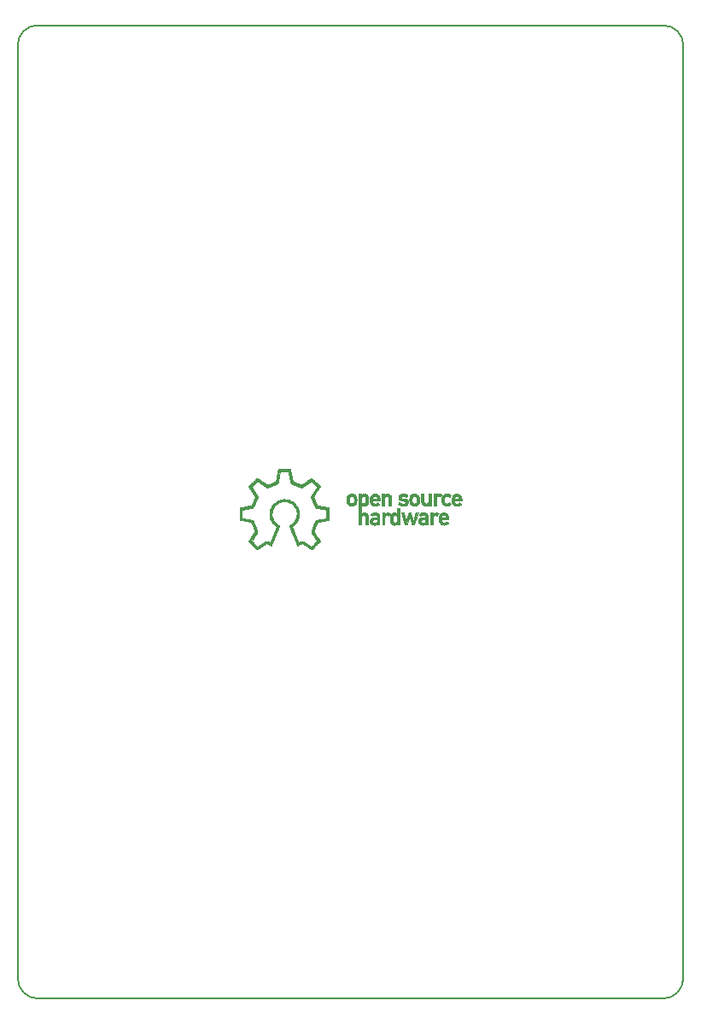
<source format=gbr>
%TF.GenerationSoftware,KiCad,Pcbnew,5.1.10-88a1d61d58~88~ubuntu21.04.1*%
%TF.CreationDate,2021-07-07T15:16:20+02:00*%
%TF.ProjectId,USBaspDualZif-bottom,55534261-7370-4447-9561-6c5a69662d62,V1.0*%
%TF.SameCoordinates,Original*%
%TF.FileFunction,Legend,Top*%
%TF.FilePolarity,Positive*%
%FSLAX46Y46*%
G04 Gerber Fmt 4.6, Leading zero omitted, Abs format (unit mm)*
G04 Created by KiCad (PCBNEW 5.1.10-88a1d61d58~88~ubuntu21.04.1) date 2021-07-07 15:16:20*
%MOMM*%
%LPD*%
G01*
G04 APERTURE LIST*
%TA.AperFunction,Profile*%
%ADD10C,0.200000*%
%TD*%
%ADD11C,0.010000*%
G04 APERTURE END LIST*
D10*
X48821500Y-58418500D02*
G75*
G03*
X46821500Y-60418500I0J-2000000D01*
G01*
X46821500Y-152917500D02*
G75*
G03*
X48821500Y-154917500I2000000J0D01*
G01*
X110823500Y-154916000D02*
G75*
G03*
X112823500Y-152916000I0J2000000D01*
G01*
X112823500Y-60420000D02*
G75*
G03*
X110823500Y-58420000I-2000000J0D01*
G01*
X46821500Y-152917500D02*
X46821500Y-60418500D01*
X110823500Y-154916000D02*
X48821500Y-154917500D01*
X112823500Y-60420000D02*
X112823500Y-152916000D01*
X48821500Y-58418500D02*
X110823500Y-58420000D01*
D11*
G36*
X73832899Y-102419000D02*
G01*
X73852260Y-102436462D01*
X73871622Y-102453925D01*
X73978894Y-103030139D01*
X73997532Y-103130261D01*
X74014014Y-103218657D01*
X74028527Y-103296083D01*
X74041259Y-103363293D01*
X74052396Y-103421043D01*
X74062125Y-103470089D01*
X74070634Y-103511187D01*
X74078110Y-103545092D01*
X74084739Y-103572560D01*
X74090708Y-103594345D01*
X74096205Y-103611205D01*
X74101417Y-103623894D01*
X74106531Y-103633168D01*
X74111733Y-103639783D01*
X74117211Y-103644494D01*
X74123152Y-103648057D01*
X74129742Y-103651228D01*
X74133012Y-103652747D01*
X74144922Y-103657981D01*
X74167007Y-103667317D01*
X74198040Y-103680254D01*
X74236794Y-103696294D01*
X74282044Y-103714937D01*
X74332562Y-103735684D01*
X74387124Y-103758034D01*
X74444501Y-103781489D01*
X74503468Y-103805548D01*
X74562799Y-103829713D01*
X74621267Y-103853484D01*
X74677645Y-103876361D01*
X74730708Y-103897844D01*
X74779229Y-103917435D01*
X74821982Y-103934633D01*
X74857740Y-103948940D01*
X74885277Y-103959855D01*
X74903367Y-103966878D01*
X74910481Y-103969439D01*
X74937159Y-103971031D01*
X74954931Y-103966572D01*
X74963692Y-103961773D01*
X74982112Y-103950285D01*
X75009402Y-103932637D01*
X75044773Y-103909359D01*
X75087434Y-103880980D01*
X75136595Y-103848029D01*
X75191467Y-103811035D01*
X75251260Y-103770527D01*
X75315185Y-103727035D01*
X75382452Y-103681088D01*
X75448793Y-103635604D01*
X75518238Y-103587951D01*
X75584877Y-103542311D01*
X75647942Y-103499205D01*
X75706668Y-103459152D01*
X75760285Y-103422673D01*
X75808028Y-103390289D01*
X75849129Y-103362520D01*
X75882819Y-103339887D01*
X75908334Y-103322910D01*
X75924904Y-103312109D01*
X75931715Y-103308022D01*
X75948599Y-103305198D01*
X75961293Y-103306019D01*
X75968926Y-103311051D01*
X75985054Y-103324873D01*
X76009717Y-103347525D01*
X76042955Y-103379045D01*
X76084807Y-103419471D01*
X76135314Y-103468841D01*
X76194515Y-103527195D01*
X76262450Y-103594571D01*
X76339158Y-103671008D01*
X76388009Y-103719832D01*
X76458148Y-103790023D01*
X76519835Y-103851817D01*
X76573609Y-103905783D01*
X76620011Y-103952494D01*
X76659581Y-103992518D01*
X76692860Y-104026425D01*
X76720387Y-104054786D01*
X76742704Y-104078172D01*
X76760352Y-104097151D01*
X76773869Y-104112294D01*
X76783797Y-104124172D01*
X76790676Y-104133355D01*
X76795047Y-104140412D01*
X76797450Y-104145913D01*
X76798425Y-104150430D01*
X76798550Y-104152951D01*
X76797712Y-104158556D01*
X76794886Y-104166462D01*
X76789602Y-104177395D01*
X76781389Y-104192079D01*
X76769777Y-104211243D01*
X76754296Y-104235611D01*
X76734475Y-104265909D01*
X76709846Y-104302865D01*
X76679937Y-104347204D01*
X76644278Y-104399651D01*
X76602399Y-104460934D01*
X76553830Y-104531779D01*
X76543700Y-104546536D01*
X76481607Y-104636970D01*
X76426303Y-104717525D01*
X76377394Y-104788800D01*
X76334489Y-104851392D01*
X76297194Y-104905898D01*
X76265118Y-104952915D01*
X76237869Y-104993040D01*
X76215053Y-105026872D01*
X76196278Y-105055007D01*
X76181153Y-105078043D01*
X76169285Y-105096577D01*
X76160281Y-105111206D01*
X76153749Y-105122528D01*
X76149297Y-105131140D01*
X76146532Y-105137640D01*
X76145062Y-105142624D01*
X76144495Y-105146690D01*
X76144438Y-105150435D01*
X76144500Y-105154280D01*
X76146161Y-105163343D01*
X76151283Y-105179776D01*
X76160069Y-105204086D01*
X76172723Y-105236777D01*
X76189450Y-105278354D01*
X76210453Y-105329322D01*
X76235939Y-105390187D01*
X76266110Y-105461454D01*
X76301170Y-105543627D01*
X76315502Y-105577081D01*
X76344531Y-105644660D01*
X76372299Y-105709080D01*
X76398372Y-105769345D01*
X76422313Y-105824459D01*
X76443689Y-105873427D01*
X76462063Y-105915254D01*
X76477000Y-105948944D01*
X76488066Y-105973502D01*
X76494824Y-105987932D01*
X76496565Y-105991218D01*
X76509439Y-106006359D01*
X76520825Y-106015795D01*
X76525730Y-106017739D01*
X76536090Y-106020598D01*
X76552384Y-106024464D01*
X76575092Y-106029430D01*
X76604692Y-106035588D01*
X76641663Y-106043031D01*
X76686482Y-106051849D01*
X76739630Y-106062136D01*
X76801584Y-106073983D01*
X76872823Y-106087484D01*
X76953826Y-106102729D01*
X77045072Y-106119812D01*
X77147038Y-106138824D01*
X77260204Y-106159858D01*
X77385048Y-106183006D01*
X77480582Y-106200691D01*
X77530927Y-106210000D01*
X77570308Y-106217358D01*
X77600241Y-106223176D01*
X77622238Y-106227865D01*
X77637816Y-106231837D01*
X77648489Y-106235501D01*
X77655772Y-106239270D01*
X77661178Y-106243554D01*
X77666224Y-106248764D01*
X77669083Y-106251843D01*
X77684375Y-106268118D01*
X77686270Y-106821646D01*
X77686511Y-106905026D01*
X77686654Y-106985211D01*
X77686705Y-107061229D01*
X77686665Y-107132110D01*
X77686539Y-107196882D01*
X77686330Y-107254575D01*
X77686040Y-107304219D01*
X77685674Y-107344841D01*
X77685234Y-107375471D01*
X77684725Y-107395138D01*
X77684276Y-107402281D01*
X77678382Y-107423747D01*
X77668711Y-107442635D01*
X77666269Y-107445800D01*
X77663611Y-107448524D01*
X77660017Y-107451194D01*
X77654842Y-107453940D01*
X77647442Y-107456893D01*
X77637172Y-107460183D01*
X77623388Y-107463940D01*
X77605444Y-107468296D01*
X77582697Y-107473380D01*
X77554502Y-107479323D01*
X77520214Y-107486255D01*
X77479189Y-107494308D01*
X77430782Y-107503610D01*
X77374349Y-107514294D01*
X77309245Y-107526489D01*
X77234825Y-107540326D01*
X77150446Y-107555936D01*
X77055462Y-107573448D01*
X76949229Y-107592993D01*
X76839825Y-107613100D01*
X76784249Y-107623427D01*
X76731658Y-107633420D01*
X76683579Y-107642773D01*
X76641541Y-107651179D01*
X76607073Y-107658330D01*
X76581704Y-107663922D01*
X76566963Y-107667646D01*
X76565267Y-107668194D01*
X76545640Y-107678075D01*
X76529710Y-107690940D01*
X76526604Y-107694757D01*
X76522354Y-107703346D01*
X76513822Y-107722759D01*
X76501412Y-107752015D01*
X76485526Y-107790134D01*
X76466567Y-107836133D01*
X76444938Y-107889032D01*
X76421041Y-107947851D01*
X76395280Y-108011608D01*
X76368058Y-108079323D01*
X76344903Y-108137175D01*
X76312226Y-108219056D01*
X76283992Y-108290006D01*
X76259891Y-108350870D01*
X76239610Y-108402493D01*
X76222840Y-108445720D01*
X76209269Y-108481397D01*
X76198586Y-108510367D01*
X76190479Y-108533478D01*
X76184638Y-108551573D01*
X76180752Y-108565497D01*
X76178508Y-108576097D01*
X76177597Y-108584217D01*
X76177707Y-108590701D01*
X76177753Y-108591200D01*
X76178823Y-108597104D01*
X76181275Y-108604482D01*
X76185552Y-108614014D01*
X76192099Y-108626383D01*
X76201359Y-108642269D01*
X76213776Y-108662354D01*
X76229794Y-108687319D01*
X76249858Y-108717846D01*
X76274410Y-108754617D01*
X76303896Y-108798312D01*
X76338759Y-108849613D01*
X76379442Y-108909203D01*
X76426390Y-108977761D01*
X76480047Y-109055969D01*
X76489548Y-109069808D01*
X76544598Y-109150038D01*
X76592847Y-109220491D01*
X76634725Y-109281828D01*
X76670665Y-109334710D01*
X76701099Y-109379799D01*
X76726459Y-109417756D01*
X76747176Y-109449241D01*
X76763684Y-109474917D01*
X76776412Y-109495444D01*
X76785795Y-109511485D01*
X76792263Y-109523699D01*
X76796248Y-109532748D01*
X76798183Y-109539294D01*
X76798550Y-109542828D01*
X76798235Y-109547064D01*
X76796932Y-109551816D01*
X76794100Y-109557656D01*
X76789196Y-109565154D01*
X76781681Y-109574883D01*
X76771013Y-109587412D01*
X76756652Y-109603314D01*
X76738056Y-109623160D01*
X76714685Y-109647520D01*
X76685997Y-109676966D01*
X76651451Y-109712069D01*
X76610508Y-109753401D01*
X76562625Y-109801532D01*
X76507261Y-109857034D01*
X76443877Y-109920477D01*
X76387332Y-109977032D01*
X76317249Y-110047103D01*
X76255566Y-110108730D01*
X76201708Y-110162453D01*
X76155101Y-110208815D01*
X76115172Y-110248358D01*
X76081346Y-110281624D01*
X76053049Y-110309154D01*
X76029707Y-110331491D01*
X76010746Y-110349176D01*
X75995592Y-110362752D01*
X75983670Y-110372759D01*
X75974406Y-110379741D01*
X75967228Y-110384238D01*
X75961559Y-110386794D01*
X75956827Y-110387949D01*
X75952456Y-110388245D01*
X75951665Y-110388250D01*
X75946328Y-110387681D01*
X75939469Y-110385668D01*
X75930380Y-110381753D01*
X75918354Y-110375478D01*
X75902683Y-110366385D01*
X75882659Y-110354014D01*
X75857574Y-110337907D01*
X75826721Y-110317606D01*
X75789391Y-110292653D01*
X75744877Y-110262588D01*
X75692471Y-110226955D01*
X75631465Y-110185293D01*
X75561151Y-110137145D01*
X75513570Y-110104520D01*
X75447854Y-110059446D01*
X75384579Y-110016048D01*
X75324614Y-109974922D01*
X75268828Y-109936666D01*
X75218090Y-109901874D01*
X75173270Y-109871143D01*
X75135237Y-109845068D01*
X75104859Y-109824247D01*
X75083007Y-109809273D01*
X75070549Y-109800745D01*
X75069049Y-109799720D01*
X75055694Y-109790847D01*
X75043631Y-109784152D01*
X75031618Y-109780016D01*
X75018415Y-109778818D01*
X75002780Y-109780936D01*
X74983473Y-109786749D01*
X74959253Y-109796637D01*
X74928878Y-109810977D01*
X74891107Y-109830150D01*
X74844700Y-109854533D01*
X74788415Y-109884507D01*
X74784494Y-109886600D01*
X74737594Y-109911459D01*
X74693885Y-109934299D01*
X74654710Y-109954444D01*
X74621409Y-109971217D01*
X74595326Y-109983942D01*
X74577803Y-109991942D01*
X74570317Y-109994550D01*
X74556547Y-109990678D01*
X74544759Y-109983437D01*
X74540196Y-109975779D01*
X74530901Y-109956417D01*
X74516905Y-109925420D01*
X74498236Y-109882857D01*
X74474926Y-109828798D01*
X74447002Y-109763312D01*
X74414495Y-109686469D01*
X74377434Y-109598338D01*
X74335849Y-109498989D01*
X74289768Y-109388492D01*
X74239221Y-109266915D01*
X74184239Y-109134329D01*
X74165748Y-109089675D01*
X74111946Y-108959721D01*
X74062781Y-108840998D01*
X74018049Y-108732992D01*
X73977549Y-108635192D01*
X73941077Y-108547085D01*
X73908431Y-108468160D01*
X73879409Y-108397904D01*
X73853807Y-108335806D01*
X73831424Y-108281353D01*
X73812056Y-108234032D01*
X73795502Y-108193333D01*
X73781557Y-108158743D01*
X73770020Y-108129749D01*
X73760689Y-108105840D01*
X73753359Y-108086504D01*
X73747830Y-108071228D01*
X73743897Y-108059501D01*
X73741360Y-108050810D01*
X73740014Y-108044643D01*
X73739657Y-108040488D01*
X73740088Y-108037833D01*
X73741102Y-108036167D01*
X73742498Y-108034976D01*
X73744073Y-108033749D01*
X73745624Y-108031973D01*
X73746551Y-108030216D01*
X73753784Y-108017995D01*
X73766339Y-108005303D01*
X73786247Y-107990411D01*
X73814983Y-107971931D01*
X73843970Y-107953568D01*
X73873210Y-107934244D01*
X73898370Y-107916857D01*
X73909300Y-107908867D01*
X73928794Y-107894181D01*
X73954831Y-107874649D01*
X73983764Y-107853002D01*
X74007632Y-107835187D01*
X74094768Y-107762725D01*
X74176070Y-107680044D01*
X74250267Y-107588774D01*
X74316089Y-107490549D01*
X74372268Y-107386999D01*
X74394495Y-107338090D01*
X74436860Y-107223098D01*
X74467301Y-107105216D01*
X74485907Y-106985445D01*
X74492765Y-106864787D01*
X74487965Y-106744241D01*
X74471595Y-106624809D01*
X74443742Y-106507491D01*
X74404495Y-106393289D01*
X74353942Y-106283204D01*
X74292173Y-106178236D01*
X74292149Y-106178200D01*
X74216798Y-106075120D01*
X74133274Y-105981696D01*
X74041909Y-105898155D01*
X73943033Y-105824721D01*
X73836979Y-105761619D01*
X73724078Y-105709074D01*
X73604662Y-105667311D01*
X73500736Y-105640976D01*
X73455585Y-105633320D01*
X73401427Y-105627200D01*
X73341760Y-105622759D01*
X73280079Y-105620137D01*
X73219880Y-105619475D01*
X73164659Y-105620914D01*
X73117911Y-105624595D01*
X73112107Y-105625314D01*
X72984823Y-105647839D01*
X72864059Y-105681231D01*
X72749583Y-105725600D01*
X72641166Y-105781056D01*
X72538575Y-105847710D01*
X72441580Y-105925671D01*
X72399060Y-105965089D01*
X72325263Y-106041631D01*
X72261726Y-106119107D01*
X72206190Y-106200606D01*
X72156401Y-106289218D01*
X72143669Y-106314725D01*
X72095057Y-106428662D01*
X72058482Y-106545597D01*
X72033885Y-106664652D01*
X72021207Y-106784953D01*
X72020391Y-106905623D01*
X72031377Y-107025786D01*
X72054108Y-107144567D01*
X72088524Y-107261089D01*
X72134567Y-107374478D01*
X72192179Y-107483856D01*
X72225278Y-107536726D01*
X72282314Y-107615552D01*
X72347013Y-107690702D01*
X72420413Y-107763139D01*
X72503555Y-107833826D01*
X72597475Y-107903727D01*
X72682588Y-107960701D01*
X72718773Y-107984888D01*
X72744688Y-108004709D01*
X72761512Y-108021297D01*
X72770420Y-108035788D01*
X72772650Y-108047403D01*
X72770253Y-108055158D01*
X72763270Y-108073838D01*
X72752013Y-108102689D01*
X72736795Y-108140960D01*
X72717927Y-108187899D01*
X72695722Y-108242752D01*
X72670490Y-108304768D01*
X72642545Y-108373196D01*
X72612199Y-108447282D01*
X72579762Y-108526274D01*
X72545548Y-108609420D01*
X72509869Y-108695969D01*
X72473035Y-108785167D01*
X72435360Y-108876263D01*
X72397156Y-108968505D01*
X72358734Y-109061139D01*
X72320407Y-109153415D01*
X72282486Y-109244580D01*
X72245283Y-109333881D01*
X72209111Y-109420567D01*
X72174282Y-109503885D01*
X72141107Y-109583084D01*
X72109898Y-109657410D01*
X72080969Y-109726112D01*
X72054630Y-109788437D01*
X72031193Y-109843634D01*
X72010971Y-109890950D01*
X71994276Y-109929633D01*
X71981419Y-109958931D01*
X71972713Y-109978092D01*
X71968470Y-109986362D01*
X71968245Y-109986612D01*
X71953162Y-109993328D01*
X71944781Y-109994550D01*
X71936417Y-109991641D01*
X71918231Y-109983367D01*
X71891570Y-109970403D01*
X71857782Y-109953427D01*
X71818214Y-109933115D01*
X71774216Y-109910144D01*
X71729774Y-109886600D01*
X71675013Y-109857495D01*
X71630204Y-109833963D01*
X71594177Y-109815452D01*
X71565759Y-109801410D01*
X71543778Y-109791284D01*
X71527062Y-109784523D01*
X71514439Y-109780575D01*
X71504736Y-109778888D01*
X71500742Y-109778718D01*
X71495460Y-109779109D01*
X71489231Y-109780554D01*
X71481363Y-109783503D01*
X71471164Y-109788403D01*
X71457941Y-109795704D01*
X71441002Y-109805853D01*
X71419654Y-109819299D01*
X71393204Y-109836491D01*
X71360961Y-109857878D01*
X71322232Y-109883907D01*
X71276325Y-109915028D01*
X71222546Y-109951689D01*
X71160204Y-109994338D01*
X71088606Y-110043424D01*
X71030186Y-110083518D01*
X70951301Y-110137648D01*
X70882178Y-110185009D01*
X70822127Y-110226048D01*
X70770459Y-110261213D01*
X70726485Y-110290950D01*
X70689514Y-110315707D01*
X70658859Y-110335931D01*
X70633829Y-110352068D01*
X70613736Y-110364567D01*
X70597889Y-110373875D01*
X70585601Y-110380437D01*
X70576180Y-110384703D01*
X70568939Y-110387117D01*
X70563187Y-110388129D01*
X70560402Y-110388250D01*
X70555849Y-110388140D01*
X70551251Y-110387446D01*
X70546027Y-110385622D01*
X70539597Y-110382122D01*
X70531378Y-110376400D01*
X70520789Y-110367909D01*
X70507249Y-110356104D01*
X70490177Y-110340437D01*
X70468991Y-110320364D01*
X70443109Y-110295337D01*
X70411951Y-110264811D01*
X70374935Y-110228240D01*
X70331479Y-110185077D01*
X70281003Y-110134776D01*
X70222925Y-110076791D01*
X70156663Y-110010576D01*
X70129818Y-109983744D01*
X70070085Y-109923920D01*
X70012844Y-109866359D01*
X69958746Y-109811733D01*
X69908444Y-109760709D01*
X69862590Y-109713957D01*
X69821838Y-109672148D01*
X69786840Y-109635949D01*
X69758248Y-109606031D01*
X69736714Y-109583064D01*
X69722891Y-109567715D01*
X69717444Y-109560684D01*
X69713073Y-109539246D01*
X69716274Y-109524866D01*
X69720803Y-109517081D01*
X69731994Y-109499644D01*
X69749305Y-109473361D01*
X69772191Y-109439039D01*
X69800108Y-109397484D01*
X69832514Y-109349502D01*
X69868863Y-109295898D01*
X69908612Y-109237479D01*
X69951218Y-109175050D01*
X69996137Y-109109418D01*
X70023146Y-109070039D01*
X70069220Y-109002823D01*
X70113341Y-108938275D01*
X70154959Y-108877208D01*
X70193525Y-108820437D01*
X70228491Y-108768775D01*
X70259308Y-108723035D01*
X70285428Y-108684030D01*
X70306302Y-108652576D01*
X70321380Y-108629483D01*
X70330115Y-108615568D01*
X70332051Y-108612041D01*
X70337959Y-108594817D01*
X70340591Y-108581012D01*
X70340600Y-108580489D01*
X70338266Y-108572284D01*
X70331571Y-108553467D01*
X70320972Y-108525174D01*
X70306925Y-108488544D01*
X70289888Y-108444714D01*
X70270317Y-108394823D01*
X70248669Y-108340007D01*
X70225403Y-108281405D01*
X70200974Y-108220153D01*
X70175840Y-108157391D01*
X70150458Y-108094254D01*
X70125284Y-108031882D01*
X70100777Y-107971412D01*
X70077393Y-107913981D01*
X70055588Y-107860727D01*
X70035821Y-107812787D01*
X70018549Y-107771300D01*
X70004227Y-107737404D01*
X69993314Y-107712235D01*
X69986266Y-107696931D01*
X69983979Y-107692820D01*
X69971407Y-107679384D01*
X69960055Y-107670693D01*
X69952229Y-107668645D01*
X69932844Y-107664479D01*
X69902831Y-107658374D01*
X69863120Y-107650509D01*
X69814643Y-107641064D01*
X69758330Y-107630219D01*
X69695112Y-107618154D01*
X69625920Y-107605047D01*
X69551686Y-107591078D01*
X69473340Y-107576428D01*
X69416034Y-107565767D01*
X69335164Y-107550711D01*
X69257617Y-107536191D01*
X69184339Y-107522387D01*
X69116277Y-107509482D01*
X69054376Y-107497658D01*
X68999581Y-107487097D01*
X68952839Y-107477982D01*
X68915096Y-107470493D01*
X68887297Y-107464813D01*
X68870388Y-107461124D01*
X68865559Y-107459833D01*
X68859461Y-107457610D01*
X68854085Y-107455571D01*
X68849388Y-107452946D01*
X68845322Y-107448968D01*
X68841844Y-107442865D01*
X68838906Y-107433871D01*
X68836464Y-107421215D01*
X68834472Y-107404129D01*
X68832884Y-107381844D01*
X68831656Y-107353591D01*
X68830742Y-107318601D01*
X68830095Y-107276104D01*
X68829671Y-107225333D01*
X68829424Y-107165518D01*
X68829309Y-107095890D01*
X68829280Y-107015679D01*
X68829292Y-106924119D01*
X68829300Y-106847066D01*
X68829300Y-106464850D01*
X69064250Y-106464850D01*
X69064250Y-106873547D01*
X69064266Y-106955798D01*
X69064331Y-107026265D01*
X69064469Y-107085864D01*
X69064705Y-107135510D01*
X69065065Y-107176120D01*
X69065571Y-107208608D01*
X69066250Y-107233891D01*
X69067126Y-107252884D01*
X69068224Y-107266504D01*
X69069568Y-107275666D01*
X69071183Y-107281286D01*
X69073094Y-107284279D01*
X69075325Y-107285562D01*
X69075362Y-107285573D01*
X69085070Y-107287773D01*
X69104979Y-107291776D01*
X69132789Y-107297136D01*
X69166202Y-107303408D01*
X69194425Y-107308603D01*
X69256106Y-107319894D01*
X69321894Y-107331999D01*
X69390560Y-107344687D01*
X69460875Y-107357728D01*
X69531610Y-107370891D01*
X69601538Y-107383944D01*
X69669429Y-107396658D01*
X69734055Y-107408803D01*
X69794188Y-107420146D01*
X69848598Y-107430458D01*
X69896059Y-107439508D01*
X69935340Y-107447065D01*
X69965213Y-107452898D01*
X69984451Y-107456778D01*
X69989762Y-107457928D01*
X70044200Y-107476171D01*
X70095738Y-107504284D01*
X70141916Y-107540383D01*
X70180270Y-107582584D01*
X70205482Y-107623040D01*
X70210908Y-107635104D01*
X70220603Y-107657940D01*
X70234146Y-107690516D01*
X70251117Y-107731800D01*
X70271098Y-107780761D01*
X70293667Y-107836368D01*
X70318405Y-107897588D01*
X70344892Y-107963392D01*
X70372709Y-108032746D01*
X70397603Y-108095018D01*
X70430305Y-108176967D01*
X70458617Y-108248019D01*
X70482863Y-108309070D01*
X70503365Y-108361016D01*
X70520446Y-108404754D01*
X70534430Y-108441178D01*
X70545639Y-108471186D01*
X70554398Y-108495673D01*
X70561029Y-108515535D01*
X70565854Y-108531669D01*
X70569198Y-108544971D01*
X70571383Y-108556336D01*
X70572733Y-108566661D01*
X70573570Y-108576841D01*
X70574018Y-108584249D01*
X70573775Y-108640111D01*
X70565665Y-108690046D01*
X70548945Y-108738643D01*
X70548941Y-108738651D01*
X70543134Y-108749073D01*
X70530714Y-108769043D01*
X70512283Y-108797655D01*
X70488445Y-108834006D01*
X70459801Y-108877191D01*
X70426953Y-108926305D01*
X70390505Y-108980444D01*
X70351058Y-109038704D01*
X70309215Y-109100180D01*
X70269307Y-109158529D01*
X70003497Y-109546271D01*
X70293769Y-109836595D01*
X70584042Y-110126918D01*
X70619696Y-110102706D01*
X70631124Y-110094903D01*
X70652022Y-110080590D01*
X70681394Y-110060450D01*
X70718244Y-110035166D01*
X70761578Y-110005423D01*
X70810399Y-109971903D01*
X70863710Y-109935290D01*
X70920518Y-109896267D01*
X70979825Y-109855519D01*
X70994862Y-109845185D01*
X71054650Y-109804225D01*
X71112259Y-109764997D01*
X71166688Y-109728168D01*
X71216936Y-109694404D01*
X71262002Y-109664371D01*
X71300885Y-109638736D01*
X71332584Y-109618165D01*
X71356098Y-109603324D01*
X71370426Y-109594880D01*
X71372475Y-109593838D01*
X71424141Y-109575856D01*
X71480685Y-109567430D01*
X71538612Y-109568563D01*
X71594429Y-109579259D01*
X71632808Y-109593560D01*
X71652679Y-109603270D01*
X71680428Y-109617382D01*
X71712787Y-109634212D01*
X71746492Y-109652070D01*
X71756314Y-109657343D01*
X71786046Y-109672874D01*
X71811886Y-109685466D01*
X71831788Y-109694192D01*
X71843707Y-109698127D01*
X71846064Y-109697978D01*
X71849108Y-109691542D01*
X71856641Y-109674204D01*
X71868311Y-109646808D01*
X71883772Y-109610195D01*
X71902673Y-109565207D01*
X71924666Y-109512687D01*
X71949402Y-109453477D01*
X71976532Y-109388419D01*
X72005708Y-109318355D01*
X72036580Y-109244128D01*
X72068800Y-109166579D01*
X72102019Y-109086550D01*
X72135888Y-109004884D01*
X72170057Y-108922424D01*
X72204179Y-108840010D01*
X72237905Y-108758485D01*
X72270884Y-108678692D01*
X72302770Y-108601473D01*
X72333212Y-108527669D01*
X72361863Y-108458124D01*
X72388372Y-108393678D01*
X72412392Y-108335174D01*
X72433573Y-108283455D01*
X72451566Y-108239362D01*
X72466023Y-108203738D01*
X72476596Y-108177425D01*
X72482934Y-108161265D01*
X72484719Y-108156225D01*
X72482291Y-108144413D01*
X72469500Y-108131149D01*
X72463251Y-108126474D01*
X72372182Y-108059041D01*
X72291673Y-107993466D01*
X72220078Y-107928107D01*
X72155748Y-107861321D01*
X72097037Y-107791466D01*
X72042297Y-107716899D01*
X72021759Y-107686325D01*
X71953109Y-107570457D01*
X71896101Y-107450477D01*
X71850663Y-107327168D01*
X71816718Y-107201315D01*
X71794193Y-107073702D01*
X71783012Y-106945112D01*
X71783101Y-106816331D01*
X71794386Y-106688142D01*
X71816792Y-106561330D01*
X71850244Y-106436679D01*
X71894667Y-106314972D01*
X71949988Y-106196995D01*
X72016130Y-106083530D01*
X72093020Y-105975364D01*
X72180583Y-105873279D01*
X72195860Y-105857271D01*
X72293840Y-105764159D01*
X72396909Y-105682058D01*
X72505645Y-105610677D01*
X72620629Y-105549723D01*
X72742439Y-105498907D01*
X72871655Y-105457935D01*
X73008856Y-105426518D01*
X73074275Y-105415276D01*
X73108267Y-105411521D01*
X73151975Y-105408974D01*
X73202473Y-105407609D01*
X73256836Y-105407401D01*
X73312138Y-105408326D01*
X73365456Y-105410358D01*
X73413864Y-105413472D01*
X73454437Y-105417644D01*
X73461307Y-105418596D01*
X73595682Y-105444467D01*
X73725504Y-105481848D01*
X73850183Y-105530241D01*
X73969130Y-105589149D01*
X74081752Y-105658073D01*
X74187461Y-105736516D01*
X74285664Y-105823981D01*
X74375773Y-105919971D01*
X74457195Y-106023986D01*
X74529342Y-106135531D01*
X74591621Y-106254108D01*
X74643443Y-106379218D01*
X74660483Y-106429025D01*
X74696044Y-106559577D01*
X74719326Y-106691921D01*
X74730429Y-106825185D01*
X74729453Y-106958495D01*
X74716498Y-107090980D01*
X74691664Y-107221767D01*
X74655052Y-107349982D01*
X74606761Y-107474754D01*
X74546892Y-107595211D01*
X74521713Y-107638700D01*
X74450618Y-107746128D01*
X74371050Y-107846036D01*
X74282044Y-107939451D01*
X74182636Y-108027396D01*
X74089010Y-108098781D01*
X74065374Y-108115911D01*
X74045725Y-108130609D01*
X74032293Y-108141177D01*
X74027393Y-108145698D01*
X74029465Y-108151915D01*
X74036058Y-108169027D01*
X74046828Y-108196200D01*
X74061431Y-108232596D01*
X74079523Y-108277382D01*
X74100760Y-108329720D01*
X74124798Y-108388776D01*
X74151293Y-108453713D01*
X74179901Y-108523697D01*
X74210279Y-108597890D01*
X74242081Y-108675459D01*
X74274965Y-108755567D01*
X74308586Y-108837378D01*
X74342600Y-108920057D01*
X74376663Y-109002768D01*
X74410431Y-109084676D01*
X74443561Y-109164944D01*
X74475708Y-109242738D01*
X74506529Y-109317221D01*
X74535679Y-109387558D01*
X74562814Y-109452913D01*
X74587591Y-109512451D01*
X74609665Y-109565336D01*
X74628692Y-109610732D01*
X74644329Y-109647804D01*
X74656232Y-109675716D01*
X74664056Y-109693632D01*
X74667457Y-109700717D01*
X74667502Y-109700768D01*
X74673821Y-109698914D01*
X74689533Y-109691855D01*
X74712874Y-109680457D01*
X74742078Y-109665583D01*
X74775382Y-109648096D01*
X74778782Y-109646284D01*
X74815206Y-109627307D01*
X74850448Y-109609782D01*
X74881984Y-109594904D01*
X74907284Y-109583866D01*
X74923008Y-109578095D01*
X74966580Y-109569815D01*
X75015566Y-109567604D01*
X75064469Y-109571358D01*
X75107790Y-109580978D01*
X75109450Y-109581524D01*
X75118084Y-109584375D01*
X75125849Y-109587027D01*
X75133497Y-109589970D01*
X75141781Y-109593691D01*
X75151454Y-109598681D01*
X75163269Y-109605427D01*
X75177978Y-109614421D01*
X75196336Y-109626149D01*
X75219093Y-109641102D01*
X75247004Y-109659769D01*
X75280822Y-109682639D01*
X75321298Y-109710201D01*
X75369187Y-109742944D01*
X75425242Y-109781356D01*
X75490214Y-109825928D01*
X75564857Y-109877149D01*
X75570811Y-109881234D01*
X75630464Y-109922111D01*
X75687072Y-109960797D01*
X75739763Y-109996703D01*
X75787662Y-110029237D01*
X75829898Y-110057811D01*
X75865595Y-110081833D01*
X75893882Y-110100714D01*
X75913884Y-110113863D01*
X75924729Y-110120691D01*
X75926437Y-110121550D01*
X75931745Y-110117175D01*
X75945248Y-110104553D01*
X75966180Y-110084436D01*
X75993774Y-110057575D01*
X76027264Y-110024724D01*
X76065884Y-109986634D01*
X76108869Y-109944057D01*
X76155451Y-109897747D01*
X76204865Y-109848454D01*
X76220417Y-109832907D01*
X76509008Y-109544264D01*
X76489717Y-109516994D01*
X76468993Y-109487482D01*
X76443568Y-109450917D01*
X76414141Y-109408333D01*
X76381414Y-109360764D01*
X76346087Y-109309241D01*
X76308861Y-109254797D01*
X76270437Y-109198466D01*
X76231517Y-109141281D01*
X76192800Y-109084274D01*
X76154987Y-109028478D01*
X76118779Y-108974927D01*
X76084878Y-108924652D01*
X76053983Y-108878688D01*
X76026795Y-108838067D01*
X76004017Y-108803821D01*
X75986347Y-108776984D01*
X75974487Y-108758589D01*
X75969208Y-108749810D01*
X75959742Y-108726884D01*
X75950372Y-108697501D01*
X75943034Y-108667773D01*
X75942668Y-108665946D01*
X75939464Y-108649216D01*
X75936998Y-108633779D01*
X75935542Y-108618744D01*
X75935367Y-108603217D01*
X75936744Y-108586308D01*
X75939945Y-108567122D01*
X75945243Y-108544769D01*
X75952908Y-108518356D01*
X75963211Y-108486990D01*
X75976426Y-108449779D01*
X75992822Y-108405832D01*
X76012673Y-108354256D01*
X76036249Y-108294158D01*
X76063822Y-108224646D01*
X76095663Y-108144828D01*
X76119273Y-108085759D01*
X76147863Y-108014413D01*
X76175513Y-107945734D01*
X76201798Y-107880755D01*
X76226294Y-107820512D01*
X76248577Y-107766037D01*
X76268223Y-107718365D01*
X76284807Y-107678530D01*
X76297906Y-107647566D01*
X76307096Y-107626507D01*
X76311468Y-107617255D01*
X76340300Y-107574119D01*
X76378243Y-107533963D01*
X76421715Y-107500220D01*
X76451206Y-107483368D01*
X76460447Y-107479052D01*
X76470448Y-107474940D01*
X76482121Y-107470838D01*
X76496375Y-107466553D01*
X76514122Y-107461892D01*
X76536272Y-107456660D01*
X76563736Y-107450665D01*
X76597424Y-107443713D01*
X76638248Y-107435611D01*
X76687118Y-107426165D01*
X76744944Y-107415182D01*
X76812638Y-107402468D01*
X76891110Y-107387829D01*
X76970000Y-107373166D01*
X77443075Y-107285326D01*
X77444708Y-106874770D01*
X77446342Y-106464215D01*
X77432008Y-106460903D01*
X77423562Y-106459232D01*
X77403638Y-106455439D01*
X77373248Y-106449713D01*
X77333401Y-106442242D01*
X77285109Y-106433216D01*
X77229381Y-106422823D01*
X77167230Y-106411252D01*
X77099664Y-106398691D01*
X77027695Y-106385329D01*
X76954125Y-106371687D01*
X76878338Y-106357586D01*
X76805610Y-106343946D01*
X76736995Y-106330971D01*
X76673549Y-106318867D01*
X76616327Y-106307837D01*
X76566386Y-106298086D01*
X76524780Y-106289820D01*
X76492565Y-106283241D01*
X76470797Y-106278556D01*
X76460813Y-106276063D01*
X76420520Y-106258062D01*
X76378948Y-106231075D01*
X76339538Y-106197908D01*
X76305730Y-106161367D01*
X76286308Y-106133750D01*
X76281631Y-106124313D01*
X76272412Y-106104186D01*
X76259084Y-106074360D01*
X76242081Y-106035830D01*
X76221837Y-105989588D01*
X76198784Y-105936627D01*
X76173358Y-105877941D01*
X76145992Y-105814522D01*
X76117119Y-105747364D01*
X76094608Y-105694840D01*
X76058390Y-105610166D01*
X76026879Y-105536259D01*
X75999773Y-105472214D01*
X75976769Y-105417125D01*
X75957567Y-105370089D01*
X75941865Y-105330201D01*
X75929359Y-105296557D01*
X75919750Y-105268251D01*
X75912734Y-105244380D01*
X75908010Y-105224039D01*
X75905275Y-105206324D01*
X75904229Y-105190329D01*
X75904569Y-105175151D01*
X75905994Y-105159885D01*
X75908201Y-105143627D01*
X75908950Y-105138554D01*
X75914558Y-105109614D01*
X75922294Y-105080486D01*
X75929818Y-105059175D01*
X75935603Y-105048809D01*
X75948012Y-105028885D01*
X75966450Y-105000292D01*
X75990324Y-104963922D01*
X76019040Y-104920667D01*
X76052003Y-104871415D01*
X76088619Y-104817059D01*
X76128294Y-104758489D01*
X76170435Y-104696596D01*
X76214447Y-104632271D01*
X76216380Y-104629452D01*
X76260239Y-104565513D01*
X76302167Y-104504373D01*
X76341587Y-104446875D01*
X76377920Y-104393866D01*
X76410587Y-104346189D01*
X76439009Y-104304691D01*
X76462607Y-104270214D01*
X76480804Y-104243606D01*
X76493019Y-104225709D01*
X76498675Y-104217369D01*
X76498831Y-104217135D01*
X76500611Y-104213986D01*
X76501325Y-104210480D01*
X76500348Y-104205936D01*
X76497055Y-104199675D01*
X76490821Y-104191016D01*
X76481022Y-104179280D01*
X76467032Y-104163786D01*
X76448226Y-104143854D01*
X76423979Y-104118804D01*
X76393667Y-104087956D01*
X76356664Y-104050631D01*
X76312346Y-104006147D01*
X76260087Y-103953825D01*
X76220197Y-103913922D01*
X76170094Y-103863889D01*
X76122592Y-103816608D01*
X76078458Y-103772832D01*
X76038459Y-103733312D01*
X76003359Y-103698803D01*
X75973925Y-103670055D01*
X75950923Y-103647821D01*
X75935118Y-103632855D01*
X75927277Y-103625907D01*
X75926590Y-103625500D01*
X75919896Y-103628952D01*
X75904613Y-103638523D01*
X75882544Y-103653030D01*
X75855492Y-103671292D01*
X75831314Y-103687923D01*
X75808349Y-103703798D01*
X75776296Y-103725887D01*
X75736549Y-103753234D01*
X75690500Y-103784881D01*
X75639543Y-103819871D01*
X75585071Y-103857247D01*
X75528478Y-103896053D01*
X75471157Y-103935330D01*
X75455525Y-103946037D01*
X75400738Y-103983567D01*
X75348304Y-104019508D01*
X75299309Y-104053111D01*
X75254841Y-104083632D01*
X75215985Y-104110323D01*
X75183828Y-104132438D01*
X75159457Y-104149232D01*
X75143958Y-104159958D01*
X75139990Y-104162731D01*
X75099442Y-104188242D01*
X75057279Y-104209377D01*
X75017745Y-104224118D01*
X75002774Y-104227954D01*
X74970356Y-104232665D01*
X74933283Y-104234706D01*
X74896434Y-104234073D01*
X74864685Y-104230760D01*
X74852275Y-104228104D01*
X74840658Y-104224124D01*
X74818571Y-104215770D01*
X74787218Y-104203538D01*
X74747804Y-104187920D01*
X74701534Y-104169410D01*
X74649612Y-104148501D01*
X74593243Y-104125687D01*
X74533633Y-104101461D01*
X74471985Y-104076317D01*
X74409506Y-104050748D01*
X74347399Y-104025247D01*
X74286870Y-104000308D01*
X74229124Y-103976425D01*
X74175365Y-103954091D01*
X74126797Y-103933799D01*
X74084627Y-103916043D01*
X74050059Y-103901316D01*
X74024298Y-103890112D01*
X74008548Y-103882925D01*
X74004950Y-103881076D01*
X73964800Y-103852508D01*
X73927086Y-103815562D01*
X73894625Y-103773624D01*
X73870239Y-103730078D01*
X73862268Y-103709718D01*
X73859521Y-103698708D01*
X73854683Y-103676244D01*
X73847954Y-103643360D01*
X73839535Y-103601095D01*
X73829629Y-103550483D01*
X73818435Y-103492562D01*
X73806157Y-103428367D01*
X73792994Y-103358936D01*
X73779149Y-103285303D01*
X73764822Y-103208506D01*
X73763252Y-103200050D01*
X73749011Y-103123375D01*
X73735382Y-103050040D01*
X73722550Y-102981045D01*
X73710701Y-102917392D01*
X73700024Y-102860081D01*
X73690703Y-102810112D01*
X73682926Y-102768488D01*
X73676879Y-102736207D01*
X73672748Y-102714272D01*
X73670722Y-102703683D01*
X73670616Y-102703162D01*
X73666990Y-102685699D01*
X72845423Y-102685699D01*
X72766863Y-103109562D01*
X72748421Y-103209002D01*
X72732114Y-103296750D01*
X72717775Y-103373605D01*
X72705241Y-103440364D01*
X72694347Y-103497827D01*
X72684927Y-103546791D01*
X72676817Y-103588056D01*
X72669852Y-103622418D01*
X72663868Y-103650678D01*
X72658699Y-103673632D01*
X72654180Y-103692080D01*
X72650147Y-103706819D01*
X72646435Y-103718649D01*
X72642879Y-103728367D01*
X72639314Y-103736772D01*
X72635862Y-103744080D01*
X72616308Y-103776030D01*
X72589104Y-103809850D01*
X72557650Y-103841998D01*
X72525342Y-103868935D01*
X72501319Y-103884272D01*
X72488188Y-103890496D01*
X72464668Y-103900874D01*
X72431983Y-103914902D01*
X72391364Y-103932079D01*
X72344036Y-103951904D01*
X72291229Y-103973874D01*
X72234169Y-103997487D01*
X72174085Y-104022242D01*
X72112203Y-104047636D01*
X72049753Y-104073168D01*
X71987961Y-104098336D01*
X71928055Y-104122637D01*
X71871262Y-104145571D01*
X71818812Y-104166634D01*
X71771930Y-104185326D01*
X71731846Y-104201143D01*
X71699786Y-104213585D01*
X71676978Y-104222149D01*
X71664651Y-104226334D01*
X71664575Y-104226355D01*
X71614529Y-104234502D01*
X71560164Y-104234132D01*
X71505704Y-104225762D01*
X71455374Y-104209914D01*
X71429625Y-104197435D01*
X71419342Y-104190986D01*
X71399489Y-104177934D01*
X71370952Y-104158880D01*
X71334618Y-104134425D01*
X71291376Y-104105172D01*
X71242111Y-104071721D01*
X71187712Y-104034674D01*
X71129066Y-103994632D01*
X71067059Y-103952198D01*
X71002580Y-103907973D01*
X70997825Y-103904707D01*
X70933883Y-103860846D01*
X70872853Y-103819085D01*
X70815561Y-103779981D01*
X70762833Y-103744094D01*
X70715494Y-103711983D01*
X70674372Y-103684207D01*
X70640291Y-103661325D01*
X70614077Y-103643896D01*
X70596557Y-103632479D01*
X70588557Y-103627632D01*
X70588250Y-103627512D01*
X70581821Y-103631462D01*
X70566952Y-103644110D01*
X70544058Y-103665057D01*
X70513557Y-103693900D01*
X70475868Y-103730238D01*
X70431407Y-103773671D01*
X70380591Y-103823797D01*
X70323840Y-103880215D01*
X70290863Y-103913166D01*
X70003001Y-104201275D01*
X70277667Y-104600775D01*
X70322138Y-104665606D01*
X70364915Y-104728253D01*
X70405387Y-104787803D01*
X70442942Y-104843342D01*
X70476968Y-104893958D01*
X70506853Y-104938738D01*
X70531986Y-104976768D01*
X70551755Y-105007136D01*
X70565549Y-105028927D01*
X70572756Y-105041230D01*
X70572918Y-105041550D01*
X70595978Y-105101402D01*
X70606594Y-105163126D01*
X70604660Y-105225904D01*
X70600128Y-105252165D01*
X70596600Y-105262850D01*
X70588514Y-105284024D01*
X70576362Y-105314523D01*
X70560639Y-105353185D01*
X70541837Y-105398846D01*
X70520451Y-105450343D01*
X70496975Y-105506513D01*
X70471900Y-105566193D01*
X70445722Y-105628220D01*
X70418934Y-105691430D01*
X70392030Y-105754661D01*
X70365502Y-105816750D01*
X70339844Y-105876533D01*
X70315551Y-105932847D01*
X70293116Y-105984530D01*
X70273031Y-106030417D01*
X70255792Y-106069347D01*
X70241891Y-106100155D01*
X70231822Y-106121678D01*
X70227506Y-106130250D01*
X70201896Y-106167882D01*
X70167402Y-106204309D01*
X70127649Y-106236114D01*
X70093851Y-106256257D01*
X70082883Y-106261704D01*
X70072628Y-106266524D01*
X70062056Y-106270946D01*
X70050140Y-106275198D01*
X70035851Y-106279510D01*
X70018160Y-106284111D01*
X69996038Y-106289229D01*
X69968456Y-106295093D01*
X69934387Y-106301932D01*
X69892800Y-106309976D01*
X69842669Y-106319453D01*
X69782963Y-106330591D01*
X69712655Y-106343621D01*
X69645275Y-106356079D01*
X69545060Y-106374611D01*
X69456679Y-106390971D01*
X69379478Y-106405282D01*
X69312798Y-106417665D01*
X69255985Y-106428245D01*
X69208381Y-106437142D01*
X69169330Y-106444479D01*
X69138177Y-106450379D01*
X69114264Y-106454964D01*
X69097587Y-106458227D01*
X69064250Y-106464850D01*
X68829300Y-106464850D01*
X68829299Y-106267808D01*
X68844184Y-106250504D01*
X68847075Y-106247454D01*
X68850799Y-106244557D01*
X68856141Y-106241646D01*
X68863887Y-106238556D01*
X68874820Y-106235120D01*
X68889727Y-106231174D01*
X68909392Y-106226550D01*
X68934601Y-106221084D01*
X68966138Y-106214608D01*
X69004789Y-106206958D01*
X69051339Y-106197967D01*
X69106573Y-106187469D01*
X69171277Y-106175298D01*
X69246234Y-106161289D01*
X69332231Y-106145275D01*
X69414096Y-106130056D01*
X69500432Y-106113935D01*
X69582500Y-106098462D01*
X69659449Y-106083805D01*
X69730433Y-106070131D01*
X69794601Y-106057608D01*
X69851106Y-106046404D01*
X69899100Y-106036687D01*
X69937732Y-106028625D01*
X69966155Y-106022385D01*
X69983520Y-106018135D01*
X69988620Y-106016445D01*
X70005703Y-106003602D01*
X70018677Y-105988102D01*
X70023179Y-105978887D01*
X70032127Y-105959179D01*
X70045005Y-105930177D01*
X70061300Y-105893079D01*
X70080496Y-105849084D01*
X70102079Y-105799391D01*
X70125535Y-105745197D01*
X70150349Y-105687702D01*
X70176006Y-105628104D01*
X70201993Y-105567602D01*
X70227793Y-105507394D01*
X70252894Y-105448679D01*
X70276780Y-105392656D01*
X70298938Y-105340522D01*
X70318851Y-105293477D01*
X70336006Y-105252720D01*
X70349889Y-105219448D01*
X70359984Y-105194860D01*
X70365778Y-105180156D01*
X70366863Y-105177018D01*
X70368871Y-105152192D01*
X70364037Y-105132568D01*
X70359203Y-105123766D01*
X70347686Y-105105315D01*
X70330021Y-105078017D01*
X70306746Y-105042671D01*
X70278397Y-105000077D01*
X70245510Y-104951036D01*
X70208621Y-104896348D01*
X70168267Y-104836814D01*
X70124984Y-104773232D01*
X70079308Y-104706405D01*
X70040347Y-104649602D01*
X69993211Y-104580958D01*
X69948048Y-104515121D01*
X69905389Y-104452870D01*
X69865764Y-104394981D01*
X69829704Y-104342233D01*
X69797740Y-104295403D01*
X69770403Y-104255270D01*
X69748224Y-104222610D01*
X69731735Y-104198202D01*
X69721465Y-104182824D01*
X69718030Y-104177446D01*
X69714994Y-104171537D01*
X69712850Y-104165800D01*
X69712107Y-104159657D01*
X69713276Y-104152531D01*
X69716869Y-104143844D01*
X69723395Y-104133019D01*
X69733366Y-104119478D01*
X69747292Y-104102645D01*
X69765683Y-104081941D01*
X69789051Y-104056790D01*
X69817905Y-104026614D01*
X69852758Y-103990835D01*
X69894118Y-103948877D01*
X69942498Y-103900161D01*
X69998407Y-103844111D01*
X70062356Y-103780150D01*
X70123104Y-103719442D01*
X70183218Y-103659495D01*
X70240981Y-103602130D01*
X70295731Y-103547990D01*
X70346804Y-103497720D01*
X70393539Y-103451965D01*
X70435274Y-103411368D01*
X70471347Y-103376573D01*
X70501094Y-103348225D01*
X70523854Y-103326969D01*
X70538965Y-103313448D01*
X70545691Y-103308332D01*
X70564706Y-103305146D01*
X70583791Y-103310330D01*
X70591951Y-103315141D01*
X70609785Y-103326631D01*
X70636512Y-103344273D01*
X70671348Y-103367537D01*
X70713513Y-103395896D01*
X70762225Y-103428820D01*
X70816700Y-103465782D01*
X70876158Y-103506252D01*
X70939816Y-103549702D01*
X71006893Y-103595604D01*
X71073493Y-103641292D01*
X71143112Y-103689009D01*
X71210084Y-103734725D01*
X71273627Y-103777915D01*
X71332957Y-103818055D01*
X71387290Y-103854622D01*
X71435843Y-103887090D01*
X71477832Y-103914937D01*
X71512474Y-103937637D01*
X71538985Y-103954667D01*
X71556581Y-103965504D01*
X71564351Y-103969590D01*
X71593080Y-103971623D01*
X71608983Y-103967885D01*
X71618806Y-103964186D01*
X71639317Y-103956099D01*
X71669455Y-103944052D01*
X71708158Y-103928476D01*
X71754363Y-103909799D01*
X71807008Y-103888452D01*
X71865032Y-103864863D01*
X71927372Y-103839463D01*
X71992967Y-103812680D01*
X72010300Y-103805593D01*
X72088539Y-103773542D01*
X72155824Y-103745843D01*
X72212992Y-103722126D01*
X72260878Y-103702023D01*
X72300319Y-103685164D01*
X72332151Y-103671182D01*
X72357210Y-103659705D01*
X72376332Y-103650367D01*
X72390355Y-103642797D01*
X72400113Y-103636627D01*
X72406444Y-103631488D01*
X72407626Y-103630282D01*
X72410920Y-103626558D01*
X72413995Y-103622331D01*
X72417015Y-103616820D01*
X72420146Y-103609247D01*
X72423551Y-103598834D01*
X72427396Y-103584800D01*
X72431846Y-103566368D01*
X72437064Y-103542759D01*
X72443216Y-103513193D01*
X72450466Y-103476893D01*
X72458980Y-103433078D01*
X72468921Y-103380970D01*
X72480454Y-103319791D01*
X72493745Y-103248761D01*
X72508958Y-103167102D01*
X72526257Y-103074035D01*
X72533517Y-103034950D01*
X72549367Y-102950002D01*
X72564677Y-102868691D01*
X72579274Y-102791896D01*
X72592985Y-102720499D01*
X72605636Y-102655380D01*
X72617052Y-102597420D01*
X72627062Y-102547501D01*
X72635491Y-102506502D01*
X72642165Y-102475306D01*
X72646911Y-102454792D01*
X72649555Y-102445842D01*
X72649636Y-102445704D01*
X72662912Y-102432086D01*
X72674970Y-102425066D01*
X72684081Y-102424019D01*
X72705313Y-102423053D01*
X72738087Y-102422176D01*
X72781824Y-102421393D01*
X72835946Y-102420709D01*
X72899873Y-102420132D01*
X72973028Y-102419667D01*
X73054830Y-102419319D01*
X73144702Y-102419096D01*
X73242064Y-102419002D01*
X73261913Y-102418999D01*
X73832899Y-102419000D01*
G37*
X73832899Y-102419000D02*
X73852260Y-102436462D01*
X73871622Y-102453925D01*
X73978894Y-103030139D01*
X73997532Y-103130261D01*
X74014014Y-103218657D01*
X74028527Y-103296083D01*
X74041259Y-103363293D01*
X74052396Y-103421043D01*
X74062125Y-103470089D01*
X74070634Y-103511187D01*
X74078110Y-103545092D01*
X74084739Y-103572560D01*
X74090708Y-103594345D01*
X74096205Y-103611205D01*
X74101417Y-103623894D01*
X74106531Y-103633168D01*
X74111733Y-103639783D01*
X74117211Y-103644494D01*
X74123152Y-103648057D01*
X74129742Y-103651228D01*
X74133012Y-103652747D01*
X74144922Y-103657981D01*
X74167007Y-103667317D01*
X74198040Y-103680254D01*
X74236794Y-103696294D01*
X74282044Y-103714937D01*
X74332562Y-103735684D01*
X74387124Y-103758034D01*
X74444501Y-103781489D01*
X74503468Y-103805548D01*
X74562799Y-103829713D01*
X74621267Y-103853484D01*
X74677645Y-103876361D01*
X74730708Y-103897844D01*
X74779229Y-103917435D01*
X74821982Y-103934633D01*
X74857740Y-103948940D01*
X74885277Y-103959855D01*
X74903367Y-103966878D01*
X74910481Y-103969439D01*
X74937159Y-103971031D01*
X74954931Y-103966572D01*
X74963692Y-103961773D01*
X74982112Y-103950285D01*
X75009402Y-103932637D01*
X75044773Y-103909359D01*
X75087434Y-103880980D01*
X75136595Y-103848029D01*
X75191467Y-103811035D01*
X75251260Y-103770527D01*
X75315185Y-103727035D01*
X75382452Y-103681088D01*
X75448793Y-103635604D01*
X75518238Y-103587951D01*
X75584877Y-103542311D01*
X75647942Y-103499205D01*
X75706668Y-103459152D01*
X75760285Y-103422673D01*
X75808028Y-103390289D01*
X75849129Y-103362520D01*
X75882819Y-103339887D01*
X75908334Y-103322910D01*
X75924904Y-103312109D01*
X75931715Y-103308022D01*
X75948599Y-103305198D01*
X75961293Y-103306019D01*
X75968926Y-103311051D01*
X75985054Y-103324873D01*
X76009717Y-103347525D01*
X76042955Y-103379045D01*
X76084807Y-103419471D01*
X76135314Y-103468841D01*
X76194515Y-103527195D01*
X76262450Y-103594571D01*
X76339158Y-103671008D01*
X76388009Y-103719832D01*
X76458148Y-103790023D01*
X76519835Y-103851817D01*
X76573609Y-103905783D01*
X76620011Y-103952494D01*
X76659581Y-103992518D01*
X76692860Y-104026425D01*
X76720387Y-104054786D01*
X76742704Y-104078172D01*
X76760352Y-104097151D01*
X76773869Y-104112294D01*
X76783797Y-104124172D01*
X76790676Y-104133355D01*
X76795047Y-104140412D01*
X76797450Y-104145913D01*
X76798425Y-104150430D01*
X76798550Y-104152951D01*
X76797712Y-104158556D01*
X76794886Y-104166462D01*
X76789602Y-104177395D01*
X76781389Y-104192079D01*
X76769777Y-104211243D01*
X76754296Y-104235611D01*
X76734475Y-104265909D01*
X76709846Y-104302865D01*
X76679937Y-104347204D01*
X76644278Y-104399651D01*
X76602399Y-104460934D01*
X76553830Y-104531779D01*
X76543700Y-104546536D01*
X76481607Y-104636970D01*
X76426303Y-104717525D01*
X76377394Y-104788800D01*
X76334489Y-104851392D01*
X76297194Y-104905898D01*
X76265118Y-104952915D01*
X76237869Y-104993040D01*
X76215053Y-105026872D01*
X76196278Y-105055007D01*
X76181153Y-105078043D01*
X76169285Y-105096577D01*
X76160281Y-105111206D01*
X76153749Y-105122528D01*
X76149297Y-105131140D01*
X76146532Y-105137640D01*
X76145062Y-105142624D01*
X76144495Y-105146690D01*
X76144438Y-105150435D01*
X76144500Y-105154280D01*
X76146161Y-105163343D01*
X76151283Y-105179776D01*
X76160069Y-105204086D01*
X76172723Y-105236777D01*
X76189450Y-105278354D01*
X76210453Y-105329322D01*
X76235939Y-105390187D01*
X76266110Y-105461454D01*
X76301170Y-105543627D01*
X76315502Y-105577081D01*
X76344531Y-105644660D01*
X76372299Y-105709080D01*
X76398372Y-105769345D01*
X76422313Y-105824459D01*
X76443689Y-105873427D01*
X76462063Y-105915254D01*
X76477000Y-105948944D01*
X76488066Y-105973502D01*
X76494824Y-105987932D01*
X76496565Y-105991218D01*
X76509439Y-106006359D01*
X76520825Y-106015795D01*
X76525730Y-106017739D01*
X76536090Y-106020598D01*
X76552384Y-106024464D01*
X76575092Y-106029430D01*
X76604692Y-106035588D01*
X76641663Y-106043031D01*
X76686482Y-106051849D01*
X76739630Y-106062136D01*
X76801584Y-106073983D01*
X76872823Y-106087484D01*
X76953826Y-106102729D01*
X77045072Y-106119812D01*
X77147038Y-106138824D01*
X77260204Y-106159858D01*
X77385048Y-106183006D01*
X77480582Y-106200691D01*
X77530927Y-106210000D01*
X77570308Y-106217358D01*
X77600241Y-106223176D01*
X77622238Y-106227865D01*
X77637816Y-106231837D01*
X77648489Y-106235501D01*
X77655772Y-106239270D01*
X77661178Y-106243554D01*
X77666224Y-106248764D01*
X77669083Y-106251843D01*
X77684375Y-106268118D01*
X77686270Y-106821646D01*
X77686511Y-106905026D01*
X77686654Y-106985211D01*
X77686705Y-107061229D01*
X77686665Y-107132110D01*
X77686539Y-107196882D01*
X77686330Y-107254575D01*
X77686040Y-107304219D01*
X77685674Y-107344841D01*
X77685234Y-107375471D01*
X77684725Y-107395138D01*
X77684276Y-107402281D01*
X77678382Y-107423747D01*
X77668711Y-107442635D01*
X77666269Y-107445800D01*
X77663611Y-107448524D01*
X77660017Y-107451194D01*
X77654842Y-107453940D01*
X77647442Y-107456893D01*
X77637172Y-107460183D01*
X77623388Y-107463940D01*
X77605444Y-107468296D01*
X77582697Y-107473380D01*
X77554502Y-107479323D01*
X77520214Y-107486255D01*
X77479189Y-107494308D01*
X77430782Y-107503610D01*
X77374349Y-107514294D01*
X77309245Y-107526489D01*
X77234825Y-107540326D01*
X77150446Y-107555936D01*
X77055462Y-107573448D01*
X76949229Y-107592993D01*
X76839825Y-107613100D01*
X76784249Y-107623427D01*
X76731658Y-107633420D01*
X76683579Y-107642773D01*
X76641541Y-107651179D01*
X76607073Y-107658330D01*
X76581704Y-107663922D01*
X76566963Y-107667646D01*
X76565267Y-107668194D01*
X76545640Y-107678075D01*
X76529710Y-107690940D01*
X76526604Y-107694757D01*
X76522354Y-107703346D01*
X76513822Y-107722759D01*
X76501412Y-107752015D01*
X76485526Y-107790134D01*
X76466567Y-107836133D01*
X76444938Y-107889032D01*
X76421041Y-107947851D01*
X76395280Y-108011608D01*
X76368058Y-108079323D01*
X76344903Y-108137175D01*
X76312226Y-108219056D01*
X76283992Y-108290006D01*
X76259891Y-108350870D01*
X76239610Y-108402493D01*
X76222840Y-108445720D01*
X76209269Y-108481397D01*
X76198586Y-108510367D01*
X76190479Y-108533478D01*
X76184638Y-108551573D01*
X76180752Y-108565497D01*
X76178508Y-108576097D01*
X76177597Y-108584217D01*
X76177707Y-108590701D01*
X76177753Y-108591200D01*
X76178823Y-108597104D01*
X76181275Y-108604482D01*
X76185552Y-108614014D01*
X76192099Y-108626383D01*
X76201359Y-108642269D01*
X76213776Y-108662354D01*
X76229794Y-108687319D01*
X76249858Y-108717846D01*
X76274410Y-108754617D01*
X76303896Y-108798312D01*
X76338759Y-108849613D01*
X76379442Y-108909203D01*
X76426390Y-108977761D01*
X76480047Y-109055969D01*
X76489548Y-109069808D01*
X76544598Y-109150038D01*
X76592847Y-109220491D01*
X76634725Y-109281828D01*
X76670665Y-109334710D01*
X76701099Y-109379799D01*
X76726459Y-109417756D01*
X76747176Y-109449241D01*
X76763684Y-109474917D01*
X76776412Y-109495444D01*
X76785795Y-109511485D01*
X76792263Y-109523699D01*
X76796248Y-109532748D01*
X76798183Y-109539294D01*
X76798550Y-109542828D01*
X76798235Y-109547064D01*
X76796932Y-109551816D01*
X76794100Y-109557656D01*
X76789196Y-109565154D01*
X76781681Y-109574883D01*
X76771013Y-109587412D01*
X76756652Y-109603314D01*
X76738056Y-109623160D01*
X76714685Y-109647520D01*
X76685997Y-109676966D01*
X76651451Y-109712069D01*
X76610508Y-109753401D01*
X76562625Y-109801532D01*
X76507261Y-109857034D01*
X76443877Y-109920477D01*
X76387332Y-109977032D01*
X76317249Y-110047103D01*
X76255566Y-110108730D01*
X76201708Y-110162453D01*
X76155101Y-110208815D01*
X76115172Y-110248358D01*
X76081346Y-110281624D01*
X76053049Y-110309154D01*
X76029707Y-110331491D01*
X76010746Y-110349176D01*
X75995592Y-110362752D01*
X75983670Y-110372759D01*
X75974406Y-110379741D01*
X75967228Y-110384238D01*
X75961559Y-110386794D01*
X75956827Y-110387949D01*
X75952456Y-110388245D01*
X75951665Y-110388250D01*
X75946328Y-110387681D01*
X75939469Y-110385668D01*
X75930380Y-110381753D01*
X75918354Y-110375478D01*
X75902683Y-110366385D01*
X75882659Y-110354014D01*
X75857574Y-110337907D01*
X75826721Y-110317606D01*
X75789391Y-110292653D01*
X75744877Y-110262588D01*
X75692471Y-110226955D01*
X75631465Y-110185293D01*
X75561151Y-110137145D01*
X75513570Y-110104520D01*
X75447854Y-110059446D01*
X75384579Y-110016048D01*
X75324614Y-109974922D01*
X75268828Y-109936666D01*
X75218090Y-109901874D01*
X75173270Y-109871143D01*
X75135237Y-109845068D01*
X75104859Y-109824247D01*
X75083007Y-109809273D01*
X75070549Y-109800745D01*
X75069049Y-109799720D01*
X75055694Y-109790847D01*
X75043631Y-109784152D01*
X75031618Y-109780016D01*
X75018415Y-109778818D01*
X75002780Y-109780936D01*
X74983473Y-109786749D01*
X74959253Y-109796637D01*
X74928878Y-109810977D01*
X74891107Y-109830150D01*
X74844700Y-109854533D01*
X74788415Y-109884507D01*
X74784494Y-109886600D01*
X74737594Y-109911459D01*
X74693885Y-109934299D01*
X74654710Y-109954444D01*
X74621409Y-109971217D01*
X74595326Y-109983942D01*
X74577803Y-109991942D01*
X74570317Y-109994550D01*
X74556547Y-109990678D01*
X74544759Y-109983437D01*
X74540196Y-109975779D01*
X74530901Y-109956417D01*
X74516905Y-109925420D01*
X74498236Y-109882857D01*
X74474926Y-109828798D01*
X74447002Y-109763312D01*
X74414495Y-109686469D01*
X74377434Y-109598338D01*
X74335849Y-109498989D01*
X74289768Y-109388492D01*
X74239221Y-109266915D01*
X74184239Y-109134329D01*
X74165748Y-109089675D01*
X74111946Y-108959721D01*
X74062781Y-108840998D01*
X74018049Y-108732992D01*
X73977549Y-108635192D01*
X73941077Y-108547085D01*
X73908431Y-108468160D01*
X73879409Y-108397904D01*
X73853807Y-108335806D01*
X73831424Y-108281353D01*
X73812056Y-108234032D01*
X73795502Y-108193333D01*
X73781557Y-108158743D01*
X73770020Y-108129749D01*
X73760689Y-108105840D01*
X73753359Y-108086504D01*
X73747830Y-108071228D01*
X73743897Y-108059501D01*
X73741360Y-108050810D01*
X73740014Y-108044643D01*
X73739657Y-108040488D01*
X73740088Y-108037833D01*
X73741102Y-108036167D01*
X73742498Y-108034976D01*
X73744073Y-108033749D01*
X73745624Y-108031973D01*
X73746551Y-108030216D01*
X73753784Y-108017995D01*
X73766339Y-108005303D01*
X73786247Y-107990411D01*
X73814983Y-107971931D01*
X73843970Y-107953568D01*
X73873210Y-107934244D01*
X73898370Y-107916857D01*
X73909300Y-107908867D01*
X73928794Y-107894181D01*
X73954831Y-107874649D01*
X73983764Y-107853002D01*
X74007632Y-107835187D01*
X74094768Y-107762725D01*
X74176070Y-107680044D01*
X74250267Y-107588774D01*
X74316089Y-107490549D01*
X74372268Y-107386999D01*
X74394495Y-107338090D01*
X74436860Y-107223098D01*
X74467301Y-107105216D01*
X74485907Y-106985445D01*
X74492765Y-106864787D01*
X74487965Y-106744241D01*
X74471595Y-106624809D01*
X74443742Y-106507491D01*
X74404495Y-106393289D01*
X74353942Y-106283204D01*
X74292173Y-106178236D01*
X74292149Y-106178200D01*
X74216798Y-106075120D01*
X74133274Y-105981696D01*
X74041909Y-105898155D01*
X73943033Y-105824721D01*
X73836979Y-105761619D01*
X73724078Y-105709074D01*
X73604662Y-105667311D01*
X73500736Y-105640976D01*
X73455585Y-105633320D01*
X73401427Y-105627200D01*
X73341760Y-105622759D01*
X73280079Y-105620137D01*
X73219880Y-105619475D01*
X73164659Y-105620914D01*
X73117911Y-105624595D01*
X73112107Y-105625314D01*
X72984823Y-105647839D01*
X72864059Y-105681231D01*
X72749583Y-105725600D01*
X72641166Y-105781056D01*
X72538575Y-105847710D01*
X72441580Y-105925671D01*
X72399060Y-105965089D01*
X72325263Y-106041631D01*
X72261726Y-106119107D01*
X72206190Y-106200606D01*
X72156401Y-106289218D01*
X72143669Y-106314725D01*
X72095057Y-106428662D01*
X72058482Y-106545597D01*
X72033885Y-106664652D01*
X72021207Y-106784953D01*
X72020391Y-106905623D01*
X72031377Y-107025786D01*
X72054108Y-107144567D01*
X72088524Y-107261089D01*
X72134567Y-107374478D01*
X72192179Y-107483856D01*
X72225278Y-107536726D01*
X72282314Y-107615552D01*
X72347013Y-107690702D01*
X72420413Y-107763139D01*
X72503555Y-107833826D01*
X72597475Y-107903727D01*
X72682588Y-107960701D01*
X72718773Y-107984888D01*
X72744688Y-108004709D01*
X72761512Y-108021297D01*
X72770420Y-108035788D01*
X72772650Y-108047403D01*
X72770253Y-108055158D01*
X72763270Y-108073838D01*
X72752013Y-108102689D01*
X72736795Y-108140960D01*
X72717927Y-108187899D01*
X72695722Y-108242752D01*
X72670490Y-108304768D01*
X72642545Y-108373196D01*
X72612199Y-108447282D01*
X72579762Y-108526274D01*
X72545548Y-108609420D01*
X72509869Y-108695969D01*
X72473035Y-108785167D01*
X72435360Y-108876263D01*
X72397156Y-108968505D01*
X72358734Y-109061139D01*
X72320407Y-109153415D01*
X72282486Y-109244580D01*
X72245283Y-109333881D01*
X72209111Y-109420567D01*
X72174282Y-109503885D01*
X72141107Y-109583084D01*
X72109898Y-109657410D01*
X72080969Y-109726112D01*
X72054630Y-109788437D01*
X72031193Y-109843634D01*
X72010971Y-109890950D01*
X71994276Y-109929633D01*
X71981419Y-109958931D01*
X71972713Y-109978092D01*
X71968470Y-109986362D01*
X71968245Y-109986612D01*
X71953162Y-109993328D01*
X71944781Y-109994550D01*
X71936417Y-109991641D01*
X71918231Y-109983367D01*
X71891570Y-109970403D01*
X71857782Y-109953427D01*
X71818214Y-109933115D01*
X71774216Y-109910144D01*
X71729774Y-109886600D01*
X71675013Y-109857495D01*
X71630204Y-109833963D01*
X71594177Y-109815452D01*
X71565759Y-109801410D01*
X71543778Y-109791284D01*
X71527062Y-109784523D01*
X71514439Y-109780575D01*
X71504736Y-109778888D01*
X71500742Y-109778718D01*
X71495460Y-109779109D01*
X71489231Y-109780554D01*
X71481363Y-109783503D01*
X71471164Y-109788403D01*
X71457941Y-109795704D01*
X71441002Y-109805853D01*
X71419654Y-109819299D01*
X71393204Y-109836491D01*
X71360961Y-109857878D01*
X71322232Y-109883907D01*
X71276325Y-109915028D01*
X71222546Y-109951689D01*
X71160204Y-109994338D01*
X71088606Y-110043424D01*
X71030186Y-110083518D01*
X70951301Y-110137648D01*
X70882178Y-110185009D01*
X70822127Y-110226048D01*
X70770459Y-110261213D01*
X70726485Y-110290950D01*
X70689514Y-110315707D01*
X70658859Y-110335931D01*
X70633829Y-110352068D01*
X70613736Y-110364567D01*
X70597889Y-110373875D01*
X70585601Y-110380437D01*
X70576180Y-110384703D01*
X70568939Y-110387117D01*
X70563187Y-110388129D01*
X70560402Y-110388250D01*
X70555849Y-110388140D01*
X70551251Y-110387446D01*
X70546027Y-110385622D01*
X70539597Y-110382122D01*
X70531378Y-110376400D01*
X70520789Y-110367909D01*
X70507249Y-110356104D01*
X70490177Y-110340437D01*
X70468991Y-110320364D01*
X70443109Y-110295337D01*
X70411951Y-110264811D01*
X70374935Y-110228240D01*
X70331479Y-110185077D01*
X70281003Y-110134776D01*
X70222925Y-110076791D01*
X70156663Y-110010576D01*
X70129818Y-109983744D01*
X70070085Y-109923920D01*
X70012844Y-109866359D01*
X69958746Y-109811733D01*
X69908444Y-109760709D01*
X69862590Y-109713957D01*
X69821838Y-109672148D01*
X69786840Y-109635949D01*
X69758248Y-109606031D01*
X69736714Y-109583064D01*
X69722891Y-109567715D01*
X69717444Y-109560684D01*
X69713073Y-109539246D01*
X69716274Y-109524866D01*
X69720803Y-109517081D01*
X69731994Y-109499644D01*
X69749305Y-109473361D01*
X69772191Y-109439039D01*
X69800108Y-109397484D01*
X69832514Y-109349502D01*
X69868863Y-109295898D01*
X69908612Y-109237479D01*
X69951218Y-109175050D01*
X69996137Y-109109418D01*
X70023146Y-109070039D01*
X70069220Y-109002823D01*
X70113341Y-108938275D01*
X70154959Y-108877208D01*
X70193525Y-108820437D01*
X70228491Y-108768775D01*
X70259308Y-108723035D01*
X70285428Y-108684030D01*
X70306302Y-108652576D01*
X70321380Y-108629483D01*
X70330115Y-108615568D01*
X70332051Y-108612041D01*
X70337959Y-108594817D01*
X70340591Y-108581012D01*
X70340600Y-108580489D01*
X70338266Y-108572284D01*
X70331571Y-108553467D01*
X70320972Y-108525174D01*
X70306925Y-108488544D01*
X70289888Y-108444714D01*
X70270317Y-108394823D01*
X70248669Y-108340007D01*
X70225403Y-108281405D01*
X70200974Y-108220153D01*
X70175840Y-108157391D01*
X70150458Y-108094254D01*
X70125284Y-108031882D01*
X70100777Y-107971412D01*
X70077393Y-107913981D01*
X70055588Y-107860727D01*
X70035821Y-107812787D01*
X70018549Y-107771300D01*
X70004227Y-107737404D01*
X69993314Y-107712235D01*
X69986266Y-107696931D01*
X69983979Y-107692820D01*
X69971407Y-107679384D01*
X69960055Y-107670693D01*
X69952229Y-107668645D01*
X69932844Y-107664479D01*
X69902831Y-107658374D01*
X69863120Y-107650509D01*
X69814643Y-107641064D01*
X69758330Y-107630219D01*
X69695112Y-107618154D01*
X69625920Y-107605047D01*
X69551686Y-107591078D01*
X69473340Y-107576428D01*
X69416034Y-107565767D01*
X69335164Y-107550711D01*
X69257617Y-107536191D01*
X69184339Y-107522387D01*
X69116277Y-107509482D01*
X69054376Y-107497658D01*
X68999581Y-107487097D01*
X68952839Y-107477982D01*
X68915096Y-107470493D01*
X68887297Y-107464813D01*
X68870388Y-107461124D01*
X68865559Y-107459833D01*
X68859461Y-107457610D01*
X68854085Y-107455571D01*
X68849388Y-107452946D01*
X68845322Y-107448968D01*
X68841844Y-107442865D01*
X68838906Y-107433871D01*
X68836464Y-107421215D01*
X68834472Y-107404129D01*
X68832884Y-107381844D01*
X68831656Y-107353591D01*
X68830742Y-107318601D01*
X68830095Y-107276104D01*
X68829671Y-107225333D01*
X68829424Y-107165518D01*
X68829309Y-107095890D01*
X68829280Y-107015679D01*
X68829292Y-106924119D01*
X68829300Y-106847066D01*
X68829300Y-106464850D01*
X69064250Y-106464850D01*
X69064250Y-106873547D01*
X69064266Y-106955798D01*
X69064331Y-107026265D01*
X69064469Y-107085864D01*
X69064705Y-107135510D01*
X69065065Y-107176120D01*
X69065571Y-107208608D01*
X69066250Y-107233891D01*
X69067126Y-107252884D01*
X69068224Y-107266504D01*
X69069568Y-107275666D01*
X69071183Y-107281286D01*
X69073094Y-107284279D01*
X69075325Y-107285562D01*
X69075362Y-107285573D01*
X69085070Y-107287773D01*
X69104979Y-107291776D01*
X69132789Y-107297136D01*
X69166202Y-107303408D01*
X69194425Y-107308603D01*
X69256106Y-107319894D01*
X69321894Y-107331999D01*
X69390560Y-107344687D01*
X69460875Y-107357728D01*
X69531610Y-107370891D01*
X69601538Y-107383944D01*
X69669429Y-107396658D01*
X69734055Y-107408803D01*
X69794188Y-107420146D01*
X69848598Y-107430458D01*
X69896059Y-107439508D01*
X69935340Y-107447065D01*
X69965213Y-107452898D01*
X69984451Y-107456778D01*
X69989762Y-107457928D01*
X70044200Y-107476171D01*
X70095738Y-107504284D01*
X70141916Y-107540383D01*
X70180270Y-107582584D01*
X70205482Y-107623040D01*
X70210908Y-107635104D01*
X70220603Y-107657940D01*
X70234146Y-107690516D01*
X70251117Y-107731800D01*
X70271098Y-107780761D01*
X70293667Y-107836368D01*
X70318405Y-107897588D01*
X70344892Y-107963392D01*
X70372709Y-108032746D01*
X70397603Y-108095018D01*
X70430305Y-108176967D01*
X70458617Y-108248019D01*
X70482863Y-108309070D01*
X70503365Y-108361016D01*
X70520446Y-108404754D01*
X70534430Y-108441178D01*
X70545639Y-108471186D01*
X70554398Y-108495673D01*
X70561029Y-108515535D01*
X70565854Y-108531669D01*
X70569198Y-108544971D01*
X70571383Y-108556336D01*
X70572733Y-108566661D01*
X70573570Y-108576841D01*
X70574018Y-108584249D01*
X70573775Y-108640111D01*
X70565665Y-108690046D01*
X70548945Y-108738643D01*
X70548941Y-108738651D01*
X70543134Y-108749073D01*
X70530714Y-108769043D01*
X70512283Y-108797655D01*
X70488445Y-108834006D01*
X70459801Y-108877191D01*
X70426953Y-108926305D01*
X70390505Y-108980444D01*
X70351058Y-109038704D01*
X70309215Y-109100180D01*
X70269307Y-109158529D01*
X70003497Y-109546271D01*
X70293769Y-109836595D01*
X70584042Y-110126918D01*
X70619696Y-110102706D01*
X70631124Y-110094903D01*
X70652022Y-110080590D01*
X70681394Y-110060450D01*
X70718244Y-110035166D01*
X70761578Y-110005423D01*
X70810399Y-109971903D01*
X70863710Y-109935290D01*
X70920518Y-109896267D01*
X70979825Y-109855519D01*
X70994862Y-109845185D01*
X71054650Y-109804225D01*
X71112259Y-109764997D01*
X71166688Y-109728168D01*
X71216936Y-109694404D01*
X71262002Y-109664371D01*
X71300885Y-109638736D01*
X71332584Y-109618165D01*
X71356098Y-109603324D01*
X71370426Y-109594880D01*
X71372475Y-109593838D01*
X71424141Y-109575856D01*
X71480685Y-109567430D01*
X71538612Y-109568563D01*
X71594429Y-109579259D01*
X71632808Y-109593560D01*
X71652679Y-109603270D01*
X71680428Y-109617382D01*
X71712787Y-109634212D01*
X71746492Y-109652070D01*
X71756314Y-109657343D01*
X71786046Y-109672874D01*
X71811886Y-109685466D01*
X71831788Y-109694192D01*
X71843707Y-109698127D01*
X71846064Y-109697978D01*
X71849108Y-109691542D01*
X71856641Y-109674204D01*
X71868311Y-109646808D01*
X71883772Y-109610195D01*
X71902673Y-109565207D01*
X71924666Y-109512687D01*
X71949402Y-109453477D01*
X71976532Y-109388419D01*
X72005708Y-109318355D01*
X72036580Y-109244128D01*
X72068800Y-109166579D01*
X72102019Y-109086550D01*
X72135888Y-109004884D01*
X72170057Y-108922424D01*
X72204179Y-108840010D01*
X72237905Y-108758485D01*
X72270884Y-108678692D01*
X72302770Y-108601473D01*
X72333212Y-108527669D01*
X72361863Y-108458124D01*
X72388372Y-108393678D01*
X72412392Y-108335174D01*
X72433573Y-108283455D01*
X72451566Y-108239362D01*
X72466023Y-108203738D01*
X72476596Y-108177425D01*
X72482934Y-108161265D01*
X72484719Y-108156225D01*
X72482291Y-108144413D01*
X72469500Y-108131149D01*
X72463251Y-108126474D01*
X72372182Y-108059041D01*
X72291673Y-107993466D01*
X72220078Y-107928107D01*
X72155748Y-107861321D01*
X72097037Y-107791466D01*
X72042297Y-107716899D01*
X72021759Y-107686325D01*
X71953109Y-107570457D01*
X71896101Y-107450477D01*
X71850663Y-107327168D01*
X71816718Y-107201315D01*
X71794193Y-107073702D01*
X71783012Y-106945112D01*
X71783101Y-106816331D01*
X71794386Y-106688142D01*
X71816792Y-106561330D01*
X71850244Y-106436679D01*
X71894667Y-106314972D01*
X71949988Y-106196995D01*
X72016130Y-106083530D01*
X72093020Y-105975364D01*
X72180583Y-105873279D01*
X72195860Y-105857271D01*
X72293840Y-105764159D01*
X72396909Y-105682058D01*
X72505645Y-105610677D01*
X72620629Y-105549723D01*
X72742439Y-105498907D01*
X72871655Y-105457935D01*
X73008856Y-105426518D01*
X73074275Y-105415276D01*
X73108267Y-105411521D01*
X73151975Y-105408974D01*
X73202473Y-105407609D01*
X73256836Y-105407401D01*
X73312138Y-105408326D01*
X73365456Y-105410358D01*
X73413864Y-105413472D01*
X73454437Y-105417644D01*
X73461307Y-105418596D01*
X73595682Y-105444467D01*
X73725504Y-105481848D01*
X73850183Y-105530241D01*
X73969130Y-105589149D01*
X74081752Y-105658073D01*
X74187461Y-105736516D01*
X74285664Y-105823981D01*
X74375773Y-105919971D01*
X74457195Y-106023986D01*
X74529342Y-106135531D01*
X74591621Y-106254108D01*
X74643443Y-106379218D01*
X74660483Y-106429025D01*
X74696044Y-106559577D01*
X74719326Y-106691921D01*
X74730429Y-106825185D01*
X74729453Y-106958495D01*
X74716498Y-107090980D01*
X74691664Y-107221767D01*
X74655052Y-107349982D01*
X74606761Y-107474754D01*
X74546892Y-107595211D01*
X74521713Y-107638700D01*
X74450618Y-107746128D01*
X74371050Y-107846036D01*
X74282044Y-107939451D01*
X74182636Y-108027396D01*
X74089010Y-108098781D01*
X74065374Y-108115911D01*
X74045725Y-108130609D01*
X74032293Y-108141177D01*
X74027393Y-108145698D01*
X74029465Y-108151915D01*
X74036058Y-108169027D01*
X74046828Y-108196200D01*
X74061431Y-108232596D01*
X74079523Y-108277382D01*
X74100760Y-108329720D01*
X74124798Y-108388776D01*
X74151293Y-108453713D01*
X74179901Y-108523697D01*
X74210279Y-108597890D01*
X74242081Y-108675459D01*
X74274965Y-108755567D01*
X74308586Y-108837378D01*
X74342600Y-108920057D01*
X74376663Y-109002768D01*
X74410431Y-109084676D01*
X74443561Y-109164944D01*
X74475708Y-109242738D01*
X74506529Y-109317221D01*
X74535679Y-109387558D01*
X74562814Y-109452913D01*
X74587591Y-109512451D01*
X74609665Y-109565336D01*
X74628692Y-109610732D01*
X74644329Y-109647804D01*
X74656232Y-109675716D01*
X74664056Y-109693632D01*
X74667457Y-109700717D01*
X74667502Y-109700768D01*
X74673821Y-109698914D01*
X74689533Y-109691855D01*
X74712874Y-109680457D01*
X74742078Y-109665583D01*
X74775382Y-109648096D01*
X74778782Y-109646284D01*
X74815206Y-109627307D01*
X74850448Y-109609782D01*
X74881984Y-109594904D01*
X74907284Y-109583866D01*
X74923008Y-109578095D01*
X74966580Y-109569815D01*
X75015566Y-109567604D01*
X75064469Y-109571358D01*
X75107790Y-109580978D01*
X75109450Y-109581524D01*
X75118084Y-109584375D01*
X75125849Y-109587027D01*
X75133497Y-109589970D01*
X75141781Y-109593691D01*
X75151454Y-109598681D01*
X75163269Y-109605427D01*
X75177978Y-109614421D01*
X75196336Y-109626149D01*
X75219093Y-109641102D01*
X75247004Y-109659769D01*
X75280822Y-109682639D01*
X75321298Y-109710201D01*
X75369187Y-109742944D01*
X75425242Y-109781356D01*
X75490214Y-109825928D01*
X75564857Y-109877149D01*
X75570811Y-109881234D01*
X75630464Y-109922111D01*
X75687072Y-109960797D01*
X75739763Y-109996703D01*
X75787662Y-110029237D01*
X75829898Y-110057811D01*
X75865595Y-110081833D01*
X75893882Y-110100714D01*
X75913884Y-110113863D01*
X75924729Y-110120691D01*
X75926437Y-110121550D01*
X75931745Y-110117175D01*
X75945248Y-110104553D01*
X75966180Y-110084436D01*
X75993774Y-110057575D01*
X76027264Y-110024724D01*
X76065884Y-109986634D01*
X76108869Y-109944057D01*
X76155451Y-109897747D01*
X76204865Y-109848454D01*
X76220417Y-109832907D01*
X76509008Y-109544264D01*
X76489717Y-109516994D01*
X76468993Y-109487482D01*
X76443568Y-109450917D01*
X76414141Y-109408333D01*
X76381414Y-109360764D01*
X76346087Y-109309241D01*
X76308861Y-109254797D01*
X76270437Y-109198466D01*
X76231517Y-109141281D01*
X76192800Y-109084274D01*
X76154987Y-109028478D01*
X76118779Y-108974927D01*
X76084878Y-108924652D01*
X76053983Y-108878688D01*
X76026795Y-108838067D01*
X76004017Y-108803821D01*
X75986347Y-108776984D01*
X75974487Y-108758589D01*
X75969208Y-108749810D01*
X75959742Y-108726884D01*
X75950372Y-108697501D01*
X75943034Y-108667773D01*
X75942668Y-108665946D01*
X75939464Y-108649216D01*
X75936998Y-108633779D01*
X75935542Y-108618744D01*
X75935367Y-108603217D01*
X75936744Y-108586308D01*
X75939945Y-108567122D01*
X75945243Y-108544769D01*
X75952908Y-108518356D01*
X75963211Y-108486990D01*
X75976426Y-108449779D01*
X75992822Y-108405832D01*
X76012673Y-108354256D01*
X76036249Y-108294158D01*
X76063822Y-108224646D01*
X76095663Y-108144828D01*
X76119273Y-108085759D01*
X76147863Y-108014413D01*
X76175513Y-107945734D01*
X76201798Y-107880755D01*
X76226294Y-107820512D01*
X76248577Y-107766037D01*
X76268223Y-107718365D01*
X76284807Y-107678530D01*
X76297906Y-107647566D01*
X76307096Y-107626507D01*
X76311468Y-107617255D01*
X76340300Y-107574119D01*
X76378243Y-107533963D01*
X76421715Y-107500220D01*
X76451206Y-107483368D01*
X76460447Y-107479052D01*
X76470448Y-107474940D01*
X76482121Y-107470838D01*
X76496375Y-107466553D01*
X76514122Y-107461892D01*
X76536272Y-107456660D01*
X76563736Y-107450665D01*
X76597424Y-107443713D01*
X76638248Y-107435611D01*
X76687118Y-107426165D01*
X76744944Y-107415182D01*
X76812638Y-107402468D01*
X76891110Y-107387829D01*
X76970000Y-107373166D01*
X77443075Y-107285326D01*
X77444708Y-106874770D01*
X77446342Y-106464215D01*
X77432008Y-106460903D01*
X77423562Y-106459232D01*
X77403638Y-106455439D01*
X77373248Y-106449713D01*
X77333401Y-106442242D01*
X77285109Y-106433216D01*
X77229381Y-106422823D01*
X77167230Y-106411252D01*
X77099664Y-106398691D01*
X77027695Y-106385329D01*
X76954125Y-106371687D01*
X76878338Y-106357586D01*
X76805610Y-106343946D01*
X76736995Y-106330971D01*
X76673549Y-106318867D01*
X76616327Y-106307837D01*
X76566386Y-106298086D01*
X76524780Y-106289820D01*
X76492565Y-106283241D01*
X76470797Y-106278556D01*
X76460813Y-106276063D01*
X76420520Y-106258062D01*
X76378948Y-106231075D01*
X76339538Y-106197908D01*
X76305730Y-106161367D01*
X76286308Y-106133750D01*
X76281631Y-106124313D01*
X76272412Y-106104186D01*
X76259084Y-106074360D01*
X76242081Y-106035830D01*
X76221837Y-105989588D01*
X76198784Y-105936627D01*
X76173358Y-105877941D01*
X76145992Y-105814522D01*
X76117119Y-105747364D01*
X76094608Y-105694840D01*
X76058390Y-105610166D01*
X76026879Y-105536259D01*
X75999773Y-105472214D01*
X75976769Y-105417125D01*
X75957567Y-105370089D01*
X75941865Y-105330201D01*
X75929359Y-105296557D01*
X75919750Y-105268251D01*
X75912734Y-105244380D01*
X75908010Y-105224039D01*
X75905275Y-105206324D01*
X75904229Y-105190329D01*
X75904569Y-105175151D01*
X75905994Y-105159885D01*
X75908201Y-105143627D01*
X75908950Y-105138554D01*
X75914558Y-105109614D01*
X75922294Y-105080486D01*
X75929818Y-105059175D01*
X75935603Y-105048809D01*
X75948012Y-105028885D01*
X75966450Y-105000292D01*
X75990324Y-104963922D01*
X76019040Y-104920667D01*
X76052003Y-104871415D01*
X76088619Y-104817059D01*
X76128294Y-104758489D01*
X76170435Y-104696596D01*
X76214447Y-104632271D01*
X76216380Y-104629452D01*
X76260239Y-104565513D01*
X76302167Y-104504373D01*
X76341587Y-104446875D01*
X76377920Y-104393866D01*
X76410587Y-104346189D01*
X76439009Y-104304691D01*
X76462607Y-104270214D01*
X76480804Y-104243606D01*
X76493019Y-104225709D01*
X76498675Y-104217369D01*
X76498831Y-104217135D01*
X76500611Y-104213986D01*
X76501325Y-104210480D01*
X76500348Y-104205936D01*
X76497055Y-104199675D01*
X76490821Y-104191016D01*
X76481022Y-104179280D01*
X76467032Y-104163786D01*
X76448226Y-104143854D01*
X76423979Y-104118804D01*
X76393667Y-104087956D01*
X76356664Y-104050631D01*
X76312346Y-104006147D01*
X76260087Y-103953825D01*
X76220197Y-103913922D01*
X76170094Y-103863889D01*
X76122592Y-103816608D01*
X76078458Y-103772832D01*
X76038459Y-103733312D01*
X76003359Y-103698803D01*
X75973925Y-103670055D01*
X75950923Y-103647821D01*
X75935118Y-103632855D01*
X75927277Y-103625907D01*
X75926590Y-103625500D01*
X75919896Y-103628952D01*
X75904613Y-103638523D01*
X75882544Y-103653030D01*
X75855492Y-103671292D01*
X75831314Y-103687923D01*
X75808349Y-103703798D01*
X75776296Y-103725887D01*
X75736549Y-103753234D01*
X75690500Y-103784881D01*
X75639543Y-103819871D01*
X75585071Y-103857247D01*
X75528478Y-103896053D01*
X75471157Y-103935330D01*
X75455525Y-103946037D01*
X75400738Y-103983567D01*
X75348304Y-104019508D01*
X75299309Y-104053111D01*
X75254841Y-104083632D01*
X75215985Y-104110323D01*
X75183828Y-104132438D01*
X75159457Y-104149232D01*
X75143958Y-104159958D01*
X75139990Y-104162731D01*
X75099442Y-104188242D01*
X75057279Y-104209377D01*
X75017745Y-104224118D01*
X75002774Y-104227954D01*
X74970356Y-104232665D01*
X74933283Y-104234706D01*
X74896434Y-104234073D01*
X74864685Y-104230760D01*
X74852275Y-104228104D01*
X74840658Y-104224124D01*
X74818571Y-104215770D01*
X74787218Y-104203538D01*
X74747804Y-104187920D01*
X74701534Y-104169410D01*
X74649612Y-104148501D01*
X74593243Y-104125687D01*
X74533633Y-104101461D01*
X74471985Y-104076317D01*
X74409506Y-104050748D01*
X74347399Y-104025247D01*
X74286870Y-104000308D01*
X74229124Y-103976425D01*
X74175365Y-103954091D01*
X74126797Y-103933799D01*
X74084627Y-103916043D01*
X74050059Y-103901316D01*
X74024298Y-103890112D01*
X74008548Y-103882925D01*
X74004950Y-103881076D01*
X73964800Y-103852508D01*
X73927086Y-103815562D01*
X73894625Y-103773624D01*
X73870239Y-103730078D01*
X73862268Y-103709718D01*
X73859521Y-103698708D01*
X73854683Y-103676244D01*
X73847954Y-103643360D01*
X73839535Y-103601095D01*
X73829629Y-103550483D01*
X73818435Y-103492562D01*
X73806157Y-103428367D01*
X73792994Y-103358936D01*
X73779149Y-103285303D01*
X73764822Y-103208506D01*
X73763252Y-103200050D01*
X73749011Y-103123375D01*
X73735382Y-103050040D01*
X73722550Y-102981045D01*
X73710701Y-102917392D01*
X73700024Y-102860081D01*
X73690703Y-102810112D01*
X73682926Y-102768488D01*
X73676879Y-102736207D01*
X73672748Y-102714272D01*
X73670722Y-102703683D01*
X73670616Y-102703162D01*
X73666990Y-102685699D01*
X72845423Y-102685699D01*
X72766863Y-103109562D01*
X72748421Y-103209002D01*
X72732114Y-103296750D01*
X72717775Y-103373605D01*
X72705241Y-103440364D01*
X72694347Y-103497827D01*
X72684927Y-103546791D01*
X72676817Y-103588056D01*
X72669852Y-103622418D01*
X72663868Y-103650678D01*
X72658699Y-103673632D01*
X72654180Y-103692080D01*
X72650147Y-103706819D01*
X72646435Y-103718649D01*
X72642879Y-103728367D01*
X72639314Y-103736772D01*
X72635862Y-103744080D01*
X72616308Y-103776030D01*
X72589104Y-103809850D01*
X72557650Y-103841998D01*
X72525342Y-103868935D01*
X72501319Y-103884272D01*
X72488188Y-103890496D01*
X72464668Y-103900874D01*
X72431983Y-103914902D01*
X72391364Y-103932079D01*
X72344036Y-103951904D01*
X72291229Y-103973874D01*
X72234169Y-103997487D01*
X72174085Y-104022242D01*
X72112203Y-104047636D01*
X72049753Y-104073168D01*
X71987961Y-104098336D01*
X71928055Y-104122637D01*
X71871262Y-104145571D01*
X71818812Y-104166634D01*
X71771930Y-104185326D01*
X71731846Y-104201143D01*
X71699786Y-104213585D01*
X71676978Y-104222149D01*
X71664651Y-104226334D01*
X71664575Y-104226355D01*
X71614529Y-104234502D01*
X71560164Y-104234132D01*
X71505704Y-104225762D01*
X71455374Y-104209914D01*
X71429625Y-104197435D01*
X71419342Y-104190986D01*
X71399489Y-104177934D01*
X71370952Y-104158880D01*
X71334618Y-104134425D01*
X71291376Y-104105172D01*
X71242111Y-104071721D01*
X71187712Y-104034674D01*
X71129066Y-103994632D01*
X71067059Y-103952198D01*
X71002580Y-103907973D01*
X70997825Y-103904707D01*
X70933883Y-103860846D01*
X70872853Y-103819085D01*
X70815561Y-103779981D01*
X70762833Y-103744094D01*
X70715494Y-103711983D01*
X70674372Y-103684207D01*
X70640291Y-103661325D01*
X70614077Y-103643896D01*
X70596557Y-103632479D01*
X70588557Y-103627632D01*
X70588250Y-103627512D01*
X70581821Y-103631462D01*
X70566952Y-103644110D01*
X70544058Y-103665057D01*
X70513557Y-103693900D01*
X70475868Y-103730238D01*
X70431407Y-103773671D01*
X70380591Y-103823797D01*
X70323840Y-103880215D01*
X70290863Y-103913166D01*
X70003001Y-104201275D01*
X70277667Y-104600775D01*
X70322138Y-104665606D01*
X70364915Y-104728253D01*
X70405387Y-104787803D01*
X70442942Y-104843342D01*
X70476968Y-104893958D01*
X70506853Y-104938738D01*
X70531986Y-104976768D01*
X70551755Y-105007136D01*
X70565549Y-105028927D01*
X70572756Y-105041230D01*
X70572918Y-105041550D01*
X70595978Y-105101402D01*
X70606594Y-105163126D01*
X70604660Y-105225904D01*
X70600128Y-105252165D01*
X70596600Y-105262850D01*
X70588514Y-105284024D01*
X70576362Y-105314523D01*
X70560639Y-105353185D01*
X70541837Y-105398846D01*
X70520451Y-105450343D01*
X70496975Y-105506513D01*
X70471900Y-105566193D01*
X70445722Y-105628220D01*
X70418934Y-105691430D01*
X70392030Y-105754661D01*
X70365502Y-105816750D01*
X70339844Y-105876533D01*
X70315551Y-105932847D01*
X70293116Y-105984530D01*
X70273031Y-106030417D01*
X70255792Y-106069347D01*
X70241891Y-106100155D01*
X70231822Y-106121678D01*
X70227506Y-106130250D01*
X70201896Y-106167882D01*
X70167402Y-106204309D01*
X70127649Y-106236114D01*
X70093851Y-106256257D01*
X70082883Y-106261704D01*
X70072628Y-106266524D01*
X70062056Y-106270946D01*
X70050140Y-106275198D01*
X70035851Y-106279510D01*
X70018160Y-106284111D01*
X69996038Y-106289229D01*
X69968456Y-106295093D01*
X69934387Y-106301932D01*
X69892800Y-106309976D01*
X69842669Y-106319453D01*
X69782963Y-106330591D01*
X69712655Y-106343621D01*
X69645275Y-106356079D01*
X69545060Y-106374611D01*
X69456679Y-106390971D01*
X69379478Y-106405282D01*
X69312798Y-106417665D01*
X69255985Y-106428245D01*
X69208381Y-106437142D01*
X69169330Y-106444479D01*
X69138177Y-106450379D01*
X69114264Y-106454964D01*
X69097587Y-106458227D01*
X69064250Y-106464850D01*
X68829300Y-106464850D01*
X68829299Y-106267808D01*
X68844184Y-106250504D01*
X68847075Y-106247454D01*
X68850799Y-106244557D01*
X68856141Y-106241646D01*
X68863887Y-106238556D01*
X68874820Y-106235120D01*
X68889727Y-106231174D01*
X68909392Y-106226550D01*
X68934601Y-106221084D01*
X68966138Y-106214608D01*
X69004789Y-106206958D01*
X69051339Y-106197967D01*
X69106573Y-106187469D01*
X69171277Y-106175298D01*
X69246234Y-106161289D01*
X69332231Y-106145275D01*
X69414096Y-106130056D01*
X69500432Y-106113935D01*
X69582500Y-106098462D01*
X69659449Y-106083805D01*
X69730433Y-106070131D01*
X69794601Y-106057608D01*
X69851106Y-106046404D01*
X69899100Y-106036687D01*
X69937732Y-106028625D01*
X69966155Y-106022385D01*
X69983520Y-106018135D01*
X69988620Y-106016445D01*
X70005703Y-106003602D01*
X70018677Y-105988102D01*
X70023179Y-105978887D01*
X70032127Y-105959179D01*
X70045005Y-105930177D01*
X70061300Y-105893079D01*
X70080496Y-105849084D01*
X70102079Y-105799391D01*
X70125535Y-105745197D01*
X70150349Y-105687702D01*
X70176006Y-105628104D01*
X70201993Y-105567602D01*
X70227793Y-105507394D01*
X70252894Y-105448679D01*
X70276780Y-105392656D01*
X70298938Y-105340522D01*
X70318851Y-105293477D01*
X70336006Y-105252720D01*
X70349889Y-105219448D01*
X70359984Y-105194860D01*
X70365778Y-105180156D01*
X70366863Y-105177018D01*
X70368871Y-105152192D01*
X70364037Y-105132568D01*
X70359203Y-105123766D01*
X70347686Y-105105315D01*
X70330021Y-105078017D01*
X70306746Y-105042671D01*
X70278397Y-105000077D01*
X70245510Y-104951036D01*
X70208621Y-104896348D01*
X70168267Y-104836814D01*
X70124984Y-104773232D01*
X70079308Y-104706405D01*
X70040347Y-104649602D01*
X69993211Y-104580958D01*
X69948048Y-104515121D01*
X69905389Y-104452870D01*
X69865764Y-104394981D01*
X69829704Y-104342233D01*
X69797740Y-104295403D01*
X69770403Y-104255270D01*
X69748224Y-104222610D01*
X69731735Y-104198202D01*
X69721465Y-104182824D01*
X69718030Y-104177446D01*
X69714994Y-104171537D01*
X69712850Y-104165800D01*
X69712107Y-104159657D01*
X69713276Y-104152531D01*
X69716869Y-104143844D01*
X69723395Y-104133019D01*
X69733366Y-104119478D01*
X69747292Y-104102645D01*
X69765683Y-104081941D01*
X69789051Y-104056790D01*
X69817905Y-104026614D01*
X69852758Y-103990835D01*
X69894118Y-103948877D01*
X69942498Y-103900161D01*
X69998407Y-103844111D01*
X70062356Y-103780150D01*
X70123104Y-103719442D01*
X70183218Y-103659495D01*
X70240981Y-103602130D01*
X70295731Y-103547990D01*
X70346804Y-103497720D01*
X70393539Y-103451965D01*
X70435274Y-103411368D01*
X70471347Y-103376573D01*
X70501094Y-103348225D01*
X70523854Y-103326969D01*
X70538965Y-103313448D01*
X70545691Y-103308332D01*
X70564706Y-103305146D01*
X70583791Y-103310330D01*
X70591951Y-103315141D01*
X70609785Y-103326631D01*
X70636512Y-103344273D01*
X70671348Y-103367537D01*
X70713513Y-103395896D01*
X70762225Y-103428820D01*
X70816700Y-103465782D01*
X70876158Y-103506252D01*
X70939816Y-103549702D01*
X71006893Y-103595604D01*
X71073493Y-103641292D01*
X71143112Y-103689009D01*
X71210084Y-103734725D01*
X71273627Y-103777915D01*
X71332957Y-103818055D01*
X71387290Y-103854622D01*
X71435843Y-103887090D01*
X71477832Y-103914937D01*
X71512474Y-103937637D01*
X71538985Y-103954667D01*
X71556581Y-103965504D01*
X71564351Y-103969590D01*
X71593080Y-103971623D01*
X71608983Y-103967885D01*
X71618806Y-103964186D01*
X71639317Y-103956099D01*
X71669455Y-103944052D01*
X71708158Y-103928476D01*
X71754363Y-103909799D01*
X71807008Y-103888452D01*
X71865032Y-103864863D01*
X71927372Y-103839463D01*
X71992967Y-103812680D01*
X72010300Y-103805593D01*
X72088539Y-103773542D01*
X72155824Y-103745843D01*
X72212992Y-103722126D01*
X72260878Y-103702023D01*
X72300319Y-103685164D01*
X72332151Y-103671182D01*
X72357210Y-103659705D01*
X72376332Y-103650367D01*
X72390355Y-103642797D01*
X72400113Y-103636627D01*
X72406444Y-103631488D01*
X72407626Y-103630282D01*
X72410920Y-103626558D01*
X72413995Y-103622331D01*
X72417015Y-103616820D01*
X72420146Y-103609247D01*
X72423551Y-103598834D01*
X72427396Y-103584800D01*
X72431846Y-103566368D01*
X72437064Y-103542759D01*
X72443216Y-103513193D01*
X72450466Y-103476893D01*
X72458980Y-103433078D01*
X72468921Y-103380970D01*
X72480454Y-103319791D01*
X72493745Y-103248761D01*
X72508958Y-103167102D01*
X72526257Y-103074035D01*
X72533517Y-103034950D01*
X72549367Y-102950002D01*
X72564677Y-102868691D01*
X72579274Y-102791896D01*
X72592985Y-102720499D01*
X72605636Y-102655380D01*
X72617052Y-102597420D01*
X72627062Y-102547501D01*
X72635491Y-102506502D01*
X72642165Y-102475306D01*
X72646911Y-102454792D01*
X72649555Y-102445842D01*
X72649636Y-102445704D01*
X72662912Y-102432086D01*
X72674970Y-102425066D01*
X72684081Y-102424019D01*
X72705313Y-102423053D01*
X72738087Y-102422176D01*
X72781824Y-102421393D01*
X72835946Y-102420709D01*
X72899873Y-102420132D01*
X72973028Y-102419667D01*
X73054830Y-102419319D01*
X73144702Y-102419096D01*
X73242064Y-102419002D01*
X73261913Y-102418999D01*
X73832899Y-102419000D01*
G36*
X82210029Y-106740661D02*
G01*
X82211925Y-106740668D01*
X82257778Y-106740951D01*
X82293394Y-106741560D01*
X82321235Y-106742707D01*
X82343761Y-106744607D01*
X82363436Y-106747471D01*
X82382721Y-106751514D01*
X82404077Y-106756948D01*
X82406043Y-106757474D01*
X82476506Y-106780863D01*
X82535805Y-106810214D01*
X82584009Y-106845564D01*
X82595723Y-106856738D01*
X82629804Y-106896687D01*
X82655163Y-106939747D01*
X82673952Y-106989824D01*
X82678788Y-107007417D01*
X82681235Y-107017493D01*
X82683342Y-107027851D01*
X82685136Y-107039475D01*
X82686640Y-107053348D01*
X82687881Y-107070453D01*
X82688883Y-107091775D01*
X82689672Y-107118296D01*
X82690273Y-107151000D01*
X82690712Y-107190871D01*
X82691013Y-107238892D01*
X82691202Y-107296047D01*
X82691304Y-107363319D01*
X82691344Y-107441691D01*
X82691350Y-107496840D01*
X82691350Y-107937150D01*
X82456400Y-107937150D01*
X82456400Y-107886350D01*
X82456185Y-107862756D01*
X82455615Y-107844991D01*
X82454800Y-107836059D01*
X82454537Y-107835550D01*
X82449464Y-107839658D01*
X82437558Y-107850608D01*
X82421040Y-107866339D01*
X82414404Y-107872766D01*
X82380920Y-107900862D01*
X82345018Y-107921185D01*
X82303125Y-107935414D01*
X82264544Y-107943275D01*
X82234774Y-107946524D01*
X82197014Y-107948381D01*
X82155658Y-107948847D01*
X82115096Y-107947924D01*
X82079721Y-107945614D01*
X82060539Y-107943197D01*
X81989377Y-107925801D01*
X81925854Y-107899162D01*
X81870576Y-107863950D01*
X81824150Y-107820834D01*
X81787180Y-107770483D01*
X81760273Y-107713567D01*
X81744034Y-107650756D01*
X81739037Y-107587900D01*
X81739150Y-107586562D01*
X81962541Y-107586562D01*
X81967062Y-107611861D01*
X81982776Y-107646676D01*
X82009176Y-107675528D01*
X82045626Y-107698206D01*
X82091492Y-107714501D01*
X82146136Y-107724203D01*
X82208925Y-107727103D01*
X82279221Y-107722991D01*
X82297557Y-107720885D01*
X82346359Y-107711559D01*
X82384500Y-107696735D01*
X82413105Y-107675639D01*
X82433302Y-107647497D01*
X82443874Y-107620396D01*
X82446746Y-107605199D01*
X82449684Y-107580661D01*
X82452348Y-107550135D01*
X82454397Y-107516974D01*
X82454443Y-107516031D01*
X82458355Y-107434637D01*
X82267993Y-107436656D01*
X82077630Y-107438675D01*
X82040249Y-107457804D01*
X82004511Y-107482119D01*
X81979258Y-107512502D01*
X81965074Y-107547726D01*
X81962541Y-107586562D01*
X81739150Y-107586562D01*
X81744821Y-107519922D01*
X81761860Y-107457460D01*
X81789685Y-107401145D01*
X81827825Y-107351612D01*
X81875811Y-107309494D01*
X81933175Y-107275424D01*
X81986500Y-107254061D01*
X81997772Y-107250868D01*
X82011121Y-107248238D01*
X82027995Y-107246084D01*
X82049844Y-107244320D01*
X82078115Y-107242858D01*
X82114258Y-107241612D01*
X82159721Y-107240496D01*
X82215952Y-107239423D01*
X82237325Y-107239060D01*
X82453225Y-107235475D01*
X82455054Y-107172559D01*
X82454623Y-107119021D01*
X82449372Y-107076064D01*
X82438539Y-107042234D01*
X82421363Y-107016080D01*
X82397082Y-106996147D01*
X82364934Y-106980982D01*
X82352421Y-106976762D01*
X82331513Y-106970864D01*
X82311143Y-106966839D01*
X82288115Y-106964359D01*
X82259234Y-106963098D01*
X82221305Y-106962729D01*
X82215100Y-106962730D01*
X82165007Y-106963572D01*
X82125253Y-106966398D01*
X82093550Y-106971832D01*
X82067610Y-106980495D01*
X82045144Y-106993009D01*
X82023866Y-107009997D01*
X82016745Y-107016662D01*
X82000599Y-107032073D01*
X81988541Y-107043295D01*
X81982962Y-107048106D01*
X81982853Y-107048150D01*
X81976754Y-107044421D01*
X81962746Y-107034269D01*
X81942807Y-107019240D01*
X81918914Y-107000885D01*
X81893045Y-106980750D01*
X81867175Y-106960385D01*
X81843283Y-106941339D01*
X81823346Y-106925159D01*
X81809340Y-106913394D01*
X81803244Y-106907592D01*
X81803149Y-106907410D01*
X81806452Y-106900407D01*
X81817254Y-106886950D01*
X81833711Y-106869195D01*
X81847692Y-106855284D01*
X81888281Y-106820354D01*
X81930904Y-106792912D01*
X81979266Y-106770893D01*
X82027775Y-106754863D01*
X82046073Y-106749867D01*
X82063091Y-106746157D01*
X82081145Y-106743556D01*
X82102551Y-106741884D01*
X82129623Y-106740963D01*
X82164677Y-106740615D01*
X82210029Y-106740661D01*
G37*
X82210029Y-106740661D02*
X82211925Y-106740668D01*
X82257778Y-106740951D01*
X82293394Y-106741560D01*
X82321235Y-106742707D01*
X82343761Y-106744607D01*
X82363436Y-106747471D01*
X82382721Y-106751514D01*
X82404077Y-106756948D01*
X82406043Y-106757474D01*
X82476506Y-106780863D01*
X82535805Y-106810214D01*
X82584009Y-106845564D01*
X82595723Y-106856738D01*
X82629804Y-106896687D01*
X82655163Y-106939747D01*
X82673952Y-106989824D01*
X82678788Y-107007417D01*
X82681235Y-107017493D01*
X82683342Y-107027851D01*
X82685136Y-107039475D01*
X82686640Y-107053348D01*
X82687881Y-107070453D01*
X82688883Y-107091775D01*
X82689672Y-107118296D01*
X82690273Y-107151000D01*
X82690712Y-107190871D01*
X82691013Y-107238892D01*
X82691202Y-107296047D01*
X82691304Y-107363319D01*
X82691344Y-107441691D01*
X82691350Y-107496840D01*
X82691350Y-107937150D01*
X82456400Y-107937150D01*
X82456400Y-107886350D01*
X82456185Y-107862756D01*
X82455615Y-107844991D01*
X82454800Y-107836059D01*
X82454537Y-107835550D01*
X82449464Y-107839658D01*
X82437558Y-107850608D01*
X82421040Y-107866339D01*
X82414404Y-107872766D01*
X82380920Y-107900862D01*
X82345018Y-107921185D01*
X82303125Y-107935414D01*
X82264544Y-107943275D01*
X82234774Y-107946524D01*
X82197014Y-107948381D01*
X82155658Y-107948847D01*
X82115096Y-107947924D01*
X82079721Y-107945614D01*
X82060539Y-107943197D01*
X81989377Y-107925801D01*
X81925854Y-107899162D01*
X81870576Y-107863950D01*
X81824150Y-107820834D01*
X81787180Y-107770483D01*
X81760273Y-107713567D01*
X81744034Y-107650756D01*
X81739037Y-107587900D01*
X81739150Y-107586562D01*
X81962541Y-107586562D01*
X81967062Y-107611861D01*
X81982776Y-107646676D01*
X82009176Y-107675528D01*
X82045626Y-107698206D01*
X82091492Y-107714501D01*
X82146136Y-107724203D01*
X82208925Y-107727103D01*
X82279221Y-107722991D01*
X82297557Y-107720885D01*
X82346359Y-107711559D01*
X82384500Y-107696735D01*
X82413105Y-107675639D01*
X82433302Y-107647497D01*
X82443874Y-107620396D01*
X82446746Y-107605199D01*
X82449684Y-107580661D01*
X82452348Y-107550135D01*
X82454397Y-107516974D01*
X82454443Y-107516031D01*
X82458355Y-107434637D01*
X82267993Y-107436656D01*
X82077630Y-107438675D01*
X82040249Y-107457804D01*
X82004511Y-107482119D01*
X81979258Y-107512502D01*
X81965074Y-107547726D01*
X81962541Y-107586562D01*
X81739150Y-107586562D01*
X81744821Y-107519922D01*
X81761860Y-107457460D01*
X81789685Y-107401145D01*
X81827825Y-107351612D01*
X81875811Y-107309494D01*
X81933175Y-107275424D01*
X81986500Y-107254061D01*
X81997772Y-107250868D01*
X82011121Y-107248238D01*
X82027995Y-107246084D01*
X82049844Y-107244320D01*
X82078115Y-107242858D01*
X82114258Y-107241612D01*
X82159721Y-107240496D01*
X82215952Y-107239423D01*
X82237325Y-107239060D01*
X82453225Y-107235475D01*
X82455054Y-107172559D01*
X82454623Y-107119021D01*
X82449372Y-107076064D01*
X82438539Y-107042234D01*
X82421363Y-107016080D01*
X82397082Y-106996147D01*
X82364934Y-106980982D01*
X82352421Y-106976762D01*
X82331513Y-106970864D01*
X82311143Y-106966839D01*
X82288115Y-106964359D01*
X82259234Y-106963098D01*
X82221305Y-106962729D01*
X82215100Y-106962730D01*
X82165007Y-106963572D01*
X82125253Y-106966398D01*
X82093550Y-106971832D01*
X82067610Y-106980495D01*
X82045144Y-106993009D01*
X82023866Y-107009997D01*
X82016745Y-107016662D01*
X82000599Y-107032073D01*
X81988541Y-107043295D01*
X81982962Y-107048106D01*
X81982853Y-107048150D01*
X81976754Y-107044421D01*
X81962746Y-107034269D01*
X81942807Y-107019240D01*
X81918914Y-107000885D01*
X81893045Y-106980750D01*
X81867175Y-106960385D01*
X81843283Y-106941339D01*
X81823346Y-106925159D01*
X81809340Y-106913394D01*
X81803244Y-106907592D01*
X81803149Y-106907410D01*
X81806452Y-106900407D01*
X81817254Y-106886950D01*
X81833711Y-106869195D01*
X81847692Y-106855284D01*
X81888281Y-106820354D01*
X81930904Y-106792912D01*
X81979266Y-106770893D01*
X82027775Y-106754863D01*
X82046073Y-106749867D01*
X82063091Y-106746157D01*
X82081145Y-106743556D01*
X82102551Y-106741884D01*
X82129623Y-106740963D01*
X82164677Y-106740615D01*
X82210029Y-106740661D01*
G36*
X84710650Y-107937150D02*
G01*
X84469350Y-107937150D01*
X84469350Y-107815225D01*
X84435245Y-107846394D01*
X84382774Y-107886029D01*
X84323152Y-107916546D01*
X84258585Y-107937416D01*
X84191279Y-107948110D01*
X84123439Y-107948097D01*
X84057880Y-107937009D01*
X84006442Y-107920147D01*
X83961161Y-107897329D01*
X83918429Y-107866417D01*
X83881903Y-107832669D01*
X83844252Y-107790846D01*
X83816322Y-107749589D01*
X83795957Y-107704960D01*
X83781003Y-107653021D01*
X83779242Y-107645050D01*
X83776233Y-107629658D01*
X83773785Y-107613383D01*
X83771843Y-107594773D01*
X83770349Y-107572374D01*
X83769250Y-107544733D01*
X83768489Y-107510398D01*
X83768010Y-107467914D01*
X83767757Y-107415829D01*
X83767691Y-107364271D01*
X84002795Y-107364271D01*
X84003747Y-107413020D01*
X84005737Y-107457855D01*
X84008765Y-107496012D01*
X84012830Y-107524730D01*
X84013602Y-107528375D01*
X84030334Y-107581852D01*
X84054113Y-107627079D01*
X84084155Y-107662950D01*
X84119672Y-107688357D01*
X84130814Y-107693581D01*
X84172192Y-107705541D01*
X84219828Y-107710688D01*
X84269247Y-107708997D01*
X84315975Y-107700444D01*
X84333931Y-107694722D01*
X84371863Y-107675001D01*
X84403516Y-107645799D01*
X84429476Y-107606366D01*
X84450332Y-107555956D01*
X84455182Y-107540307D01*
X84458753Y-107521410D01*
X84461869Y-107492312D01*
X84464466Y-107455506D01*
X84466482Y-107413487D01*
X84467853Y-107368748D01*
X84468516Y-107323781D01*
X84468408Y-107281081D01*
X84467468Y-107243141D01*
X84465630Y-107212454D01*
X84463846Y-107197063D01*
X84451369Y-107137159D01*
X84434103Y-107088271D01*
X84411575Y-107049468D01*
X84383314Y-107019824D01*
X84368243Y-107008998D01*
X84339096Y-106993093D01*
X84309315Y-106982979D01*
X84274924Y-106977682D01*
X84234400Y-106976224D01*
X84178269Y-106980758D01*
X84130545Y-106994591D01*
X84090829Y-107018055D01*
X84058720Y-107051478D01*
X84033818Y-107095193D01*
X84015722Y-107149528D01*
X84013602Y-107158474D01*
X84009365Y-107185367D01*
X84006166Y-107222155D01*
X84004005Y-107266076D01*
X84002881Y-107314369D01*
X84002795Y-107364271D01*
X83767691Y-107364271D01*
X83767675Y-107352691D01*
X83767675Y-107343425D01*
X83767737Y-107278738D01*
X83767963Y-107225297D01*
X83768407Y-107181650D01*
X83769126Y-107146342D01*
X83770175Y-107117920D01*
X83771610Y-107094931D01*
X83773488Y-107075921D01*
X83775863Y-107059437D01*
X83778792Y-107044026D01*
X83779264Y-107041800D01*
X83794674Y-106985782D01*
X83815929Y-106937843D01*
X83845128Y-106893925D01*
X83871780Y-106863017D01*
X83922605Y-106815832D01*
X83976134Y-106780529D01*
X84034033Y-106756336D01*
X84097970Y-106742478D01*
X84139150Y-106738839D01*
X84202761Y-106739736D01*
X84261043Y-106749375D01*
X84316437Y-106768582D01*
X84371384Y-106798183D01*
X84423302Y-106835045D01*
X84469225Y-106870977D01*
X84472525Y-106270275D01*
X84591587Y-106268547D01*
X84710650Y-106266819D01*
X84710650Y-107937150D01*
G37*
X84710650Y-107937150D02*
X84469350Y-107937150D01*
X84469350Y-107815225D01*
X84435245Y-107846394D01*
X84382774Y-107886029D01*
X84323152Y-107916546D01*
X84258585Y-107937416D01*
X84191279Y-107948110D01*
X84123439Y-107948097D01*
X84057880Y-107937009D01*
X84006442Y-107920147D01*
X83961161Y-107897329D01*
X83918429Y-107866417D01*
X83881903Y-107832669D01*
X83844252Y-107790846D01*
X83816322Y-107749589D01*
X83795957Y-107704960D01*
X83781003Y-107653021D01*
X83779242Y-107645050D01*
X83776233Y-107629658D01*
X83773785Y-107613383D01*
X83771843Y-107594773D01*
X83770349Y-107572374D01*
X83769250Y-107544733D01*
X83768489Y-107510398D01*
X83768010Y-107467914D01*
X83767757Y-107415829D01*
X83767691Y-107364271D01*
X84002795Y-107364271D01*
X84003747Y-107413020D01*
X84005737Y-107457855D01*
X84008765Y-107496012D01*
X84012830Y-107524730D01*
X84013602Y-107528375D01*
X84030334Y-107581852D01*
X84054113Y-107627079D01*
X84084155Y-107662950D01*
X84119672Y-107688357D01*
X84130814Y-107693581D01*
X84172192Y-107705541D01*
X84219828Y-107710688D01*
X84269247Y-107708997D01*
X84315975Y-107700444D01*
X84333931Y-107694722D01*
X84371863Y-107675001D01*
X84403516Y-107645799D01*
X84429476Y-107606366D01*
X84450332Y-107555956D01*
X84455182Y-107540307D01*
X84458753Y-107521410D01*
X84461869Y-107492312D01*
X84464466Y-107455506D01*
X84466482Y-107413487D01*
X84467853Y-107368748D01*
X84468516Y-107323781D01*
X84468408Y-107281081D01*
X84467468Y-107243141D01*
X84465630Y-107212454D01*
X84463846Y-107197063D01*
X84451369Y-107137159D01*
X84434103Y-107088271D01*
X84411575Y-107049468D01*
X84383314Y-107019824D01*
X84368243Y-107008998D01*
X84339096Y-106993093D01*
X84309315Y-106982979D01*
X84274924Y-106977682D01*
X84234400Y-106976224D01*
X84178269Y-106980758D01*
X84130545Y-106994591D01*
X84090829Y-107018055D01*
X84058720Y-107051478D01*
X84033818Y-107095193D01*
X84015722Y-107149528D01*
X84013602Y-107158474D01*
X84009365Y-107185367D01*
X84006166Y-107222155D01*
X84004005Y-107266076D01*
X84002881Y-107314369D01*
X84002795Y-107364271D01*
X83767691Y-107364271D01*
X83767675Y-107352691D01*
X83767675Y-107343425D01*
X83767737Y-107278738D01*
X83767963Y-107225297D01*
X83768407Y-107181650D01*
X83769126Y-107146342D01*
X83770175Y-107117920D01*
X83771610Y-107094931D01*
X83773488Y-107075921D01*
X83775863Y-107059437D01*
X83778792Y-107044026D01*
X83779264Y-107041800D01*
X83794674Y-106985782D01*
X83815929Y-106937843D01*
X83845128Y-106893925D01*
X83871780Y-106863017D01*
X83922605Y-106815832D01*
X83976134Y-106780529D01*
X84034033Y-106756336D01*
X84097970Y-106742478D01*
X84139150Y-106738839D01*
X84202761Y-106739736D01*
X84261043Y-106749375D01*
X84316437Y-106768582D01*
X84371384Y-106798183D01*
X84423302Y-106835045D01*
X84469225Y-106870977D01*
X84472525Y-106270275D01*
X84591587Y-106268547D01*
X84710650Y-106266819D01*
X84710650Y-107937150D01*
G36*
X87011666Y-106740664D02*
G01*
X87012525Y-106740668D01*
X87058290Y-106740947D01*
X87093829Y-106741546D01*
X87121616Y-106742683D01*
X87144124Y-106744574D01*
X87163828Y-106747437D01*
X87183200Y-106751487D01*
X87204715Y-106756942D01*
X87207922Y-106757798D01*
X87268035Y-106776695D01*
X87318075Y-106798859D01*
X87360511Y-106825572D01*
X87394152Y-106854475D01*
X87419532Y-106881571D01*
X87439552Y-106908833D01*
X87456692Y-106940233D01*
X87473431Y-106979744D01*
X87475197Y-106984344D01*
X87477756Y-106991332D01*
X87479973Y-106998545D01*
X87481876Y-107006913D01*
X87483494Y-107017367D01*
X87484856Y-107030836D01*
X87485992Y-107048252D01*
X87486929Y-107070545D01*
X87487698Y-107098646D01*
X87488326Y-107133485D01*
X87488842Y-107175993D01*
X87489276Y-107227099D01*
X87489657Y-107287736D01*
X87490012Y-107358832D01*
X87490372Y-107441320D01*
X87490526Y-107478362D01*
X87492423Y-107937150D01*
X87257000Y-107937150D01*
X87257000Y-107886350D01*
X87256257Y-107861192D01*
X87254229Y-107843513D01*
X87251218Y-107835719D01*
X87250650Y-107835550D01*
X87244475Y-107839456D01*
X87244300Y-107840646D01*
X87240177Y-107847554D01*
X87229471Y-107860333D01*
X87217312Y-107873297D01*
X87180550Y-107902979D01*
X87135484Y-107925128D01*
X87081466Y-107939936D01*
X87017850Y-107947598D01*
X86964900Y-107948788D01*
X86933708Y-107948221D01*
X86905453Y-107947332D01*
X86883591Y-107946253D01*
X86872825Y-107945312D01*
X86804078Y-107930372D01*
X86741125Y-107905863D01*
X86684966Y-107872671D01*
X86636604Y-107831677D01*
X86597041Y-107783767D01*
X86567278Y-107729824D01*
X86548317Y-107670732D01*
X86545614Y-107656648D01*
X86540150Y-107586697D01*
X86542237Y-107565901D01*
X86764867Y-107565901D01*
X86767124Y-107602873D01*
X86767887Y-107606273D01*
X86782885Y-107642425D01*
X86808636Y-107673159D01*
X86844038Y-107697612D01*
X86887990Y-107714921D01*
X86914100Y-107720853D01*
X86937328Y-107723289D01*
X86969600Y-107724467D01*
X87007339Y-107724484D01*
X87046966Y-107723439D01*
X87084904Y-107721429D01*
X87117576Y-107718552D01*
X87141404Y-107714905D01*
X87142700Y-107714612D01*
X87181943Y-107700230D01*
X87212123Y-107677250D01*
X87234107Y-107644988D01*
X87235876Y-107641252D01*
X87242665Y-107624795D01*
X87247494Y-107608060D01*
X87250851Y-107588030D01*
X87253225Y-107561689D01*
X87255103Y-107526019D01*
X87255314Y-107521065D01*
X87258902Y-107435500D01*
X87083891Y-107435500D01*
X87023325Y-107435744D01*
X86973861Y-107436624D01*
X86933909Y-107438362D01*
X86901878Y-107441180D01*
X86876176Y-107445299D01*
X86855214Y-107450942D01*
X86837399Y-107458331D01*
X86821142Y-107467687D01*
X86812938Y-107473287D01*
X86788918Y-107497732D01*
X86772513Y-107529728D01*
X86764867Y-107565901D01*
X86542237Y-107565901D01*
X86547123Y-107517230D01*
X86566309Y-107449699D01*
X86583992Y-107409918D01*
X86604860Y-107378291D01*
X86634531Y-107345709D01*
X86669746Y-107315184D01*
X86707245Y-107289728D01*
X86723600Y-107280923D01*
X86746674Y-107270086D01*
X86768461Y-107261268D01*
X86790597Y-107254264D01*
X86814717Y-107248869D01*
X86842459Y-107244876D01*
X86875459Y-107242081D01*
X86915352Y-107240278D01*
X86963775Y-107239262D01*
X87022365Y-107238826D01*
X87059283Y-107238760D01*
X87258441Y-107238650D01*
X87255857Y-107151337D01*
X87253959Y-107109324D01*
X87251097Y-107076943D01*
X87247396Y-107055370D01*
X87244849Y-107048150D01*
X87226322Y-107020502D01*
X87202563Y-106998888D01*
X87172224Y-106982804D01*
X87133957Y-106971748D01*
X87086416Y-106965216D01*
X87028251Y-106962706D01*
X87015700Y-106962643D01*
X86964998Y-106963550D01*
X86924592Y-106966691D01*
X86892176Y-106972702D01*
X86865446Y-106982220D01*
X86842099Y-106995880D01*
X86819828Y-107014319D01*
X86816268Y-107017700D01*
X86800439Y-107032822D01*
X86788764Y-107043721D01*
X86783663Y-107048139D01*
X86783625Y-107048150D01*
X86777632Y-107044423D01*
X86763719Y-107034276D01*
X86743859Y-107019252D01*
X86720022Y-107000897D01*
X86694180Y-106980756D01*
X86668304Y-106960375D01*
X86644365Y-106941300D01*
X86624334Y-106925075D01*
X86610183Y-106913246D01*
X86603882Y-106907359D01*
X86603749Y-106907128D01*
X86607060Y-106900258D01*
X86617882Y-106886927D01*
X86634372Y-106869269D01*
X86648502Y-106855284D01*
X86689891Y-106819888D01*
X86733463Y-106792099D01*
X86782936Y-106769842D01*
X86828838Y-106754751D01*
X86847010Y-106749790D01*
X86863980Y-106746107D01*
X86882059Y-106743525D01*
X86903557Y-106741867D01*
X86930784Y-106740956D01*
X86966050Y-106740614D01*
X87011666Y-106740664D01*
G37*
X87011666Y-106740664D02*
X87012525Y-106740668D01*
X87058290Y-106740947D01*
X87093829Y-106741546D01*
X87121616Y-106742683D01*
X87144124Y-106744574D01*
X87163828Y-106747437D01*
X87183200Y-106751487D01*
X87204715Y-106756942D01*
X87207922Y-106757798D01*
X87268035Y-106776695D01*
X87318075Y-106798859D01*
X87360511Y-106825572D01*
X87394152Y-106854475D01*
X87419532Y-106881571D01*
X87439552Y-106908833D01*
X87456692Y-106940233D01*
X87473431Y-106979744D01*
X87475197Y-106984344D01*
X87477756Y-106991332D01*
X87479973Y-106998545D01*
X87481876Y-107006913D01*
X87483494Y-107017367D01*
X87484856Y-107030836D01*
X87485992Y-107048252D01*
X87486929Y-107070545D01*
X87487698Y-107098646D01*
X87488326Y-107133485D01*
X87488842Y-107175993D01*
X87489276Y-107227099D01*
X87489657Y-107287736D01*
X87490012Y-107358832D01*
X87490372Y-107441320D01*
X87490526Y-107478362D01*
X87492423Y-107937150D01*
X87257000Y-107937150D01*
X87257000Y-107886350D01*
X87256257Y-107861192D01*
X87254229Y-107843513D01*
X87251218Y-107835719D01*
X87250650Y-107835550D01*
X87244475Y-107839456D01*
X87244300Y-107840646D01*
X87240177Y-107847554D01*
X87229471Y-107860333D01*
X87217312Y-107873297D01*
X87180550Y-107902979D01*
X87135484Y-107925128D01*
X87081466Y-107939936D01*
X87017850Y-107947598D01*
X86964900Y-107948788D01*
X86933708Y-107948221D01*
X86905453Y-107947332D01*
X86883591Y-107946253D01*
X86872825Y-107945312D01*
X86804078Y-107930372D01*
X86741125Y-107905863D01*
X86684966Y-107872671D01*
X86636604Y-107831677D01*
X86597041Y-107783767D01*
X86567278Y-107729824D01*
X86548317Y-107670732D01*
X86545614Y-107656648D01*
X86540150Y-107586697D01*
X86542237Y-107565901D01*
X86764867Y-107565901D01*
X86767124Y-107602873D01*
X86767887Y-107606273D01*
X86782885Y-107642425D01*
X86808636Y-107673159D01*
X86844038Y-107697612D01*
X86887990Y-107714921D01*
X86914100Y-107720853D01*
X86937328Y-107723289D01*
X86969600Y-107724467D01*
X87007339Y-107724484D01*
X87046966Y-107723439D01*
X87084904Y-107721429D01*
X87117576Y-107718552D01*
X87141404Y-107714905D01*
X87142700Y-107714612D01*
X87181943Y-107700230D01*
X87212123Y-107677250D01*
X87234107Y-107644988D01*
X87235876Y-107641252D01*
X87242665Y-107624795D01*
X87247494Y-107608060D01*
X87250851Y-107588030D01*
X87253225Y-107561689D01*
X87255103Y-107526019D01*
X87255314Y-107521065D01*
X87258902Y-107435500D01*
X87083891Y-107435500D01*
X87023325Y-107435744D01*
X86973861Y-107436624D01*
X86933909Y-107438362D01*
X86901878Y-107441180D01*
X86876176Y-107445299D01*
X86855214Y-107450942D01*
X86837399Y-107458331D01*
X86821142Y-107467687D01*
X86812938Y-107473287D01*
X86788918Y-107497732D01*
X86772513Y-107529728D01*
X86764867Y-107565901D01*
X86542237Y-107565901D01*
X86547123Y-107517230D01*
X86566309Y-107449699D01*
X86583992Y-107409918D01*
X86604860Y-107378291D01*
X86634531Y-107345709D01*
X86669746Y-107315184D01*
X86707245Y-107289728D01*
X86723600Y-107280923D01*
X86746674Y-107270086D01*
X86768461Y-107261268D01*
X86790597Y-107254264D01*
X86814717Y-107248869D01*
X86842459Y-107244876D01*
X86875459Y-107242081D01*
X86915352Y-107240278D01*
X86963775Y-107239262D01*
X87022365Y-107238826D01*
X87059283Y-107238760D01*
X87258441Y-107238650D01*
X87255857Y-107151337D01*
X87253959Y-107109324D01*
X87251097Y-107076943D01*
X87247396Y-107055370D01*
X87244849Y-107048150D01*
X87226322Y-107020502D01*
X87202563Y-106998888D01*
X87172224Y-106982804D01*
X87133957Y-106971748D01*
X87086416Y-106965216D01*
X87028251Y-106962706D01*
X87015700Y-106962643D01*
X86964998Y-106963550D01*
X86924592Y-106966691D01*
X86892176Y-106972702D01*
X86865446Y-106982220D01*
X86842099Y-106995880D01*
X86819828Y-107014319D01*
X86816268Y-107017700D01*
X86800439Y-107032822D01*
X86788764Y-107043721D01*
X86783663Y-107048139D01*
X86783625Y-107048150D01*
X86777632Y-107044423D01*
X86763719Y-107034276D01*
X86743859Y-107019252D01*
X86720022Y-107000897D01*
X86694180Y-106980756D01*
X86668304Y-106960375D01*
X86644365Y-106941300D01*
X86624334Y-106925075D01*
X86610183Y-106913246D01*
X86603882Y-106907359D01*
X86603749Y-106907128D01*
X86607060Y-106900258D01*
X86617882Y-106886927D01*
X86634372Y-106869269D01*
X86648502Y-106855284D01*
X86689891Y-106819888D01*
X86733463Y-106792099D01*
X86782936Y-106769842D01*
X86828838Y-106754751D01*
X86847010Y-106749790D01*
X86863980Y-106746107D01*
X86882059Y-106743525D01*
X86903557Y-106741867D01*
X86930784Y-106740956D01*
X86966050Y-106740614D01*
X87011666Y-106740664D01*
G36*
X89079078Y-106738654D02*
G01*
X89158010Y-106748175D01*
X89231889Y-106769011D01*
X89299924Y-106800512D01*
X89361324Y-106842030D01*
X89415299Y-106892916D01*
X89461057Y-106952521D01*
X89497808Y-107020197D01*
X89524760Y-107095294D01*
X89527831Y-107106851D01*
X89531939Y-107128387D01*
X89535285Y-107158247D01*
X89537955Y-107197605D01*
X89540033Y-107247633D01*
X89541214Y-107291037D01*
X89544495Y-107435500D01*
X88799136Y-107435500D01*
X88803585Y-107472012D01*
X88816256Y-107535855D01*
X88837609Y-107590435D01*
X88867698Y-107635811D01*
X88906576Y-107672038D01*
X88954296Y-107699173D01*
X89010910Y-107717271D01*
X89039773Y-107722551D01*
X89070475Y-107726150D01*
X89095927Y-107726456D01*
X89122907Y-107723292D01*
X89141407Y-107719899D01*
X89204606Y-107701791D01*
X89264095Y-107673760D01*
X89311840Y-107641099D01*
X89346651Y-107612745D01*
X89426882Y-107681285D01*
X89454102Y-107704464D01*
X89478206Y-107724848D01*
X89497428Y-107740956D01*
X89510004Y-107751307D01*
X89513898Y-107754327D01*
X89513891Y-107761068D01*
X89505133Y-107773827D01*
X89489089Y-107791076D01*
X89467224Y-107811286D01*
X89441001Y-107832929D01*
X89431878Y-107839946D01*
X89369104Y-107880285D01*
X89299148Y-107912712D01*
X89225862Y-107935600D01*
X89187400Y-107943241D01*
X89147411Y-107947399D01*
X89100153Y-107948987D01*
X89050779Y-107948073D01*
X89004441Y-107944724D01*
X88973668Y-107940455D01*
X88904092Y-107924098D01*
X88843639Y-107901397D01*
X88789795Y-107871087D01*
X88740043Y-107831907D01*
X88720675Y-107813418D01*
X88684465Y-107774382D01*
X88656220Y-107736754D01*
X88633388Y-107696405D01*
X88613422Y-107649207D01*
X88605436Y-107626814D01*
X88586372Y-107560299D01*
X88573584Y-107489434D01*
X88566695Y-107411598D01*
X88565174Y-107346600D01*
X88569547Y-107244715D01*
X88571383Y-107231649D01*
X88803222Y-107231649D01*
X88803627Y-107232951D01*
X88810595Y-107234253D01*
X88828970Y-107235441D01*
X88857458Y-107236486D01*
X88894766Y-107237358D01*
X88939602Y-107238029D01*
X88990673Y-107238468D01*
X89046684Y-107238647D01*
X89054424Y-107238650D01*
X89301700Y-107238650D01*
X89301606Y-107218012D01*
X89298654Y-107188912D01*
X89290998Y-107154083D01*
X89280099Y-107118895D01*
X89267422Y-107088720D01*
X89265257Y-107084588D01*
X89234103Y-107039840D01*
X89194242Y-107004295D01*
X89156657Y-106982640D01*
X89134982Y-106973064D01*
X89116847Y-106967182D01*
X89097737Y-106964130D01*
X89073139Y-106963042D01*
X89054050Y-106962971D01*
X89019534Y-106963921D01*
X88993064Y-106966988D01*
X88970065Y-106972857D01*
X88957519Y-106977416D01*
X88912429Y-107001837D01*
X88873920Y-107036393D01*
X88842914Y-107079849D01*
X88820334Y-107130968D01*
X88809018Y-107176198D01*
X88805282Y-107200583D01*
X88803243Y-107220189D01*
X88803222Y-107231649D01*
X88571383Y-107231649D01*
X88582630Y-107151645D01*
X88604368Y-107067501D01*
X88634708Y-106992391D01*
X88673595Y-106926426D01*
X88720976Y-106869716D01*
X88776796Y-106822372D01*
X88841002Y-106784502D01*
X88841325Y-106784346D01*
X88896914Y-106761085D01*
X88951642Y-106746183D01*
X89009427Y-106738889D01*
X89074188Y-106738448D01*
X89079078Y-106738654D01*
G37*
X89079078Y-106738654D02*
X89158010Y-106748175D01*
X89231889Y-106769011D01*
X89299924Y-106800512D01*
X89361324Y-106842030D01*
X89415299Y-106892916D01*
X89461057Y-106952521D01*
X89497808Y-107020197D01*
X89524760Y-107095294D01*
X89527831Y-107106851D01*
X89531939Y-107128387D01*
X89535285Y-107158247D01*
X89537955Y-107197605D01*
X89540033Y-107247633D01*
X89541214Y-107291037D01*
X89544495Y-107435500D01*
X88799136Y-107435500D01*
X88803585Y-107472012D01*
X88816256Y-107535855D01*
X88837609Y-107590435D01*
X88867698Y-107635811D01*
X88906576Y-107672038D01*
X88954296Y-107699173D01*
X89010910Y-107717271D01*
X89039773Y-107722551D01*
X89070475Y-107726150D01*
X89095927Y-107726456D01*
X89122907Y-107723292D01*
X89141407Y-107719899D01*
X89204606Y-107701791D01*
X89264095Y-107673760D01*
X89311840Y-107641099D01*
X89346651Y-107612745D01*
X89426882Y-107681285D01*
X89454102Y-107704464D01*
X89478206Y-107724848D01*
X89497428Y-107740956D01*
X89510004Y-107751307D01*
X89513898Y-107754327D01*
X89513891Y-107761068D01*
X89505133Y-107773827D01*
X89489089Y-107791076D01*
X89467224Y-107811286D01*
X89441001Y-107832929D01*
X89431878Y-107839946D01*
X89369104Y-107880285D01*
X89299148Y-107912712D01*
X89225862Y-107935600D01*
X89187400Y-107943241D01*
X89147411Y-107947399D01*
X89100153Y-107948987D01*
X89050779Y-107948073D01*
X89004441Y-107944724D01*
X88973668Y-107940455D01*
X88904092Y-107924098D01*
X88843639Y-107901397D01*
X88789795Y-107871087D01*
X88740043Y-107831907D01*
X88720675Y-107813418D01*
X88684465Y-107774382D01*
X88656220Y-107736754D01*
X88633388Y-107696405D01*
X88613422Y-107649207D01*
X88605436Y-107626814D01*
X88586372Y-107560299D01*
X88573584Y-107489434D01*
X88566695Y-107411598D01*
X88565174Y-107346600D01*
X88569547Y-107244715D01*
X88571383Y-107231649D01*
X88803222Y-107231649D01*
X88803627Y-107232951D01*
X88810595Y-107234253D01*
X88828970Y-107235441D01*
X88857458Y-107236486D01*
X88894766Y-107237358D01*
X88939602Y-107238029D01*
X88990673Y-107238468D01*
X89046684Y-107238647D01*
X89054424Y-107238650D01*
X89301700Y-107238650D01*
X89301606Y-107218012D01*
X89298654Y-107188912D01*
X89290998Y-107154083D01*
X89280099Y-107118895D01*
X89267422Y-107088720D01*
X89265257Y-107084588D01*
X89234103Y-107039840D01*
X89194242Y-107004295D01*
X89156657Y-106982640D01*
X89134982Y-106973064D01*
X89116847Y-106967182D01*
X89097737Y-106964130D01*
X89073139Y-106963042D01*
X89054050Y-106962971D01*
X89019534Y-106963921D01*
X88993064Y-106966988D01*
X88970065Y-106972857D01*
X88957519Y-106977416D01*
X88912429Y-107001837D01*
X88873920Y-107036393D01*
X88842914Y-107079849D01*
X88820334Y-107130968D01*
X88809018Y-107176198D01*
X88805282Y-107200583D01*
X88803243Y-107220189D01*
X88803222Y-107231649D01*
X88571383Y-107231649D01*
X88582630Y-107151645D01*
X88604368Y-107067501D01*
X88634708Y-106992391D01*
X88673595Y-106926426D01*
X88720976Y-106869716D01*
X88776796Y-106822372D01*
X88841002Y-106784502D01*
X88841325Y-106784346D01*
X88896914Y-106761085D01*
X88951642Y-106746183D01*
X89009427Y-106738889D01*
X89074188Y-106738448D01*
X89079078Y-106738654D01*
G36*
X81193837Y-104862002D02*
G01*
X81233389Y-104864815D01*
X81262600Y-104869659D01*
X81329538Y-104891966D01*
X81389921Y-104924730D01*
X81442838Y-104967030D01*
X81487379Y-105017947D01*
X81522633Y-105076561D01*
X81547689Y-105141952D01*
X81553206Y-105163290D01*
X81556453Y-105184522D01*
X81559186Y-105216597D01*
X81561406Y-105257670D01*
X81563114Y-105305895D01*
X81564311Y-105359427D01*
X81564995Y-105416418D01*
X81565168Y-105475024D01*
X81564831Y-105533399D01*
X81563984Y-105589696D01*
X81562626Y-105642070D01*
X81560760Y-105688675D01*
X81558385Y-105727665D01*
X81555501Y-105757194D01*
X81553056Y-105771800D01*
X81531661Y-105838466D01*
X81499742Y-105898936D01*
X81458133Y-105952136D01*
X81407669Y-105996995D01*
X81351131Y-106031482D01*
X81284645Y-106057697D01*
X81216772Y-106071600D01*
X81148522Y-106073349D01*
X81080906Y-106063101D01*
X81014935Y-106041017D01*
X80951619Y-106007254D01*
X80891968Y-105961971D01*
X80888513Y-105958878D01*
X80862550Y-105935422D01*
X80862550Y-106871717D01*
X80899308Y-106837696D01*
X80952703Y-106796554D01*
X81011442Y-106766049D01*
X81073988Y-106746144D01*
X81138804Y-106736799D01*
X81204353Y-106737979D01*
X81269099Y-106749644D01*
X81331504Y-106771757D01*
X81390033Y-106804280D01*
X81443148Y-106847176D01*
X81447249Y-106851184D01*
X81485670Y-106893246D01*
X81515102Y-106935377D01*
X81538448Y-106982100D01*
X81549269Y-107010050D01*
X81564024Y-107051325D01*
X81565956Y-107494237D01*
X81567888Y-107937150D01*
X81333167Y-107937150D01*
X81331007Y-107551387D01*
X81330550Y-107471731D01*
X81330116Y-107403742D01*
X81329665Y-107346388D01*
X81329159Y-107298636D01*
X81328558Y-107259453D01*
X81327823Y-107227807D01*
X81326916Y-107202665D01*
X81325797Y-107182995D01*
X81324428Y-107167764D01*
X81322770Y-107155940D01*
X81320783Y-107146489D01*
X81318429Y-107138379D01*
X81315668Y-107130578D01*
X81315067Y-107128972D01*
X81290425Y-107078316D01*
X81258286Y-107037869D01*
X81218345Y-107007374D01*
X81170296Y-106986572D01*
X81137253Y-106978599D01*
X81083892Y-106974940D01*
X81032522Y-106982884D01*
X80984855Y-107001561D01*
X80942605Y-107030097D01*
X80907486Y-107067620D01*
X80883656Y-107107774D01*
X80865725Y-107146575D01*
X80863953Y-107541862D01*
X80862181Y-107937150D01*
X80621250Y-107937150D01*
X80621250Y-105466999D01*
X80862550Y-105466999D01*
X80864220Y-105544002D01*
X80869512Y-105609686D01*
X80878846Y-105665023D01*
X80892641Y-105710983D01*
X80911317Y-105748538D01*
X80935294Y-105778659D01*
X80964993Y-105802318D01*
X81000832Y-105820484D01*
X81018125Y-105826813D01*
X81043332Y-105831843D01*
X81076456Y-105833907D01*
X81113228Y-105833207D01*
X81149379Y-105829943D01*
X81180638Y-105824315D01*
X81199100Y-105818315D01*
X81233753Y-105799014D01*
X81262276Y-105774197D01*
X81285150Y-105742759D01*
X81302857Y-105703598D01*
X81315878Y-105655609D01*
X81324696Y-105597690D01*
X81329791Y-105528735D01*
X81330248Y-105517800D01*
X81331406Y-105432309D01*
X81327797Y-105358084D01*
X81319277Y-105294562D01*
X81305703Y-105241180D01*
X81286932Y-105197376D01*
X81262822Y-105162587D01*
X81233228Y-105136251D01*
X81233180Y-105136219D01*
X81195259Y-105116839D01*
X81150199Y-105104474D01*
X81101600Y-105099353D01*
X81053059Y-105101706D01*
X81008173Y-105111762D01*
X80986709Y-105120483D01*
X80954008Y-105140254D01*
X80926954Y-105165372D01*
X80905180Y-105196863D01*
X80888318Y-105235753D01*
X80876000Y-105283070D01*
X80867858Y-105339840D01*
X80863523Y-105407091D01*
X80862550Y-105466999D01*
X80621250Y-105466999D01*
X80621250Y-104876450D01*
X80862550Y-104876450D01*
X80862550Y-104991326D01*
X80902237Y-104958920D01*
X80938202Y-104933237D01*
X80980530Y-104908780D01*
X81024632Y-104887876D01*
X81065917Y-104872856D01*
X81078450Y-104869515D01*
X81111329Y-104864348D01*
X81151471Y-104861845D01*
X81193837Y-104862002D01*
G37*
X81193837Y-104862002D02*
X81233389Y-104864815D01*
X81262600Y-104869659D01*
X81329538Y-104891966D01*
X81389921Y-104924730D01*
X81442838Y-104967030D01*
X81487379Y-105017947D01*
X81522633Y-105076561D01*
X81547689Y-105141952D01*
X81553206Y-105163290D01*
X81556453Y-105184522D01*
X81559186Y-105216597D01*
X81561406Y-105257670D01*
X81563114Y-105305895D01*
X81564311Y-105359427D01*
X81564995Y-105416418D01*
X81565168Y-105475024D01*
X81564831Y-105533399D01*
X81563984Y-105589696D01*
X81562626Y-105642070D01*
X81560760Y-105688675D01*
X81558385Y-105727665D01*
X81555501Y-105757194D01*
X81553056Y-105771800D01*
X81531661Y-105838466D01*
X81499742Y-105898936D01*
X81458133Y-105952136D01*
X81407669Y-105996995D01*
X81351131Y-106031482D01*
X81284645Y-106057697D01*
X81216772Y-106071600D01*
X81148522Y-106073349D01*
X81080906Y-106063101D01*
X81014935Y-106041017D01*
X80951619Y-106007254D01*
X80891968Y-105961971D01*
X80888513Y-105958878D01*
X80862550Y-105935422D01*
X80862550Y-106871717D01*
X80899308Y-106837696D01*
X80952703Y-106796554D01*
X81011442Y-106766049D01*
X81073988Y-106746144D01*
X81138804Y-106736799D01*
X81204353Y-106737979D01*
X81269099Y-106749644D01*
X81331504Y-106771757D01*
X81390033Y-106804280D01*
X81443148Y-106847176D01*
X81447249Y-106851184D01*
X81485670Y-106893246D01*
X81515102Y-106935377D01*
X81538448Y-106982100D01*
X81549269Y-107010050D01*
X81564024Y-107051325D01*
X81565956Y-107494237D01*
X81567888Y-107937150D01*
X81333167Y-107937150D01*
X81331007Y-107551387D01*
X81330550Y-107471731D01*
X81330116Y-107403742D01*
X81329665Y-107346388D01*
X81329159Y-107298636D01*
X81328558Y-107259453D01*
X81327823Y-107227807D01*
X81326916Y-107202665D01*
X81325797Y-107182995D01*
X81324428Y-107167764D01*
X81322770Y-107155940D01*
X81320783Y-107146489D01*
X81318429Y-107138379D01*
X81315668Y-107130578D01*
X81315067Y-107128972D01*
X81290425Y-107078316D01*
X81258286Y-107037869D01*
X81218345Y-107007374D01*
X81170296Y-106986572D01*
X81137253Y-106978599D01*
X81083892Y-106974940D01*
X81032522Y-106982884D01*
X80984855Y-107001561D01*
X80942605Y-107030097D01*
X80907486Y-107067620D01*
X80883656Y-107107774D01*
X80865725Y-107146575D01*
X80863953Y-107541862D01*
X80862181Y-107937150D01*
X80621250Y-107937150D01*
X80621250Y-105466999D01*
X80862550Y-105466999D01*
X80864220Y-105544002D01*
X80869512Y-105609686D01*
X80878846Y-105665023D01*
X80892641Y-105710983D01*
X80911317Y-105748538D01*
X80935294Y-105778659D01*
X80964993Y-105802318D01*
X81000832Y-105820484D01*
X81018125Y-105826813D01*
X81043332Y-105831843D01*
X81076456Y-105833907D01*
X81113228Y-105833207D01*
X81149379Y-105829943D01*
X81180638Y-105824315D01*
X81199100Y-105818315D01*
X81233753Y-105799014D01*
X81262276Y-105774197D01*
X81285150Y-105742759D01*
X81302857Y-105703598D01*
X81315878Y-105655609D01*
X81324696Y-105597690D01*
X81329791Y-105528735D01*
X81330248Y-105517800D01*
X81331406Y-105432309D01*
X81327797Y-105358084D01*
X81319277Y-105294562D01*
X81305703Y-105241180D01*
X81286932Y-105197376D01*
X81262822Y-105162587D01*
X81233228Y-105136251D01*
X81233180Y-105136219D01*
X81195259Y-105116839D01*
X81150199Y-105104474D01*
X81101600Y-105099353D01*
X81053059Y-105101706D01*
X81008173Y-105111762D01*
X80986709Y-105120483D01*
X80954008Y-105140254D01*
X80926954Y-105165372D01*
X80905180Y-105196863D01*
X80888318Y-105235753D01*
X80876000Y-105283070D01*
X80867858Y-105339840D01*
X80863523Y-105407091D01*
X80862550Y-105466999D01*
X80621250Y-105466999D01*
X80621250Y-104876450D01*
X80862550Y-104876450D01*
X80862550Y-104991326D01*
X80902237Y-104958920D01*
X80938202Y-104933237D01*
X80980530Y-104908780D01*
X81024632Y-104887876D01*
X81065917Y-104872856D01*
X81078450Y-104869515D01*
X81111329Y-104864348D01*
X81151471Y-104861845D01*
X81193837Y-104862002D01*
G36*
X83542676Y-106738895D02*
G01*
X83609233Y-106751329D01*
X83673702Y-106774998D01*
X83711184Y-106794929D01*
X83730014Y-106807085D01*
X83744043Y-106817711D01*
X83749916Y-106824047D01*
X83746776Y-106830434D01*
X83736864Y-106844669D01*
X83721649Y-106864934D01*
X83702600Y-106889416D01*
X83681184Y-106916296D01*
X83658873Y-106943760D01*
X83637133Y-106969992D01*
X83617434Y-106993176D01*
X83601245Y-107011496D01*
X83590035Y-107023136D01*
X83586534Y-107026027D01*
X83578529Y-107024853D01*
X83563622Y-107018274D01*
X83550538Y-107010963D01*
X83513685Y-106991696D01*
X83478399Y-106980665D01*
X83439067Y-106976357D01*
X83421600Y-106976169D01*
X83366853Y-106982385D01*
X83318142Y-106999471D01*
X83276310Y-107026708D01*
X83242200Y-107063378D01*
X83216657Y-107108761D01*
X83200523Y-107162137D01*
X83199942Y-107165203D01*
X83198239Y-107181356D01*
X83196766Y-107209902D01*
X83195528Y-107250539D01*
X83194529Y-107302963D01*
X83193776Y-107366869D01*
X83193273Y-107441954D01*
X83193026Y-107527914D01*
X83193000Y-107570016D01*
X83193000Y-107937150D01*
X82958050Y-107937150D01*
X82958050Y-106749700D01*
X83193000Y-106749700D01*
X83193000Y-106878156D01*
X83233765Y-106840022D01*
X83287108Y-106798520D01*
X83346248Y-106767507D01*
X83409607Y-106747132D01*
X83475609Y-106737545D01*
X83542676Y-106738895D01*
G37*
X83542676Y-106738895D02*
X83609233Y-106751329D01*
X83673702Y-106774998D01*
X83711184Y-106794929D01*
X83730014Y-106807085D01*
X83744043Y-106817711D01*
X83749916Y-106824047D01*
X83746776Y-106830434D01*
X83736864Y-106844669D01*
X83721649Y-106864934D01*
X83702600Y-106889416D01*
X83681184Y-106916296D01*
X83658873Y-106943760D01*
X83637133Y-106969992D01*
X83617434Y-106993176D01*
X83601245Y-107011496D01*
X83590035Y-107023136D01*
X83586534Y-107026027D01*
X83578529Y-107024853D01*
X83563622Y-107018274D01*
X83550538Y-107010963D01*
X83513685Y-106991696D01*
X83478399Y-106980665D01*
X83439067Y-106976357D01*
X83421600Y-106976169D01*
X83366853Y-106982385D01*
X83318142Y-106999471D01*
X83276310Y-107026708D01*
X83242200Y-107063378D01*
X83216657Y-107108761D01*
X83200523Y-107162137D01*
X83199942Y-107165203D01*
X83198239Y-107181356D01*
X83196766Y-107209902D01*
X83195528Y-107250539D01*
X83194529Y-107302963D01*
X83193776Y-107366869D01*
X83193273Y-107441954D01*
X83193026Y-107527914D01*
X83193000Y-107570016D01*
X83193000Y-107937150D01*
X82958050Y-107937150D01*
X82958050Y-106749700D01*
X83193000Y-106749700D01*
X83193000Y-106878156D01*
X83233765Y-106840022D01*
X83287108Y-106798520D01*
X83346248Y-106767507D01*
X83409607Y-106747132D01*
X83475609Y-106737545D01*
X83542676Y-106738895D01*
G36*
X86352148Y-106750703D02*
G01*
X86390015Y-106751081D01*
X86395097Y-106751150D01*
X86519286Y-106752875D01*
X86141830Y-107933975D01*
X86036090Y-107935714D01*
X85930351Y-107937454D01*
X85914488Y-107884914D01*
X85909688Y-107868935D01*
X85901657Y-107842101D01*
X85890789Y-107805734D01*
X85877477Y-107761150D01*
X85862114Y-107709668D01*
X85845095Y-107652608D01*
X85826813Y-107591287D01*
X85807660Y-107527024D01*
X85796473Y-107489475D01*
X85773228Y-107411445D01*
X85753343Y-107344711D01*
X85736548Y-107288400D01*
X85722573Y-107241637D01*
X85711147Y-107203548D01*
X85702002Y-107173258D01*
X85694866Y-107149895D01*
X85689470Y-107132584D01*
X85685544Y-107120450D01*
X85682817Y-107112621D01*
X85681020Y-107108221D01*
X85679882Y-107106377D01*
X85679135Y-107106215D01*
X85678506Y-107106861D01*
X85678323Y-107107060D01*
X85676111Y-107113430D01*
X85670577Y-107130974D01*
X85662026Y-107158693D01*
X85650759Y-107195589D01*
X85637079Y-107240663D01*
X85621288Y-107292916D01*
X85603690Y-107351350D01*
X85584587Y-107414967D01*
X85564282Y-107482768D01*
X85552608Y-107521823D01*
X85429505Y-107933975D01*
X85323937Y-107935716D01*
X85282722Y-107936163D01*
X85252738Y-107935885D01*
X85232533Y-107934797D01*
X85220654Y-107932815D01*
X85215649Y-107929853D01*
X85215418Y-107929366D01*
X85213106Y-107922285D01*
X85207202Y-107903945D01*
X85197975Y-107875184D01*
X85185694Y-107836842D01*
X85170626Y-107789760D01*
X85153041Y-107734775D01*
X85133207Y-107672728D01*
X85111391Y-107604458D01*
X85087864Y-107530805D01*
X85062893Y-107452608D01*
X85036746Y-107370706D01*
X85026011Y-107337075D01*
X84839555Y-106752875D01*
X84963348Y-106751150D01*
X85001647Y-106750749D01*
X85035406Y-106750650D01*
X85062644Y-106750836D01*
X85081380Y-106751294D01*
X85089634Y-106752007D01*
X85089825Y-106752108D01*
X85091911Y-106758534D01*
X85097049Y-106776200D01*
X85104957Y-106804096D01*
X85115353Y-106841205D01*
X85127957Y-106886516D01*
X85142485Y-106939016D01*
X85158658Y-106997689D01*
X85176193Y-107061524D01*
X85194810Y-107129507D01*
X85204072Y-107163408D01*
X85223137Y-107233090D01*
X85241291Y-107299157D01*
X85258247Y-107360591D01*
X85273722Y-107416371D01*
X85287430Y-107465478D01*
X85299086Y-107506892D01*
X85308404Y-107539595D01*
X85315101Y-107562565D01*
X85318890Y-107574785D01*
X85319590Y-107576529D01*
X85322151Y-107571415D01*
X85328264Y-107555170D01*
X85337603Y-107528760D01*
X85349844Y-107493149D01*
X85364663Y-107449300D01*
X85381735Y-107398178D01*
X85400736Y-107340747D01*
X85421340Y-107277971D01*
X85443224Y-107210815D01*
X85457438Y-107166954D01*
X85591332Y-106752875D01*
X85767190Y-106752875D01*
X85900907Y-107166762D01*
X85923409Y-107236164D01*
X85944842Y-107301794D01*
X85964881Y-107362685D01*
X85983201Y-107417874D01*
X85999478Y-107466394D01*
X86013386Y-107507281D01*
X86024600Y-107539569D01*
X86032795Y-107562294D01*
X86037646Y-107574489D01*
X86038834Y-107576337D01*
X86041181Y-107569628D01*
X86046565Y-107551679D01*
X86054702Y-107523511D01*
X86065306Y-107486141D01*
X86078092Y-107440588D01*
X86092774Y-107387872D01*
X86109068Y-107329010D01*
X86126687Y-107265022D01*
X86145346Y-107196926D01*
X86154576Y-107163124D01*
X86173595Y-107093490D01*
X86191662Y-107027523D01*
X86208496Y-106966234D01*
X86223818Y-106910638D01*
X86237346Y-106861744D01*
X86248800Y-106820567D01*
X86257901Y-106788117D01*
X86264367Y-106765408D01*
X86267918Y-106753450D01*
X86268508Y-106751825D01*
X86275300Y-106751170D01*
X86292819Y-106750758D01*
X86319092Y-106750599D01*
X86352148Y-106750703D01*
G37*
X86352148Y-106750703D02*
X86390015Y-106751081D01*
X86395097Y-106751150D01*
X86519286Y-106752875D01*
X86141830Y-107933975D01*
X86036090Y-107935714D01*
X85930351Y-107937454D01*
X85914488Y-107884914D01*
X85909688Y-107868935D01*
X85901657Y-107842101D01*
X85890789Y-107805734D01*
X85877477Y-107761150D01*
X85862114Y-107709668D01*
X85845095Y-107652608D01*
X85826813Y-107591287D01*
X85807660Y-107527024D01*
X85796473Y-107489475D01*
X85773228Y-107411445D01*
X85753343Y-107344711D01*
X85736548Y-107288400D01*
X85722573Y-107241637D01*
X85711147Y-107203548D01*
X85702002Y-107173258D01*
X85694866Y-107149895D01*
X85689470Y-107132584D01*
X85685544Y-107120450D01*
X85682817Y-107112621D01*
X85681020Y-107108221D01*
X85679882Y-107106377D01*
X85679135Y-107106215D01*
X85678506Y-107106861D01*
X85678323Y-107107060D01*
X85676111Y-107113430D01*
X85670577Y-107130974D01*
X85662026Y-107158693D01*
X85650759Y-107195589D01*
X85637079Y-107240663D01*
X85621288Y-107292916D01*
X85603690Y-107351350D01*
X85584587Y-107414967D01*
X85564282Y-107482768D01*
X85552608Y-107521823D01*
X85429505Y-107933975D01*
X85323937Y-107935716D01*
X85282722Y-107936163D01*
X85252738Y-107935885D01*
X85232533Y-107934797D01*
X85220654Y-107932815D01*
X85215649Y-107929853D01*
X85215418Y-107929366D01*
X85213106Y-107922285D01*
X85207202Y-107903945D01*
X85197975Y-107875184D01*
X85185694Y-107836842D01*
X85170626Y-107789760D01*
X85153041Y-107734775D01*
X85133207Y-107672728D01*
X85111391Y-107604458D01*
X85087864Y-107530805D01*
X85062893Y-107452608D01*
X85036746Y-107370706D01*
X85026011Y-107337075D01*
X84839555Y-106752875D01*
X84963348Y-106751150D01*
X85001647Y-106750749D01*
X85035406Y-106750650D01*
X85062644Y-106750836D01*
X85081380Y-106751294D01*
X85089634Y-106752007D01*
X85089825Y-106752108D01*
X85091911Y-106758534D01*
X85097049Y-106776200D01*
X85104957Y-106804096D01*
X85115353Y-106841205D01*
X85127957Y-106886516D01*
X85142485Y-106939016D01*
X85158658Y-106997689D01*
X85176193Y-107061524D01*
X85194810Y-107129507D01*
X85204072Y-107163408D01*
X85223137Y-107233090D01*
X85241291Y-107299157D01*
X85258247Y-107360591D01*
X85273722Y-107416371D01*
X85287430Y-107465478D01*
X85299086Y-107506892D01*
X85308404Y-107539595D01*
X85315101Y-107562565D01*
X85318890Y-107574785D01*
X85319590Y-107576529D01*
X85322151Y-107571415D01*
X85328264Y-107555170D01*
X85337603Y-107528760D01*
X85349844Y-107493149D01*
X85364663Y-107449300D01*
X85381735Y-107398178D01*
X85400736Y-107340747D01*
X85421340Y-107277971D01*
X85443224Y-107210815D01*
X85457438Y-107166954D01*
X85591332Y-106752875D01*
X85767190Y-106752875D01*
X85900907Y-107166762D01*
X85923409Y-107236164D01*
X85944842Y-107301794D01*
X85964881Y-107362685D01*
X85983201Y-107417874D01*
X85999478Y-107466394D01*
X86013386Y-107507281D01*
X86024600Y-107539569D01*
X86032795Y-107562294D01*
X86037646Y-107574489D01*
X86038834Y-107576337D01*
X86041181Y-107569628D01*
X86046565Y-107551679D01*
X86054702Y-107523511D01*
X86065306Y-107486141D01*
X86078092Y-107440588D01*
X86092774Y-107387872D01*
X86109068Y-107329010D01*
X86126687Y-107265022D01*
X86145346Y-107196926D01*
X86154576Y-107163124D01*
X86173595Y-107093490D01*
X86191662Y-107027523D01*
X86208496Y-106966234D01*
X86223818Y-106910638D01*
X86237346Y-106861744D01*
X86248800Y-106820567D01*
X86257901Y-106788117D01*
X86264367Y-106765408D01*
X86267918Y-106753450D01*
X86268508Y-106751825D01*
X86275300Y-106751170D01*
X86292819Y-106750758D01*
X86319092Y-106750599D01*
X86352148Y-106750703D01*
G36*
X88375519Y-106743093D02*
G01*
X88442891Y-106761303D01*
X88506209Y-106791525D01*
X88529994Y-106806725D01*
X88558790Y-106826538D01*
X88474632Y-106927372D01*
X88449215Y-106957627D01*
X88426490Y-106984295D01*
X88407722Y-107005924D01*
X88394176Y-107021064D01*
X88387114Y-107028260D01*
X88386481Y-107028653D01*
X88379388Y-107025843D01*
X88364760Y-107018063D01*
X88347029Y-107007747D01*
X88298036Y-106985376D01*
X88246072Y-106975183D01*
X88191972Y-106977231D01*
X88136572Y-106991582D01*
X88135540Y-106991964D01*
X88093842Y-107014062D01*
X88058235Y-107046341D01*
X88029803Y-107087308D01*
X88009629Y-107135472D01*
X88000144Y-107178325D01*
X87998918Y-107193366D01*
X87997775Y-107219857D01*
X87996733Y-107256546D01*
X87995814Y-107302183D01*
X87995037Y-107355515D01*
X87994422Y-107415293D01*
X87993989Y-107480266D01*
X87993758Y-107549183D01*
X87993725Y-107579962D01*
X87993600Y-107937150D01*
X87758650Y-107937150D01*
X87758650Y-106749700D01*
X87993600Y-106749700D01*
X87993600Y-106877825D01*
X88034762Y-106840107D01*
X88090704Y-106796903D01*
X88151521Y-106765400D01*
X88217358Y-106745540D01*
X88288363Y-106737270D01*
X88304431Y-106737000D01*
X88375519Y-106743093D01*
G37*
X88375519Y-106743093D02*
X88442891Y-106761303D01*
X88506209Y-106791525D01*
X88529994Y-106806725D01*
X88558790Y-106826538D01*
X88474632Y-106927372D01*
X88449215Y-106957627D01*
X88426490Y-106984295D01*
X88407722Y-107005924D01*
X88394176Y-107021064D01*
X88387114Y-107028260D01*
X88386481Y-107028653D01*
X88379388Y-107025843D01*
X88364760Y-107018063D01*
X88347029Y-107007747D01*
X88298036Y-106985376D01*
X88246072Y-106975183D01*
X88191972Y-106977231D01*
X88136572Y-106991582D01*
X88135540Y-106991964D01*
X88093842Y-107014062D01*
X88058235Y-107046341D01*
X88029803Y-107087308D01*
X88009629Y-107135472D01*
X88000144Y-107178325D01*
X87998918Y-107193366D01*
X87997775Y-107219857D01*
X87996733Y-107256546D01*
X87995814Y-107302183D01*
X87995037Y-107355515D01*
X87994422Y-107415293D01*
X87993989Y-107480266D01*
X87993758Y-107549183D01*
X87993725Y-107579962D01*
X87993600Y-107937150D01*
X87758650Y-107937150D01*
X87758650Y-106749700D01*
X87993600Y-106749700D01*
X87993600Y-106877825D01*
X88034762Y-106840107D01*
X88090704Y-106796903D01*
X88151521Y-106765400D01*
X88217358Y-106745540D01*
X88288363Y-106737270D01*
X88304431Y-106737000D01*
X88375519Y-106743093D01*
G36*
X79984661Y-104863776D02*
G01*
X80025332Y-104867881D01*
X80052925Y-104872984D01*
X80124124Y-104896826D01*
X80189862Y-104931141D01*
X80249000Y-104974820D01*
X80300398Y-105026751D01*
X80342918Y-105085827D01*
X80375422Y-105150935D01*
X80392871Y-105204342D01*
X80402201Y-105250463D01*
X80409438Y-105306365D01*
X80414383Y-105369270D01*
X80416834Y-105436399D01*
X80416590Y-105504975D01*
X80416008Y-105524150D01*
X80411594Y-105602468D01*
X80404088Y-105670103D01*
X80392856Y-105728828D01*
X80377266Y-105780418D01*
X80356682Y-105826650D01*
X80330473Y-105869298D01*
X80298004Y-105910137D01*
X80266417Y-105943370D01*
X80208807Y-105991472D01*
X80144585Y-106028898D01*
X80074748Y-106055085D01*
X80064270Y-106057902D01*
X80025377Y-106065526D01*
X79979610Y-106070887D01*
X79931844Y-106073688D01*
X79886954Y-106073631D01*
X79852421Y-106070806D01*
X79781527Y-106056134D01*
X79717908Y-106032609D01*
X79659320Y-105999093D01*
X79603518Y-105954452D01*
X79582443Y-105934201D01*
X79546761Y-105895374D01*
X79517157Y-105855953D01*
X79493159Y-105814383D01*
X79474291Y-105769106D01*
X79460080Y-105718566D01*
X79450051Y-105661205D01*
X79443732Y-105595469D01*
X79440646Y-105519799D01*
X79440365Y-105489785D01*
X79677096Y-105489785D01*
X79678837Y-105544338D01*
X79682801Y-105595017D01*
X79689042Y-105639084D01*
X79691774Y-105652433D01*
X79709475Y-105703955D01*
X79737189Y-105748581D01*
X79773787Y-105785158D01*
X79818143Y-105812534D01*
X79863913Y-105828390D01*
X79899553Y-105833432D01*
X79940083Y-105834027D01*
X79978793Y-105830264D01*
X79995775Y-105826668D01*
X80047381Y-105806877D01*
X80090816Y-105777532D01*
X80125627Y-105739163D01*
X80151360Y-105692301D01*
X80167563Y-105637476D01*
X80170103Y-105622377D01*
X80172746Y-105596043D01*
X80174671Y-105560568D01*
X80175878Y-105518932D01*
X80176365Y-105474113D01*
X80176133Y-105429091D01*
X80175180Y-105386844D01*
X80173505Y-105350352D01*
X80171109Y-105322592D01*
X80170175Y-105315955D01*
X80155585Y-105257397D01*
X80132395Y-105207318D01*
X80100993Y-105166257D01*
X80061767Y-105134752D01*
X80027478Y-105117732D01*
X79995491Y-105108921D01*
X79956640Y-105103569D01*
X79915748Y-105101896D01*
X79877640Y-105104122D01*
X79849725Y-105109636D01*
X79800650Y-105131011D01*
X79758780Y-105162462D01*
X79725203Y-105202937D01*
X79701007Y-105251381D01*
X79699788Y-105254772D01*
X79691247Y-105287612D01*
X79684652Y-105330272D01*
X79680058Y-105380014D01*
X79677521Y-105434097D01*
X79677096Y-105489785D01*
X79440365Y-105489785D01*
X79440150Y-105466999D01*
X79441538Y-105383808D01*
X79445997Y-105311504D01*
X79453967Y-105248549D01*
X79465887Y-105193407D01*
X79482197Y-105144541D01*
X79503337Y-105100412D01*
X79529746Y-105059483D01*
X79561866Y-105020217D01*
X79570729Y-105010598D01*
X79628253Y-104957671D01*
X79690609Y-104916322D01*
X79758628Y-104886079D01*
X79817975Y-104869497D01*
X79851718Y-104864619D01*
X79893590Y-104862081D01*
X79939326Y-104861821D01*
X79984661Y-104863776D01*
G37*
X79984661Y-104863776D02*
X80025332Y-104867881D01*
X80052925Y-104872984D01*
X80124124Y-104896826D01*
X80189862Y-104931141D01*
X80249000Y-104974820D01*
X80300398Y-105026751D01*
X80342918Y-105085827D01*
X80375422Y-105150935D01*
X80392871Y-105204342D01*
X80402201Y-105250463D01*
X80409438Y-105306365D01*
X80414383Y-105369270D01*
X80416834Y-105436399D01*
X80416590Y-105504975D01*
X80416008Y-105524150D01*
X80411594Y-105602468D01*
X80404088Y-105670103D01*
X80392856Y-105728828D01*
X80377266Y-105780418D01*
X80356682Y-105826650D01*
X80330473Y-105869298D01*
X80298004Y-105910137D01*
X80266417Y-105943370D01*
X80208807Y-105991472D01*
X80144585Y-106028898D01*
X80074748Y-106055085D01*
X80064270Y-106057902D01*
X80025377Y-106065526D01*
X79979610Y-106070887D01*
X79931844Y-106073688D01*
X79886954Y-106073631D01*
X79852421Y-106070806D01*
X79781527Y-106056134D01*
X79717908Y-106032609D01*
X79659320Y-105999093D01*
X79603518Y-105954452D01*
X79582443Y-105934201D01*
X79546761Y-105895374D01*
X79517157Y-105855953D01*
X79493159Y-105814383D01*
X79474291Y-105769106D01*
X79460080Y-105718566D01*
X79450051Y-105661205D01*
X79443732Y-105595469D01*
X79440646Y-105519799D01*
X79440365Y-105489785D01*
X79677096Y-105489785D01*
X79678837Y-105544338D01*
X79682801Y-105595017D01*
X79689042Y-105639084D01*
X79691774Y-105652433D01*
X79709475Y-105703955D01*
X79737189Y-105748581D01*
X79773787Y-105785158D01*
X79818143Y-105812534D01*
X79863913Y-105828390D01*
X79899553Y-105833432D01*
X79940083Y-105834027D01*
X79978793Y-105830264D01*
X79995775Y-105826668D01*
X80047381Y-105806877D01*
X80090816Y-105777532D01*
X80125627Y-105739163D01*
X80151360Y-105692301D01*
X80167563Y-105637476D01*
X80170103Y-105622377D01*
X80172746Y-105596043D01*
X80174671Y-105560568D01*
X80175878Y-105518932D01*
X80176365Y-105474113D01*
X80176133Y-105429091D01*
X80175180Y-105386844D01*
X80173505Y-105350352D01*
X80171109Y-105322592D01*
X80170175Y-105315955D01*
X80155585Y-105257397D01*
X80132395Y-105207318D01*
X80100993Y-105166257D01*
X80061767Y-105134752D01*
X80027478Y-105117732D01*
X79995491Y-105108921D01*
X79956640Y-105103569D01*
X79915748Y-105101896D01*
X79877640Y-105104122D01*
X79849725Y-105109636D01*
X79800650Y-105131011D01*
X79758780Y-105162462D01*
X79725203Y-105202937D01*
X79701007Y-105251381D01*
X79699788Y-105254772D01*
X79691247Y-105287612D01*
X79684652Y-105330272D01*
X79680058Y-105380014D01*
X79677521Y-105434097D01*
X79677096Y-105489785D01*
X79440365Y-105489785D01*
X79440150Y-105466999D01*
X79441538Y-105383808D01*
X79445997Y-105311504D01*
X79453967Y-105248549D01*
X79465887Y-105193407D01*
X79482197Y-105144541D01*
X79503337Y-105100412D01*
X79529746Y-105059483D01*
X79561866Y-105020217D01*
X79570729Y-105010598D01*
X79628253Y-104957671D01*
X79690609Y-104916322D01*
X79758628Y-104886079D01*
X79817975Y-104869497D01*
X79851718Y-104864619D01*
X79893590Y-104862081D01*
X79939326Y-104861821D01*
X79984661Y-104863776D01*
G36*
X82301777Y-104867575D02*
G01*
X82377295Y-104884713D01*
X82447281Y-104912851D01*
X82511014Y-104951557D01*
X82567772Y-105000402D01*
X82616832Y-105058957D01*
X82653549Y-105119104D01*
X82669028Y-105150474D01*
X82681232Y-105179780D01*
X82690582Y-105209251D01*
X82697501Y-105241117D01*
X82702410Y-105277605D01*
X82705729Y-105320946D01*
X82707882Y-105373367D01*
X82708814Y-105411386D01*
X82711756Y-105555797D01*
X81970872Y-105559075D01*
X81972521Y-105587650D01*
X81981496Y-105649259D01*
X82000750Y-105703793D01*
X82030017Y-105750843D01*
X82069037Y-105790001D01*
X82117548Y-105820859D01*
X82124519Y-105824231D01*
X82146805Y-105833845D01*
X82166931Y-105840055D01*
X82189358Y-105843801D01*
X82218547Y-105846028D01*
X82230434Y-105846589D01*
X82294733Y-105845084D01*
X82352645Y-105834080D01*
X82406917Y-105812698D01*
X82460295Y-105780056D01*
X82477004Y-105767581D01*
X82498595Y-105752328D01*
X82514225Y-105744448D01*
X82521454Y-105744118D01*
X82528825Y-105749734D01*
X82544007Y-105762088D01*
X82565161Y-105779658D01*
X82590451Y-105800924D01*
X82607082Y-105815024D01*
X82637723Y-105841083D01*
X82659341Y-105860553D01*
X82672310Y-105875387D01*
X82677002Y-105887538D01*
X82673794Y-105898960D01*
X82663057Y-105911605D01*
X82645168Y-105927428D01*
X82630915Y-105939463D01*
X82562427Y-105989441D01*
X82488333Y-106028225D01*
X82409436Y-106055589D01*
X82326537Y-106071303D01*
X82240440Y-106075140D01*
X82172357Y-106069842D01*
X82091816Y-106053854D01*
X82018599Y-106027936D01*
X81953109Y-105992354D01*
X81895749Y-105947374D01*
X81846922Y-105893260D01*
X81807032Y-105830277D01*
X81806339Y-105828950D01*
X81780703Y-105772715D01*
X81761162Y-105713432D01*
X81747200Y-105648786D01*
X81738303Y-105576459D01*
X81734269Y-105505100D01*
X81734848Y-105404417D01*
X81739117Y-105359050D01*
X81969780Y-105359050D01*
X82469100Y-105359050D01*
X82469100Y-105340312D01*
X82464508Y-105298136D01*
X82451858Y-105253393D01*
X82432841Y-105210088D01*
X82409145Y-105172226D01*
X82388382Y-105148940D01*
X82346701Y-105117887D01*
X82300287Y-105097798D01*
X82247421Y-105087974D01*
X82236236Y-105087196D01*
X82180835Y-105088600D01*
X82132738Y-105099478D01*
X82090202Y-105120394D01*
X82059564Y-105144218D01*
X82025595Y-105181139D01*
X82000721Y-105222395D01*
X81983796Y-105270379D01*
X81974261Y-105322537D01*
X81969780Y-105359050D01*
X81739117Y-105359050D01*
X81743442Y-105313104D01*
X81760256Y-105230514D01*
X81785492Y-105156003D01*
X81819355Y-105088928D01*
X81862048Y-105028642D01*
X81896896Y-104990533D01*
X81950981Y-104943611D01*
X82007848Y-104907918D01*
X82069077Y-104882829D01*
X82136246Y-104867718D01*
X82210932Y-104861959D01*
X82221450Y-104861865D01*
X82301777Y-104867575D01*
G37*
X82301777Y-104867575D02*
X82377295Y-104884713D01*
X82447281Y-104912851D01*
X82511014Y-104951557D01*
X82567772Y-105000402D01*
X82616832Y-105058957D01*
X82653549Y-105119104D01*
X82669028Y-105150474D01*
X82681232Y-105179780D01*
X82690582Y-105209251D01*
X82697501Y-105241117D01*
X82702410Y-105277605D01*
X82705729Y-105320946D01*
X82707882Y-105373367D01*
X82708814Y-105411386D01*
X82711756Y-105555797D01*
X81970872Y-105559075D01*
X81972521Y-105587650D01*
X81981496Y-105649259D01*
X82000750Y-105703793D01*
X82030017Y-105750843D01*
X82069037Y-105790001D01*
X82117548Y-105820859D01*
X82124519Y-105824231D01*
X82146805Y-105833845D01*
X82166931Y-105840055D01*
X82189358Y-105843801D01*
X82218547Y-105846028D01*
X82230434Y-105846589D01*
X82294733Y-105845084D01*
X82352645Y-105834080D01*
X82406917Y-105812698D01*
X82460295Y-105780056D01*
X82477004Y-105767581D01*
X82498595Y-105752328D01*
X82514225Y-105744448D01*
X82521454Y-105744118D01*
X82528825Y-105749734D01*
X82544007Y-105762088D01*
X82565161Y-105779658D01*
X82590451Y-105800924D01*
X82607082Y-105815024D01*
X82637723Y-105841083D01*
X82659341Y-105860553D01*
X82672310Y-105875387D01*
X82677002Y-105887538D01*
X82673794Y-105898960D01*
X82663057Y-105911605D01*
X82645168Y-105927428D01*
X82630915Y-105939463D01*
X82562427Y-105989441D01*
X82488333Y-106028225D01*
X82409436Y-106055589D01*
X82326537Y-106071303D01*
X82240440Y-106075140D01*
X82172357Y-106069842D01*
X82091816Y-106053854D01*
X82018599Y-106027936D01*
X81953109Y-105992354D01*
X81895749Y-105947374D01*
X81846922Y-105893260D01*
X81807032Y-105830277D01*
X81806339Y-105828950D01*
X81780703Y-105772715D01*
X81761162Y-105713432D01*
X81747200Y-105648786D01*
X81738303Y-105576459D01*
X81734269Y-105505100D01*
X81734848Y-105404417D01*
X81739117Y-105359050D01*
X81969780Y-105359050D01*
X82469100Y-105359050D01*
X82469100Y-105340312D01*
X82464508Y-105298136D01*
X82451858Y-105253393D01*
X82432841Y-105210088D01*
X82409145Y-105172226D01*
X82388382Y-105148940D01*
X82346701Y-105117887D01*
X82300287Y-105097798D01*
X82247421Y-105087974D01*
X82236236Y-105087196D01*
X82180835Y-105088600D01*
X82132738Y-105099478D01*
X82090202Y-105120394D01*
X82059564Y-105144218D01*
X82025595Y-105181139D01*
X82000721Y-105222395D01*
X81983796Y-105270379D01*
X81974261Y-105322537D01*
X81969780Y-105359050D01*
X81739117Y-105359050D01*
X81743442Y-105313104D01*
X81760256Y-105230514D01*
X81785492Y-105156003D01*
X81819355Y-105088928D01*
X81862048Y-105028642D01*
X81896896Y-104990533D01*
X81950981Y-104943611D01*
X82007848Y-104907918D01*
X82069077Y-104882829D01*
X82136246Y-104867718D01*
X82210932Y-104861959D01*
X82221450Y-104861865D01*
X82301777Y-104867575D01*
G36*
X85102569Y-104863365D02*
G01*
X85187726Y-104875065D01*
X85269714Y-104895565D01*
X85324813Y-104915512D01*
X85348165Y-104926413D01*
X85375094Y-104940848D01*
X85403387Y-104957395D01*
X85430836Y-104974631D01*
X85455228Y-104991134D01*
X85474354Y-105005482D01*
X85486003Y-105016252D01*
X85488525Y-105020838D01*
X85484620Y-105028162D01*
X85473905Y-105043118D01*
X85457881Y-105063734D01*
X85438046Y-105088037D01*
X85431375Y-105095992D01*
X85409341Y-105122129D01*
X85389187Y-105146098D01*
X85372871Y-105165564D01*
X85362353Y-105178192D01*
X85360986Y-105179852D01*
X85347748Y-105196003D01*
X85319711Y-105176771D01*
X85252554Y-105137142D01*
X85183312Y-105109454D01*
X85109886Y-105093005D01*
X85053550Y-105087740D01*
X84993881Y-105087693D01*
X84944578Y-105093728D01*
X84904664Y-105106214D01*
X84873163Y-105125518D01*
X84849098Y-105152011D01*
X84839237Y-105168676D01*
X84826716Y-105204690D01*
X84826146Y-105238625D01*
X84836815Y-105269326D01*
X84858008Y-105295641D01*
X84889010Y-105316418D01*
X84929109Y-105330504D01*
X84940993Y-105332938D01*
X84959864Y-105335623D01*
X84988641Y-105338881D01*
X85024557Y-105342439D01*
X85064845Y-105346022D01*
X85106739Y-105349357D01*
X85107525Y-105349415D01*
X85149301Y-105352878D01*
X85189401Y-105356840D01*
X85225091Y-105360983D01*
X85253639Y-105364991D01*
X85272312Y-105368545D01*
X85272625Y-105368624D01*
X85336215Y-105390531D01*
X85390733Y-105421289D01*
X85436036Y-105460716D01*
X85471982Y-105508633D01*
X85498425Y-105564856D01*
X85515223Y-105629207D01*
X85521419Y-105682900D01*
X85519744Y-105750025D01*
X85506466Y-105812245D01*
X85481873Y-105869107D01*
X85446257Y-105920159D01*
X85399906Y-105964951D01*
X85343110Y-106003029D01*
X85303448Y-106022773D01*
X85243162Y-106044607D01*
X85174988Y-106061009D01*
X85102765Y-106071418D01*
X85030335Y-106075271D01*
X84964650Y-106072330D01*
X84871381Y-106056950D01*
X84780728Y-106030235D01*
X84694426Y-105992940D01*
X84614211Y-105945818D01*
X84541817Y-105889626D01*
X84539200Y-105887282D01*
X84510625Y-105861557D01*
X84589904Y-105781753D01*
X84615778Y-105755982D01*
X84638692Y-105733675D01*
X84657117Y-105716281D01*
X84669523Y-105705248D01*
X84674233Y-105701950D01*
X84681074Y-105705801D01*
X84694925Y-105716066D01*
X84713227Y-105730810D01*
X84720345Y-105736784D01*
X84777733Y-105777779D01*
X84844017Y-105811393D01*
X84891625Y-105828980D01*
X84927120Y-105837467D01*
X84970487Y-105843501D01*
X85017809Y-105846928D01*
X85065171Y-105847597D01*
X85108657Y-105845353D01*
X85144351Y-105840045D01*
X85148680Y-105839004D01*
X85196413Y-105822907D01*
X85232902Y-105801637D01*
X85258762Y-105774558D01*
X85274610Y-105741034D01*
X85280954Y-105702651D01*
X85281538Y-105677814D01*
X85279346Y-105660719D01*
X85273435Y-105646538D01*
X85268402Y-105638450D01*
X85258381Y-105625084D01*
X85246966Y-105614113D01*
X85232662Y-105605112D01*
X85213973Y-105597658D01*
X85189403Y-105591325D01*
X85157458Y-105585690D01*
X85116641Y-105580329D01*
X85065458Y-105574817D01*
X85032763Y-105571607D01*
X84968548Y-105565017D01*
X84915274Y-105558469D01*
X84871191Y-105551546D01*
X84834551Y-105543830D01*
X84803601Y-105534905D01*
X84776592Y-105524353D01*
X84751775Y-105511757D01*
X84732377Y-105499961D01*
X84684354Y-105461931D01*
X84644570Y-105416020D01*
X84614474Y-105364249D01*
X84595741Y-105309615D01*
X84591032Y-105278403D01*
X84588838Y-105239893D01*
X84589147Y-105199235D01*
X84591952Y-105161579D01*
X84596050Y-105136800D01*
X84616223Y-105076979D01*
X84647251Y-105023057D01*
X84688391Y-104975759D01*
X84738900Y-104935805D01*
X84798035Y-104903919D01*
X84856803Y-104883055D01*
X84934235Y-104867161D01*
X85017114Y-104860664D01*
X85102569Y-104863365D01*
G37*
X85102569Y-104863365D02*
X85187726Y-104875065D01*
X85269714Y-104895565D01*
X85324813Y-104915512D01*
X85348165Y-104926413D01*
X85375094Y-104940848D01*
X85403387Y-104957395D01*
X85430836Y-104974631D01*
X85455228Y-104991134D01*
X85474354Y-105005482D01*
X85486003Y-105016252D01*
X85488525Y-105020838D01*
X85484620Y-105028162D01*
X85473905Y-105043118D01*
X85457881Y-105063734D01*
X85438046Y-105088037D01*
X85431375Y-105095992D01*
X85409341Y-105122129D01*
X85389187Y-105146098D01*
X85372871Y-105165564D01*
X85362353Y-105178192D01*
X85360986Y-105179852D01*
X85347748Y-105196003D01*
X85319711Y-105176771D01*
X85252554Y-105137142D01*
X85183312Y-105109454D01*
X85109886Y-105093005D01*
X85053550Y-105087740D01*
X84993881Y-105087693D01*
X84944578Y-105093728D01*
X84904664Y-105106214D01*
X84873163Y-105125518D01*
X84849098Y-105152011D01*
X84839237Y-105168676D01*
X84826716Y-105204690D01*
X84826146Y-105238625D01*
X84836815Y-105269326D01*
X84858008Y-105295641D01*
X84889010Y-105316418D01*
X84929109Y-105330504D01*
X84940993Y-105332938D01*
X84959864Y-105335623D01*
X84988641Y-105338881D01*
X85024557Y-105342439D01*
X85064845Y-105346022D01*
X85106739Y-105349357D01*
X85107525Y-105349415D01*
X85149301Y-105352878D01*
X85189401Y-105356840D01*
X85225091Y-105360983D01*
X85253639Y-105364991D01*
X85272312Y-105368545D01*
X85272625Y-105368624D01*
X85336215Y-105390531D01*
X85390733Y-105421289D01*
X85436036Y-105460716D01*
X85471982Y-105508633D01*
X85498425Y-105564856D01*
X85515223Y-105629207D01*
X85521419Y-105682900D01*
X85519744Y-105750025D01*
X85506466Y-105812245D01*
X85481873Y-105869107D01*
X85446257Y-105920159D01*
X85399906Y-105964951D01*
X85343110Y-106003029D01*
X85303448Y-106022773D01*
X85243162Y-106044607D01*
X85174988Y-106061009D01*
X85102765Y-106071418D01*
X85030335Y-106075271D01*
X84964650Y-106072330D01*
X84871381Y-106056950D01*
X84780728Y-106030235D01*
X84694426Y-105992940D01*
X84614211Y-105945818D01*
X84541817Y-105889626D01*
X84539200Y-105887282D01*
X84510625Y-105861557D01*
X84589904Y-105781753D01*
X84615778Y-105755982D01*
X84638692Y-105733675D01*
X84657117Y-105716281D01*
X84669523Y-105705248D01*
X84674233Y-105701950D01*
X84681074Y-105705801D01*
X84694925Y-105716066D01*
X84713227Y-105730810D01*
X84720345Y-105736784D01*
X84777733Y-105777779D01*
X84844017Y-105811393D01*
X84891625Y-105828980D01*
X84927120Y-105837467D01*
X84970487Y-105843501D01*
X85017809Y-105846928D01*
X85065171Y-105847597D01*
X85108657Y-105845353D01*
X85144351Y-105840045D01*
X85148680Y-105839004D01*
X85196413Y-105822907D01*
X85232902Y-105801637D01*
X85258762Y-105774558D01*
X85274610Y-105741034D01*
X85280954Y-105702651D01*
X85281538Y-105677814D01*
X85279346Y-105660719D01*
X85273435Y-105646538D01*
X85268402Y-105638450D01*
X85258381Y-105625084D01*
X85246966Y-105614113D01*
X85232662Y-105605112D01*
X85213973Y-105597658D01*
X85189403Y-105591325D01*
X85157458Y-105585690D01*
X85116641Y-105580329D01*
X85065458Y-105574817D01*
X85032763Y-105571607D01*
X84968548Y-105565017D01*
X84915274Y-105558469D01*
X84871191Y-105551546D01*
X84834551Y-105543830D01*
X84803601Y-105534905D01*
X84776592Y-105524353D01*
X84751775Y-105511757D01*
X84732377Y-105499961D01*
X84684354Y-105461931D01*
X84644570Y-105416020D01*
X84614474Y-105364249D01*
X84595741Y-105309615D01*
X84591032Y-105278403D01*
X84588838Y-105239893D01*
X84589147Y-105199235D01*
X84591952Y-105161579D01*
X84596050Y-105136800D01*
X84616223Y-105076979D01*
X84647251Y-105023057D01*
X84688391Y-104975759D01*
X84738900Y-104935805D01*
X84798035Y-104903919D01*
X84856803Y-104883055D01*
X84934235Y-104867161D01*
X85017114Y-104860664D01*
X85102569Y-104863365D01*
G36*
X86228735Y-104865989D02*
G01*
X86277008Y-104874347D01*
X86282275Y-104875678D01*
X86355331Y-104901264D01*
X86422002Y-104937815D01*
X86482125Y-104985223D01*
X86534091Y-105041550D01*
X86561553Y-105079728D01*
X86584062Y-105119634D01*
X86601999Y-105162846D01*
X86615743Y-105210942D01*
X86625674Y-105265500D01*
X86632171Y-105328099D01*
X86635614Y-105400319D01*
X86636425Y-105467000D01*
X86635484Y-105541604D01*
X86632466Y-105605494D01*
X86627079Y-105660529D01*
X86619028Y-105708570D01*
X86608023Y-105751474D01*
X86593770Y-105791103D01*
X86580954Y-105819425D01*
X86544751Y-105879351D01*
X86498398Y-105933810D01*
X86443821Y-105981269D01*
X86382948Y-106020193D01*
X86317703Y-106049048D01*
X86278030Y-106060706D01*
X86251995Y-106065360D01*
X86218001Y-106069272D01*
X86180101Y-106072197D01*
X86142343Y-106073893D01*
X86108778Y-106074116D01*
X86083458Y-106072623D01*
X86082250Y-106072468D01*
X86006728Y-106056588D01*
X85935791Y-106030183D01*
X85870967Y-105994051D01*
X85813784Y-105948993D01*
X85781098Y-105914901D01*
X85750044Y-105875341D01*
X85724430Y-105834990D01*
X85703832Y-105792247D01*
X85687830Y-105745510D01*
X85676000Y-105693178D01*
X85667921Y-105633652D01*
X85663169Y-105565330D01*
X85661323Y-105486610D01*
X85661288Y-105468010D01*
X85900877Y-105468010D01*
X85901272Y-105513762D01*
X85902404Y-105556912D01*
X85904273Y-105594917D01*
X85906877Y-105625236D01*
X85910081Y-105644800D01*
X85929675Y-105701233D01*
X85957380Y-105747994D01*
X85992871Y-105784835D01*
X86035823Y-105811511D01*
X86085913Y-105827776D01*
X86142816Y-105833382D01*
X86158450Y-105833074D01*
X86209543Y-105827568D01*
X86248284Y-105816963D01*
X86293580Y-105792993D01*
X86330941Y-105759231D01*
X86360195Y-105715940D01*
X86381166Y-105663381D01*
X86393681Y-105601815D01*
X86394215Y-105597360D01*
X86396839Y-105564811D01*
X86398304Y-105525142D01*
X86398685Y-105481026D01*
X86398060Y-105435134D01*
X86396502Y-105390140D01*
X86394089Y-105348715D01*
X86390895Y-105313532D01*
X86386998Y-105287264D01*
X86385209Y-105279675D01*
X86364515Y-105225374D01*
X86335601Y-105180736D01*
X86298324Y-105145627D01*
X86252546Y-105119912D01*
X86202044Y-105104273D01*
X86152233Y-105099459D01*
X86100341Y-105104841D01*
X86049870Y-105119522D01*
X86004324Y-105142609D01*
X85979765Y-105161040D01*
X85958862Y-105184718D01*
X85938722Y-105216970D01*
X85921546Y-105253752D01*
X85909982Y-105289200D01*
X85906681Y-105309827D01*
X85904121Y-105340565D01*
X85902301Y-105378869D01*
X85901220Y-105422199D01*
X85900877Y-105468010D01*
X85661288Y-105468010D01*
X85661273Y-105460650D01*
X85662698Y-105380111D01*
X85666877Y-105310435D01*
X85674239Y-105250003D01*
X85685211Y-105197191D01*
X85700222Y-105150380D01*
X85719700Y-105107947D01*
X85744074Y-105068271D01*
X85773773Y-105029731D01*
X85775720Y-105027435D01*
X85830759Y-104972009D01*
X85892123Y-104927577D01*
X85960073Y-104893973D01*
X86015575Y-104875761D01*
X86062574Y-104866840D01*
X86116868Y-104862237D01*
X86173805Y-104861953D01*
X86228735Y-104865989D01*
G37*
X86228735Y-104865989D02*
X86277008Y-104874347D01*
X86282275Y-104875678D01*
X86355331Y-104901264D01*
X86422002Y-104937815D01*
X86482125Y-104985223D01*
X86534091Y-105041550D01*
X86561553Y-105079728D01*
X86584062Y-105119634D01*
X86601999Y-105162846D01*
X86615743Y-105210942D01*
X86625674Y-105265500D01*
X86632171Y-105328099D01*
X86635614Y-105400319D01*
X86636425Y-105467000D01*
X86635484Y-105541604D01*
X86632466Y-105605494D01*
X86627079Y-105660529D01*
X86619028Y-105708570D01*
X86608023Y-105751474D01*
X86593770Y-105791103D01*
X86580954Y-105819425D01*
X86544751Y-105879351D01*
X86498398Y-105933810D01*
X86443821Y-105981269D01*
X86382948Y-106020193D01*
X86317703Y-106049048D01*
X86278030Y-106060706D01*
X86251995Y-106065360D01*
X86218001Y-106069272D01*
X86180101Y-106072197D01*
X86142343Y-106073893D01*
X86108778Y-106074116D01*
X86083458Y-106072623D01*
X86082250Y-106072468D01*
X86006728Y-106056588D01*
X85935791Y-106030183D01*
X85870967Y-105994051D01*
X85813784Y-105948993D01*
X85781098Y-105914901D01*
X85750044Y-105875341D01*
X85724430Y-105834990D01*
X85703832Y-105792247D01*
X85687830Y-105745510D01*
X85676000Y-105693178D01*
X85667921Y-105633652D01*
X85663169Y-105565330D01*
X85661323Y-105486610D01*
X85661288Y-105468010D01*
X85900877Y-105468010D01*
X85901272Y-105513762D01*
X85902404Y-105556912D01*
X85904273Y-105594917D01*
X85906877Y-105625236D01*
X85910081Y-105644800D01*
X85929675Y-105701233D01*
X85957380Y-105747994D01*
X85992871Y-105784835D01*
X86035823Y-105811511D01*
X86085913Y-105827776D01*
X86142816Y-105833382D01*
X86158450Y-105833074D01*
X86209543Y-105827568D01*
X86248284Y-105816963D01*
X86293580Y-105792993D01*
X86330941Y-105759231D01*
X86360195Y-105715940D01*
X86381166Y-105663381D01*
X86393681Y-105601815D01*
X86394215Y-105597360D01*
X86396839Y-105564811D01*
X86398304Y-105525142D01*
X86398685Y-105481026D01*
X86398060Y-105435134D01*
X86396502Y-105390140D01*
X86394089Y-105348715D01*
X86390895Y-105313532D01*
X86386998Y-105287264D01*
X86385209Y-105279675D01*
X86364515Y-105225374D01*
X86335601Y-105180736D01*
X86298324Y-105145627D01*
X86252546Y-105119912D01*
X86202044Y-105104273D01*
X86152233Y-105099459D01*
X86100341Y-105104841D01*
X86049870Y-105119522D01*
X86004324Y-105142609D01*
X85979765Y-105161040D01*
X85958862Y-105184718D01*
X85938722Y-105216970D01*
X85921546Y-105253752D01*
X85909982Y-105289200D01*
X85906681Y-105309827D01*
X85904121Y-105340565D01*
X85902301Y-105378869D01*
X85901220Y-105422199D01*
X85900877Y-105468010D01*
X85661288Y-105468010D01*
X85661273Y-105460650D01*
X85662698Y-105380111D01*
X85666877Y-105310435D01*
X85674239Y-105250003D01*
X85685211Y-105197191D01*
X85700222Y-105150380D01*
X85719700Y-105107947D01*
X85744074Y-105068271D01*
X85773773Y-105029731D01*
X85775720Y-105027435D01*
X85830759Y-104972009D01*
X85892123Y-104927577D01*
X85960073Y-104893973D01*
X86015575Y-104875761D01*
X86062574Y-104866840D01*
X86116868Y-104862237D01*
X86173805Y-104861953D01*
X86228735Y-104865989D01*
G36*
X87079247Y-105233637D02*
G01*
X87079382Y-105313566D01*
X87079753Y-105386638D01*
X87080347Y-105452001D01*
X87081149Y-105508801D01*
X87082145Y-105556188D01*
X87083321Y-105593310D01*
X87084662Y-105619314D01*
X87085931Y-105632100D01*
X87100254Y-105688117D01*
X87123881Y-105735526D01*
X87156912Y-105774468D01*
X87199444Y-105805086D01*
X87211512Y-105811426D01*
X87232057Y-105821055D01*
X87249015Y-105827129D01*
X87266526Y-105830459D01*
X87288729Y-105831854D01*
X87317325Y-105832125D01*
X87347615Y-105831807D01*
X87369359Y-105830313D01*
X87386706Y-105826824D01*
X87403804Y-105820527D01*
X87423486Y-105811254D01*
X87465787Y-105785002D01*
X87498984Y-105751900D01*
X87523726Y-105710911D01*
X87540662Y-105660999D01*
X87549490Y-105610050D01*
X87550618Y-105593892D01*
X87551676Y-105566436D01*
X87552643Y-105529084D01*
X87553498Y-105483237D01*
X87554221Y-105430299D01*
X87554790Y-105371671D01*
X87555184Y-105308755D01*
X87555382Y-105242952D01*
X87555401Y-105217762D01*
X87555450Y-104876450D01*
X87790400Y-104876450D01*
X87790400Y-106063900D01*
X87555450Y-106063900D01*
X87555450Y-106000400D01*
X87555082Y-105973744D01*
X87554091Y-105952598D01*
X87552645Y-105939650D01*
X87551496Y-105936900D01*
X87545380Y-105940953D01*
X87532447Y-105951775D01*
X87515057Y-105967354D01*
X87507454Y-105974401D01*
X87456506Y-106013975D01*
X87398802Y-106044675D01*
X87351962Y-106060975D01*
X87318940Y-106067501D01*
X87279343Y-106071818D01*
X87238162Y-106073667D01*
X87200389Y-106072790D01*
X87176496Y-106070046D01*
X87108200Y-106051593D01*
X87045350Y-106022309D01*
X86989041Y-105983209D01*
X86940370Y-105935307D01*
X86900433Y-105879616D01*
X86870326Y-105817150D01*
X86856772Y-105774279D01*
X86854289Y-105764039D01*
X86852158Y-105753499D01*
X86850351Y-105741653D01*
X86848841Y-105727497D01*
X86847602Y-105710024D01*
X86846607Y-105688230D01*
X86845830Y-105661108D01*
X86845244Y-105627653D01*
X86844823Y-105586859D01*
X86844539Y-105537721D01*
X86844367Y-105479234D01*
X86844280Y-105410392D01*
X86844251Y-105330189D01*
X86844250Y-105300884D01*
X86844250Y-104876450D01*
X87079200Y-104876450D01*
X87079247Y-105233637D01*
G37*
X87079247Y-105233637D02*
X87079382Y-105313566D01*
X87079753Y-105386638D01*
X87080347Y-105452001D01*
X87081149Y-105508801D01*
X87082145Y-105556188D01*
X87083321Y-105593310D01*
X87084662Y-105619314D01*
X87085931Y-105632100D01*
X87100254Y-105688117D01*
X87123881Y-105735526D01*
X87156912Y-105774468D01*
X87199444Y-105805086D01*
X87211512Y-105811426D01*
X87232057Y-105821055D01*
X87249015Y-105827129D01*
X87266526Y-105830459D01*
X87288729Y-105831854D01*
X87317325Y-105832125D01*
X87347615Y-105831807D01*
X87369359Y-105830313D01*
X87386706Y-105826824D01*
X87403804Y-105820527D01*
X87423486Y-105811254D01*
X87465787Y-105785002D01*
X87498984Y-105751900D01*
X87523726Y-105710911D01*
X87540662Y-105660999D01*
X87549490Y-105610050D01*
X87550618Y-105593892D01*
X87551676Y-105566436D01*
X87552643Y-105529084D01*
X87553498Y-105483237D01*
X87554221Y-105430299D01*
X87554790Y-105371671D01*
X87555184Y-105308755D01*
X87555382Y-105242952D01*
X87555401Y-105217762D01*
X87555450Y-104876450D01*
X87790400Y-104876450D01*
X87790400Y-106063900D01*
X87555450Y-106063900D01*
X87555450Y-106000400D01*
X87555082Y-105973744D01*
X87554091Y-105952598D01*
X87552645Y-105939650D01*
X87551496Y-105936900D01*
X87545380Y-105940953D01*
X87532447Y-105951775D01*
X87515057Y-105967354D01*
X87507454Y-105974401D01*
X87456506Y-106013975D01*
X87398802Y-106044675D01*
X87351962Y-106060975D01*
X87318940Y-106067501D01*
X87279343Y-106071818D01*
X87238162Y-106073667D01*
X87200389Y-106072790D01*
X87176496Y-106070046D01*
X87108200Y-106051593D01*
X87045350Y-106022309D01*
X86989041Y-105983209D01*
X86940370Y-105935307D01*
X86900433Y-105879616D01*
X86870326Y-105817150D01*
X86856772Y-105774279D01*
X86854289Y-105764039D01*
X86852158Y-105753499D01*
X86850351Y-105741653D01*
X86848841Y-105727497D01*
X86847602Y-105710024D01*
X86846607Y-105688230D01*
X86845830Y-105661108D01*
X86845244Y-105627653D01*
X86844823Y-105586859D01*
X86844539Y-105537721D01*
X86844367Y-105479234D01*
X86844280Y-105410392D01*
X86844251Y-105330189D01*
X86844250Y-105300884D01*
X86844250Y-104876450D01*
X87079200Y-104876450D01*
X87079247Y-105233637D01*
G36*
X89416639Y-104862623D02*
G01*
X89492035Y-104875667D01*
X89565238Y-104899550D01*
X89611732Y-104921433D01*
X89683048Y-104966318D01*
X89747992Y-105020822D01*
X89760823Y-105033588D01*
X89791322Y-105064893D01*
X89705551Y-105142121D01*
X89678133Y-105166713D01*
X89654117Y-105188071D01*
X89635027Y-105204854D01*
X89622388Y-105215723D01*
X89617745Y-105219350D01*
X89612507Y-105215313D01*
X89600485Y-105204628D01*
X89584066Y-105189427D01*
X89580443Y-105186012D01*
X89530194Y-105146288D01*
X89476168Y-105118629D01*
X89418180Y-105102986D01*
X89356044Y-105099309D01*
X89289575Y-105107551D01*
X89287219Y-105108043D01*
X89231568Y-105125599D01*
X89183972Y-105152962D01*
X89144447Y-105190109D01*
X89113005Y-105237018D01*
X89089660Y-105293667D01*
X89074427Y-105360033D01*
X89067318Y-105436094D01*
X89066750Y-105467000D01*
X89070867Y-105546602D01*
X89083190Y-105616640D01*
X89103677Y-105677060D01*
X89132284Y-105727812D01*
X89168970Y-105768844D01*
X89213690Y-105800104D01*
X89266403Y-105821541D01*
X89327065Y-105833103D01*
X89371747Y-105835300D01*
X89431029Y-105829052D01*
X89488014Y-105810348D01*
X89542566Y-105779246D01*
X89586949Y-105743078D01*
X89617437Y-105714560D01*
X89704434Y-105791797D01*
X89791430Y-105869035D01*
X89757702Y-105903432D01*
X89693261Y-105960800D01*
X89623898Y-106006612D01*
X89549974Y-106040705D01*
X89471846Y-106062916D01*
X89389874Y-106073083D01*
X89384313Y-106073327D01*
X89351370Y-106073884D01*
X89318399Y-106073214D01*
X89290433Y-106071468D01*
X89279475Y-106070176D01*
X89207971Y-106054193D01*
X89138840Y-106028801D01*
X89074405Y-105995233D01*
X89016994Y-105954722D01*
X88968932Y-105908502D01*
X88964224Y-105903012D01*
X88919387Y-105840074D01*
X88882906Y-105768533D01*
X88855148Y-105689660D01*
X88836478Y-105604724D01*
X88827262Y-105514996D01*
X88827470Y-105428900D01*
X88836695Y-105333716D01*
X88854182Y-105247758D01*
X88880116Y-105170449D01*
X88914682Y-105101216D01*
X88948815Y-105051075D01*
X88999111Y-104996156D01*
X89057327Y-104950099D01*
X89122018Y-104913186D01*
X89191740Y-104885699D01*
X89265047Y-104867921D01*
X89340495Y-104860135D01*
X89416639Y-104862623D01*
G37*
X89416639Y-104862623D02*
X89492035Y-104875667D01*
X89565238Y-104899550D01*
X89611732Y-104921433D01*
X89683048Y-104966318D01*
X89747992Y-105020822D01*
X89760823Y-105033588D01*
X89791322Y-105064893D01*
X89705551Y-105142121D01*
X89678133Y-105166713D01*
X89654117Y-105188071D01*
X89635027Y-105204854D01*
X89622388Y-105215723D01*
X89617745Y-105219350D01*
X89612507Y-105215313D01*
X89600485Y-105204628D01*
X89584066Y-105189427D01*
X89580443Y-105186012D01*
X89530194Y-105146288D01*
X89476168Y-105118629D01*
X89418180Y-105102986D01*
X89356044Y-105099309D01*
X89289575Y-105107551D01*
X89287219Y-105108043D01*
X89231568Y-105125599D01*
X89183972Y-105152962D01*
X89144447Y-105190109D01*
X89113005Y-105237018D01*
X89089660Y-105293667D01*
X89074427Y-105360033D01*
X89067318Y-105436094D01*
X89066750Y-105467000D01*
X89070867Y-105546602D01*
X89083190Y-105616640D01*
X89103677Y-105677060D01*
X89132284Y-105727812D01*
X89168970Y-105768844D01*
X89213690Y-105800104D01*
X89266403Y-105821541D01*
X89327065Y-105833103D01*
X89371747Y-105835300D01*
X89431029Y-105829052D01*
X89488014Y-105810348D01*
X89542566Y-105779246D01*
X89586949Y-105743078D01*
X89617437Y-105714560D01*
X89704434Y-105791797D01*
X89791430Y-105869035D01*
X89757702Y-105903432D01*
X89693261Y-105960800D01*
X89623898Y-106006612D01*
X89549974Y-106040705D01*
X89471846Y-106062916D01*
X89389874Y-106073083D01*
X89384313Y-106073327D01*
X89351370Y-106073884D01*
X89318399Y-106073214D01*
X89290433Y-106071468D01*
X89279475Y-106070176D01*
X89207971Y-106054193D01*
X89138840Y-106028801D01*
X89074405Y-105995233D01*
X89016994Y-105954722D01*
X88968932Y-105908502D01*
X88964224Y-105903012D01*
X88919387Y-105840074D01*
X88882906Y-105768533D01*
X88855148Y-105689660D01*
X88836478Y-105604724D01*
X88827262Y-105514996D01*
X88827470Y-105428900D01*
X88836695Y-105333716D01*
X88854182Y-105247758D01*
X88880116Y-105170449D01*
X88914682Y-105101216D01*
X88948815Y-105051075D01*
X88999111Y-104996156D01*
X89057327Y-104950099D01*
X89122018Y-104913186D01*
X89191740Y-104885699D01*
X89265047Y-104867921D01*
X89340495Y-104860135D01*
X89416639Y-104862623D01*
G36*
X90378914Y-104863129D02*
G01*
X90430482Y-104868433D01*
X90466925Y-104875852D01*
X90543116Y-104902354D01*
X90611571Y-104938797D01*
X90671810Y-104984704D01*
X90723357Y-105039597D01*
X90765733Y-105102999D01*
X90798461Y-105174432D01*
X90813693Y-105222525D01*
X90818440Y-105242146D01*
X90822117Y-105262531D01*
X90824916Y-105285915D01*
X90827034Y-105314533D01*
X90828665Y-105350619D01*
X90830003Y-105396410D01*
X90830426Y-105414612D01*
X90833565Y-105555900D01*
X90087853Y-105555900D01*
X90092297Y-105595587D01*
X90104421Y-105657755D01*
X90125804Y-105712190D01*
X90156073Y-105758300D01*
X90194856Y-105795493D01*
X90232243Y-105818668D01*
X90268240Y-105833862D01*
X90305105Y-105843079D01*
X90347369Y-105847267D01*
X90371675Y-105847769D01*
X90434343Y-105842728D01*
X90493089Y-105826953D01*
X90549821Y-105799772D01*
X90595389Y-105769101D01*
X90615847Y-105754119D01*
X90629187Y-105746122D01*
X90638066Y-105743988D01*
X90645143Y-105746596D01*
X90646512Y-105747541D01*
X90655273Y-105754481D01*
X90671678Y-105767991D01*
X90693714Y-105786396D01*
X90719368Y-105808019D01*
X90732071Y-105818790D01*
X90761591Y-105843731D01*
X90782152Y-105862101D01*
X90793999Y-105876077D01*
X90797378Y-105887837D01*
X90792534Y-105899559D01*
X90779715Y-105913421D01*
X90759164Y-105931601D01*
X90746082Y-105942978D01*
X90683334Y-105989736D01*
X90612768Y-106027303D01*
X90536204Y-106054758D01*
X90513730Y-106060557D01*
X90479941Y-106066462D01*
X90437922Y-106070710D01*
X90392057Y-106073120D01*
X90346731Y-106073509D01*
X90306329Y-106071695D01*
X90289125Y-106069875D01*
X90208637Y-106053442D01*
X90135902Y-106026997D01*
X90071073Y-105990707D01*
X90014306Y-105944739D01*
X89965754Y-105889258D01*
X89925574Y-105824431D01*
X89893918Y-105750423D01*
X89870943Y-105667401D01*
X89860931Y-105610085D01*
X89857773Y-105578001D01*
X89855670Y-105537138D01*
X89854624Y-105491124D01*
X89854638Y-105443588D01*
X89855715Y-105398159D01*
X89857824Y-105359050D01*
X90088321Y-105359050D01*
X90590750Y-105359050D01*
X90590656Y-105341587D01*
X90587657Y-105313961D01*
X90579832Y-105280079D01*
X90568564Y-105244758D01*
X90555241Y-105212818D01*
X90551544Y-105205537D01*
X90521833Y-105162170D01*
X90483401Y-105127731D01*
X90445462Y-105105908D01*
X90427357Y-105098118D01*
X90410689Y-105093176D01*
X90391634Y-105090459D01*
X90366371Y-105089340D01*
X90343100Y-105089175D01*
X90305823Y-105089934D01*
X90277121Y-105092915D01*
X90252924Y-105099173D01*
X90229160Y-105109764D01*
X90201759Y-105125741D01*
X90201582Y-105125851D01*
X90167154Y-105154398D01*
X90137852Y-105193251D01*
X90114574Y-105240737D01*
X90098219Y-105295187D01*
X90092315Y-105328887D01*
X90088321Y-105359050D01*
X89857824Y-105359050D01*
X89857856Y-105358466D01*
X89860721Y-105330475D01*
X89876586Y-105250148D01*
X89900301Y-105174597D01*
X89931108Y-105105350D01*
X89968248Y-105043936D01*
X90010961Y-104991887D01*
X90043437Y-104962111D01*
X90083542Y-104934283D01*
X90130949Y-104908353D01*
X90180401Y-104886900D01*
X90225625Y-104872742D01*
X90271550Y-104865220D01*
X90324291Y-104862037D01*
X90378914Y-104863129D01*
G37*
X90378914Y-104863129D02*
X90430482Y-104868433D01*
X90466925Y-104875852D01*
X90543116Y-104902354D01*
X90611571Y-104938797D01*
X90671810Y-104984704D01*
X90723357Y-105039597D01*
X90765733Y-105102999D01*
X90798461Y-105174432D01*
X90813693Y-105222525D01*
X90818440Y-105242146D01*
X90822117Y-105262531D01*
X90824916Y-105285915D01*
X90827034Y-105314533D01*
X90828665Y-105350619D01*
X90830003Y-105396410D01*
X90830426Y-105414612D01*
X90833565Y-105555900D01*
X90087853Y-105555900D01*
X90092297Y-105595587D01*
X90104421Y-105657755D01*
X90125804Y-105712190D01*
X90156073Y-105758300D01*
X90194856Y-105795493D01*
X90232243Y-105818668D01*
X90268240Y-105833862D01*
X90305105Y-105843079D01*
X90347369Y-105847267D01*
X90371675Y-105847769D01*
X90434343Y-105842728D01*
X90493089Y-105826953D01*
X90549821Y-105799772D01*
X90595389Y-105769101D01*
X90615847Y-105754119D01*
X90629187Y-105746122D01*
X90638066Y-105743988D01*
X90645143Y-105746596D01*
X90646512Y-105747541D01*
X90655273Y-105754481D01*
X90671678Y-105767991D01*
X90693714Y-105786396D01*
X90719368Y-105808019D01*
X90732071Y-105818790D01*
X90761591Y-105843731D01*
X90782152Y-105862101D01*
X90793999Y-105876077D01*
X90797378Y-105887837D01*
X90792534Y-105899559D01*
X90779715Y-105913421D01*
X90759164Y-105931601D01*
X90746082Y-105942978D01*
X90683334Y-105989736D01*
X90612768Y-106027303D01*
X90536204Y-106054758D01*
X90513730Y-106060557D01*
X90479941Y-106066462D01*
X90437922Y-106070710D01*
X90392057Y-106073120D01*
X90346731Y-106073509D01*
X90306329Y-106071695D01*
X90289125Y-106069875D01*
X90208637Y-106053442D01*
X90135902Y-106026997D01*
X90071073Y-105990707D01*
X90014306Y-105944739D01*
X89965754Y-105889258D01*
X89925574Y-105824431D01*
X89893918Y-105750423D01*
X89870943Y-105667401D01*
X89860931Y-105610085D01*
X89857773Y-105578001D01*
X89855670Y-105537138D01*
X89854624Y-105491124D01*
X89854638Y-105443588D01*
X89855715Y-105398159D01*
X89857824Y-105359050D01*
X90088321Y-105359050D01*
X90590750Y-105359050D01*
X90590656Y-105341587D01*
X90587657Y-105313961D01*
X90579832Y-105280079D01*
X90568564Y-105244758D01*
X90555241Y-105212818D01*
X90551544Y-105205537D01*
X90521833Y-105162170D01*
X90483401Y-105127731D01*
X90445462Y-105105908D01*
X90427357Y-105098118D01*
X90410689Y-105093176D01*
X90391634Y-105090459D01*
X90366371Y-105089340D01*
X90343100Y-105089175D01*
X90305823Y-105089934D01*
X90277121Y-105092915D01*
X90252924Y-105099173D01*
X90229160Y-105109764D01*
X90201759Y-105125741D01*
X90201582Y-105125851D01*
X90167154Y-105154398D01*
X90137852Y-105193251D01*
X90114574Y-105240737D01*
X90098219Y-105295187D01*
X90092315Y-105328887D01*
X90088321Y-105359050D01*
X89857824Y-105359050D01*
X89857856Y-105358466D01*
X89860721Y-105330475D01*
X89876586Y-105250148D01*
X89900301Y-105174597D01*
X89931108Y-105105350D01*
X89968248Y-105043936D01*
X90010961Y-104991887D01*
X90043437Y-104962111D01*
X90083542Y-104934283D01*
X90130949Y-104908353D01*
X90180401Y-104886900D01*
X90225625Y-104872742D01*
X90271550Y-104865220D01*
X90324291Y-104862037D01*
X90378914Y-104863129D01*
G36*
X83500949Y-104862519D02*
G01*
X83528332Y-104865001D01*
X83553345Y-104869992D01*
X83581137Y-104878268D01*
X83585761Y-104879806D01*
X83651510Y-104908080D01*
X83710007Y-104945909D01*
X83760267Y-104992342D01*
X83801302Y-105046428D01*
X83832125Y-105107217D01*
X83837903Y-105122726D01*
X83843511Y-105140350D01*
X83848351Y-105159334D01*
X83852472Y-105180667D01*
X83855921Y-105205338D01*
X83858743Y-105234336D01*
X83860987Y-105268651D01*
X83862700Y-105309270D01*
X83863929Y-105357183D01*
X83864720Y-105413378D01*
X83865122Y-105478846D01*
X83865180Y-105554574D01*
X83864943Y-105641551D01*
X83864745Y-105686075D01*
X83862925Y-106060725D01*
X83743862Y-106062452D01*
X83624800Y-106064180D01*
X83624800Y-105696906D01*
X83624756Y-105613513D01*
X83624580Y-105541774D01*
X83624208Y-105480644D01*
X83623575Y-105429076D01*
X83622614Y-105386025D01*
X83621262Y-105350445D01*
X83619452Y-105321291D01*
X83617120Y-105297516D01*
X83614200Y-105278075D01*
X83610628Y-105261922D01*
X83606337Y-105248012D01*
X83601264Y-105235298D01*
X83595342Y-105222735D01*
X83595238Y-105222525D01*
X83567359Y-105179749D01*
X83531507Y-105145547D01*
X83489445Y-105120339D01*
X83442939Y-105104547D01*
X83393751Y-105098591D01*
X83343647Y-105102892D01*
X83294389Y-105117871D01*
X83252364Y-105140745D01*
X83223322Y-105164212D01*
X83199480Y-105192819D01*
X83178207Y-105229892D01*
X83172659Y-105241575D01*
X83158075Y-105273325D01*
X83151725Y-106060725D01*
X83032662Y-106062452D01*
X82913600Y-106064180D01*
X82913600Y-104876450D01*
X83154900Y-104876450D01*
X83154900Y-104998225D01*
X83196103Y-104960469D01*
X83248347Y-104919798D01*
X83304700Y-104890222D01*
X83366416Y-104871283D01*
X83434746Y-104862523D01*
X83466050Y-104861770D01*
X83500949Y-104862519D01*
G37*
X83500949Y-104862519D02*
X83528332Y-104865001D01*
X83553345Y-104869992D01*
X83581137Y-104878268D01*
X83585761Y-104879806D01*
X83651510Y-104908080D01*
X83710007Y-104945909D01*
X83760267Y-104992342D01*
X83801302Y-105046428D01*
X83832125Y-105107217D01*
X83837903Y-105122726D01*
X83843511Y-105140350D01*
X83848351Y-105159334D01*
X83852472Y-105180667D01*
X83855921Y-105205338D01*
X83858743Y-105234336D01*
X83860987Y-105268651D01*
X83862700Y-105309270D01*
X83863929Y-105357183D01*
X83864720Y-105413378D01*
X83865122Y-105478846D01*
X83865180Y-105554574D01*
X83864943Y-105641551D01*
X83864745Y-105686075D01*
X83862925Y-106060725D01*
X83743862Y-106062452D01*
X83624800Y-106064180D01*
X83624800Y-105696906D01*
X83624756Y-105613513D01*
X83624580Y-105541774D01*
X83624208Y-105480644D01*
X83623575Y-105429076D01*
X83622614Y-105386025D01*
X83621262Y-105350445D01*
X83619452Y-105321291D01*
X83617120Y-105297516D01*
X83614200Y-105278075D01*
X83610628Y-105261922D01*
X83606337Y-105248012D01*
X83601264Y-105235298D01*
X83595342Y-105222735D01*
X83595238Y-105222525D01*
X83567359Y-105179749D01*
X83531507Y-105145547D01*
X83489445Y-105120339D01*
X83442939Y-105104547D01*
X83393751Y-105098591D01*
X83343647Y-105102892D01*
X83294389Y-105117871D01*
X83252364Y-105140745D01*
X83223322Y-105164212D01*
X83199480Y-105192819D01*
X83178207Y-105229892D01*
X83172659Y-105241575D01*
X83158075Y-105273325D01*
X83151725Y-106060725D01*
X83032662Y-106062452D01*
X82913600Y-106064180D01*
X82913600Y-104876450D01*
X83154900Y-104876450D01*
X83154900Y-104998225D01*
X83196103Y-104960469D01*
X83248347Y-104919798D01*
X83304700Y-104890222D01*
X83366416Y-104871283D01*
X83434746Y-104862523D01*
X83466050Y-104861770D01*
X83500949Y-104862519D01*
G36*
X88638142Y-104862546D02*
G01*
X88665242Y-104864863D01*
X88689312Y-104869582D01*
X88715168Y-104877389D01*
X88717500Y-104878181D01*
X88770617Y-104899526D01*
X88816387Y-104924335D01*
X88837986Y-104939441D01*
X88848287Y-104948671D01*
X88849212Y-104955652D01*
X88843635Y-104963276D01*
X88836369Y-104971838D01*
X88822529Y-104988308D01*
X88803669Y-105010833D01*
X88781338Y-105037560D01*
X88762121Y-105060600D01*
X88738641Y-105088741D01*
X88717877Y-105113576D01*
X88701238Y-105133421D01*
X88690134Y-105146596D01*
X88686116Y-105151275D01*
X88678816Y-105150764D01*
X88664076Y-105144654D01*
X88645287Y-105134381D01*
X88600042Y-105112339D01*
X88554203Y-105101325D01*
X88503811Y-105100425D01*
X88499481Y-105100762D01*
X88447563Y-105110859D01*
X88401091Y-105131418D01*
X88361535Y-105161456D01*
X88330365Y-105199990D01*
X88318605Y-105221660D01*
X88313254Y-105233706D01*
X88308672Y-105245888D01*
X88304799Y-105259251D01*
X88301577Y-105274841D01*
X88298945Y-105293702D01*
X88296846Y-105316881D01*
X88295218Y-105345423D01*
X88294004Y-105380372D01*
X88293143Y-105422774D01*
X88292576Y-105473675D01*
X88292245Y-105534118D01*
X88292089Y-105605151D01*
X88292050Y-105687818D01*
X88292050Y-106063900D01*
X88175633Y-106063900D01*
X88138402Y-106063679D01*
X88105634Y-106063066D01*
X88079411Y-106062133D01*
X88061816Y-106060955D01*
X88054983Y-106059666D01*
X88054370Y-106052840D01*
X88053783Y-106034205D01*
X88053229Y-106004652D01*
X88052715Y-105965071D01*
X88052247Y-105916353D01*
X88051830Y-105859389D01*
X88051472Y-105795070D01*
X88051179Y-105724287D01*
X88050957Y-105647931D01*
X88050812Y-105566892D01*
X88050751Y-105482061D01*
X88050750Y-105465941D01*
X88050750Y-104876450D01*
X88292050Y-104876450D01*
X88292050Y-104936775D01*
X88292220Y-104962698D01*
X88292678Y-104983040D01*
X88293344Y-104995045D01*
X88293795Y-104997100D01*
X88298886Y-104993064D01*
X88310811Y-104982368D01*
X88327224Y-104967127D01*
X88331323Y-104963261D01*
X88384057Y-104921638D01*
X88442679Y-104891049D01*
X88507499Y-104871382D01*
X88578824Y-104862520D01*
X88603200Y-104861948D01*
X88638142Y-104862546D01*
G37*
X88638142Y-104862546D02*
X88665242Y-104864863D01*
X88689312Y-104869582D01*
X88715168Y-104877389D01*
X88717500Y-104878181D01*
X88770617Y-104899526D01*
X88816387Y-104924335D01*
X88837986Y-104939441D01*
X88848287Y-104948671D01*
X88849212Y-104955652D01*
X88843635Y-104963276D01*
X88836369Y-104971838D01*
X88822529Y-104988308D01*
X88803669Y-105010833D01*
X88781338Y-105037560D01*
X88762121Y-105060600D01*
X88738641Y-105088741D01*
X88717877Y-105113576D01*
X88701238Y-105133421D01*
X88690134Y-105146596D01*
X88686116Y-105151275D01*
X88678816Y-105150764D01*
X88664076Y-105144654D01*
X88645287Y-105134381D01*
X88600042Y-105112339D01*
X88554203Y-105101325D01*
X88503811Y-105100425D01*
X88499481Y-105100762D01*
X88447563Y-105110859D01*
X88401091Y-105131418D01*
X88361535Y-105161456D01*
X88330365Y-105199990D01*
X88318605Y-105221660D01*
X88313254Y-105233706D01*
X88308672Y-105245888D01*
X88304799Y-105259251D01*
X88301577Y-105274841D01*
X88298945Y-105293702D01*
X88296846Y-105316881D01*
X88295218Y-105345423D01*
X88294004Y-105380372D01*
X88293143Y-105422774D01*
X88292576Y-105473675D01*
X88292245Y-105534118D01*
X88292089Y-105605151D01*
X88292050Y-105687818D01*
X88292050Y-106063900D01*
X88175633Y-106063900D01*
X88138402Y-106063679D01*
X88105634Y-106063066D01*
X88079411Y-106062133D01*
X88061816Y-106060955D01*
X88054983Y-106059666D01*
X88054370Y-106052840D01*
X88053783Y-106034205D01*
X88053229Y-106004652D01*
X88052715Y-105965071D01*
X88052247Y-105916353D01*
X88051830Y-105859389D01*
X88051472Y-105795070D01*
X88051179Y-105724287D01*
X88050957Y-105647931D01*
X88050812Y-105566892D01*
X88050751Y-105482061D01*
X88050750Y-105465941D01*
X88050750Y-104876450D01*
X88292050Y-104876450D01*
X88292050Y-104936775D01*
X88292220Y-104962698D01*
X88292678Y-104983040D01*
X88293344Y-104995045D01*
X88293795Y-104997100D01*
X88298886Y-104993064D01*
X88310811Y-104982368D01*
X88327224Y-104967127D01*
X88331323Y-104963261D01*
X88384057Y-104921638D01*
X88442679Y-104891049D01*
X88507499Y-104871382D01*
X88578824Y-104862520D01*
X88603200Y-104861948D01*
X88638142Y-104862546D01*
M02*

</source>
